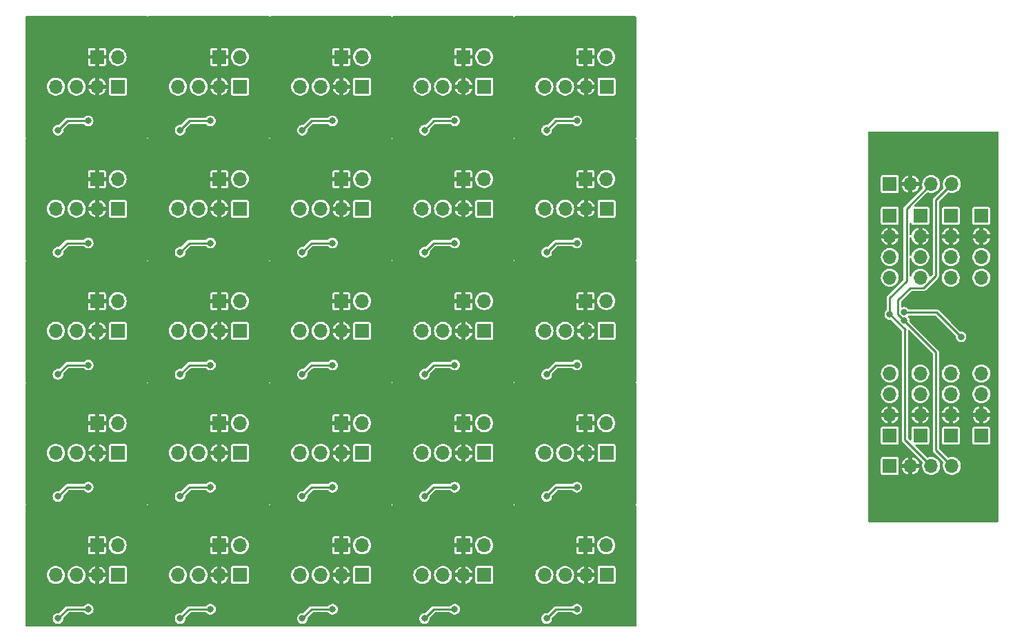
<source format=gbr>
%TF.GenerationSoftware,KiCad,Pcbnew,7.0.1*%
%TF.CreationDate,2025-01-23T23:42:59-05:00*%
%TF.ProjectId,Combined_Stencil2,436f6d62-696e-4656-945f-5374656e6369,rev?*%
%TF.SameCoordinates,Original*%
%TF.FileFunction,Copper,L2,Bot*%
%TF.FilePolarity,Positive*%
%FSLAX46Y46*%
G04 Gerber Fmt 4.6, Leading zero omitted, Abs format (unit mm)*
G04 Created by KiCad (PCBNEW 7.0.1) date 2025-01-23 23:42:59*
%MOMM*%
%LPD*%
G01*
G04 APERTURE LIST*
%TA.AperFunction,ComponentPad*%
%ADD10R,1.700000X1.700000*%
%TD*%
%TA.AperFunction,ComponentPad*%
%ADD11O,1.700000X1.700000*%
%TD*%
%TA.AperFunction,ViaPad*%
%ADD12C,0.800000*%
%TD*%
%TA.AperFunction,Conductor*%
%ADD13C,0.250000*%
%TD*%
G04 APERTURE END LIST*
D10*
%TO.P,J4,1,Pin_1*%
%TO.N,N/C*%
X141880000Y-81750000D03*
D11*
%TO.P,J4,2,Pin_2*%
X141880000Y-79210000D03*
%TO.P,J4,3,Pin_3*%
X141880000Y-76670000D03*
%TO.P,J4,4,Pin_4*%
X141880000Y-74130000D03*
%TD*%
D10*
%TO.P,J10,1,Pin_1*%
%TO.N,N/C*%
X134380000Y-50875000D03*
D11*
%TO.P,J10,2,Pin_2*%
X136920000Y-50875000D03*
%TO.P,J10,3,Pin_3*%
X139460000Y-50875000D03*
%TO.P,J10,4,Pin_4*%
X142000000Y-50875000D03*
%TD*%
D10*
%TO.P,J6,1,Pin_1*%
%TO.N,N/C*%
X145630000Y-54750000D03*
D11*
%TO.P,J6,2,Pin_2*%
X145630000Y-57290000D03*
%TO.P,J6,3,Pin_3*%
X145630000Y-59830000D03*
%TO.P,J6,4,Pin_4*%
X145630000Y-62370000D03*
%TD*%
D10*
%TO.P,J9,1,Pin_1*%
%TO.N,N/C*%
X134380000Y-54750000D03*
D11*
%TO.P,J9,2,Pin_2*%
X134380000Y-57290000D03*
%TO.P,J9,3,Pin_3*%
X134380000Y-59830000D03*
%TO.P,J9,4,Pin_4*%
X134380000Y-62370000D03*
%TD*%
D10*
%TO.P,J1,1,Pin_1*%
%TO.N,N/C*%
X134380000Y-85500000D03*
D11*
%TO.P,J1,2,Pin_2*%
X136920000Y-85500000D03*
%TO.P,J1,3,Pin_3*%
X139460000Y-85500000D03*
%TO.P,J1,4,Pin_4*%
X142000000Y-85500000D03*
%TD*%
D10*
%TO.P,J3,1,Pin_1*%
%TO.N,N/C*%
X138130000Y-81750000D03*
D11*
%TO.P,J3,2,Pin_2*%
X138130000Y-79210000D03*
%TO.P,J3,3,Pin_3*%
X138130000Y-76670000D03*
%TO.P,J3,4,Pin_4*%
X138130000Y-74130000D03*
%TD*%
D10*
%TO.P,J2,1,Pin_1*%
%TO.N,N/C*%
X134380000Y-81750000D03*
D11*
%TO.P,J2,2,Pin_2*%
X134380000Y-79210000D03*
%TO.P,J2,3,Pin_3*%
X134380000Y-76670000D03*
%TO.P,J2,4,Pin_4*%
X134380000Y-74130000D03*
%TD*%
D10*
%TO.P,J7,1,Pin_1*%
%TO.N,N/C*%
X141880000Y-54750000D03*
D11*
%TO.P,J7,2,Pin_2*%
X141880000Y-57290000D03*
%TO.P,J7,3,Pin_3*%
X141880000Y-59830000D03*
%TO.P,J7,4,Pin_4*%
X141880000Y-62370000D03*
%TD*%
D10*
%TO.P,J5,1,Pin_1*%
%TO.N,N/C*%
X145630000Y-81750000D03*
D11*
%TO.P,J5,2,Pin_2*%
X145630000Y-79210000D03*
%TO.P,J5,3,Pin_3*%
X145630000Y-76670000D03*
%TO.P,J5,4,Pin_4*%
X145630000Y-74130000D03*
%TD*%
D10*
%TO.P,J8,1,Pin_1*%
%TO.N,N/C*%
X138130000Y-54750000D03*
D11*
%TO.P,J8,2,Pin_2*%
X138130000Y-57290000D03*
%TO.P,J8,3,Pin_3*%
X138130000Y-59830000D03*
%TO.P,J8,4,Pin_4*%
X138130000Y-62370000D03*
%TD*%
D10*
%TO.P,J1,1,Pin_1*%
%TO.N,N/C*%
X54600000Y-53900000D03*
D11*
%TO.P,J1,2,Pin_2*%
X52060000Y-53900000D03*
%TO.P,J1,3,Pin_3*%
X49520000Y-53900000D03*
%TO.P,J1,4,Pin_4*%
X46980000Y-53900000D03*
%TD*%
D10*
%TO.P,J1,1,Pin_1*%
%TO.N,N/C*%
X69600000Y-98900000D03*
D11*
%TO.P,J1,2,Pin_2*%
X67060000Y-98900000D03*
%TO.P,J1,3,Pin_3*%
X64520000Y-98900000D03*
%TO.P,J1,4,Pin_4*%
X61980000Y-98900000D03*
%TD*%
D10*
%TO.P,J1,1,Pin_1*%
%TO.N,N/C*%
X99600000Y-53900000D03*
D11*
%TO.P,J1,2,Pin_2*%
X97060000Y-53900000D03*
%TO.P,J1,3,Pin_3*%
X94520000Y-53900000D03*
%TO.P,J1,4,Pin_4*%
X91980000Y-53900000D03*
%TD*%
D10*
%TO.P,J1,1,Pin_1*%
%TO.N,N/C*%
X39600000Y-53900000D03*
D11*
%TO.P,J1,2,Pin_2*%
X37060000Y-53900000D03*
%TO.P,J1,3,Pin_3*%
X34520000Y-53900000D03*
%TO.P,J1,4,Pin_4*%
X31980000Y-53900000D03*
%TD*%
D10*
%TO.P,J1,1,Pin_1*%
%TO.N,N/C*%
X69600000Y-83900000D03*
D11*
%TO.P,J1,2,Pin_2*%
X67060000Y-83900000D03*
%TO.P,J1,3,Pin_3*%
X64520000Y-83900000D03*
%TO.P,J1,4,Pin_4*%
X61980000Y-83900000D03*
%TD*%
D10*
%TO.P,J1,1,Pin_1*%
%TO.N,N/C*%
X39600000Y-83900000D03*
D11*
%TO.P,J1,2,Pin_2*%
X37060000Y-83900000D03*
%TO.P,J1,3,Pin_3*%
X34520000Y-83900000D03*
%TO.P,J1,4,Pin_4*%
X31980000Y-83900000D03*
%TD*%
D10*
%TO.P,J2,1,Pin_1*%
%TO.N,N/C*%
X37040000Y-35250000D03*
D11*
%TO.P,J2,2,Pin_2*%
X39580000Y-35250000D03*
%TD*%
D10*
%TO.P,J2,1,Pin_1*%
%TO.N,N/C*%
X97040000Y-35250000D03*
D11*
%TO.P,J2,2,Pin_2*%
X99580000Y-35250000D03*
%TD*%
D10*
%TO.P,J2,1,Pin_1*%
%TO.N,N/C*%
X67040000Y-80250000D03*
D11*
%TO.P,J2,2,Pin_2*%
X69580000Y-80250000D03*
%TD*%
D10*
%TO.P,J2,1,Pin_1*%
%TO.N,N/C*%
X82040000Y-95250000D03*
D11*
%TO.P,J2,2,Pin_2*%
X84580000Y-95250000D03*
%TD*%
D10*
%TO.P,J2,1,Pin_1*%
%TO.N,N/C*%
X37040000Y-80250000D03*
D11*
%TO.P,J2,2,Pin_2*%
X39580000Y-80250000D03*
%TD*%
D10*
%TO.P,J2,1,Pin_1*%
%TO.N,N/C*%
X67040000Y-50250000D03*
D11*
%TO.P,J2,2,Pin_2*%
X69580000Y-50250000D03*
%TD*%
D10*
%TO.P,J1,1,Pin_1*%
%TO.N,N/C*%
X54600000Y-38900000D03*
D11*
%TO.P,J1,2,Pin_2*%
X52060000Y-38900000D03*
%TO.P,J1,3,Pin_3*%
X49520000Y-38900000D03*
%TO.P,J1,4,Pin_4*%
X46980000Y-38900000D03*
%TD*%
D10*
%TO.P,J1,1,Pin_1*%
%TO.N,N/C*%
X99600000Y-98900000D03*
D11*
%TO.P,J1,2,Pin_2*%
X97060000Y-98900000D03*
%TO.P,J1,3,Pin_3*%
X94520000Y-98900000D03*
%TO.P,J1,4,Pin_4*%
X91980000Y-98900000D03*
%TD*%
D10*
%TO.P,J1,1,Pin_1*%
%TO.N,N/C*%
X84600000Y-83900000D03*
D11*
%TO.P,J1,2,Pin_2*%
X82060000Y-83900000D03*
%TO.P,J1,3,Pin_3*%
X79520000Y-83900000D03*
%TO.P,J1,4,Pin_4*%
X76980000Y-83900000D03*
%TD*%
D10*
%TO.P,J1,1,Pin_1*%
%TO.N,N/C*%
X84600000Y-38900000D03*
D11*
%TO.P,J1,2,Pin_2*%
X82060000Y-38900000D03*
%TO.P,J1,3,Pin_3*%
X79520000Y-38900000D03*
%TO.P,J1,4,Pin_4*%
X76980000Y-38900000D03*
%TD*%
D10*
%TO.P,J1,1,Pin_1*%
%TO.N,N/C*%
X54600000Y-68900000D03*
D11*
%TO.P,J1,2,Pin_2*%
X52060000Y-68900000D03*
%TO.P,J1,3,Pin_3*%
X49520000Y-68900000D03*
%TO.P,J1,4,Pin_4*%
X46980000Y-68900000D03*
%TD*%
D10*
%TO.P,J1,1,Pin_1*%
%TO.N,N/C*%
X54600000Y-83900000D03*
D11*
%TO.P,J1,2,Pin_2*%
X52060000Y-83900000D03*
%TO.P,J1,3,Pin_3*%
X49520000Y-83900000D03*
%TO.P,J1,4,Pin_4*%
X46980000Y-83900000D03*
%TD*%
D10*
%TO.P,J1,1,Pin_1*%
%TO.N,N/C*%
X84600000Y-98900000D03*
D11*
%TO.P,J1,2,Pin_2*%
X82060000Y-98900000D03*
%TO.P,J1,3,Pin_3*%
X79520000Y-98900000D03*
%TO.P,J1,4,Pin_4*%
X76980000Y-98900000D03*
%TD*%
D10*
%TO.P,J1,1,Pin_1*%
%TO.N,N/C*%
X39600000Y-68900000D03*
D11*
%TO.P,J1,2,Pin_2*%
X37060000Y-68900000D03*
%TO.P,J1,3,Pin_3*%
X34520000Y-68900000D03*
%TO.P,J1,4,Pin_4*%
X31980000Y-68900000D03*
%TD*%
D10*
%TO.P,J1,1,Pin_1*%
%TO.N,N/C*%
X54600000Y-98900000D03*
D11*
%TO.P,J1,2,Pin_2*%
X52060000Y-98900000D03*
%TO.P,J1,3,Pin_3*%
X49520000Y-98900000D03*
%TO.P,J1,4,Pin_4*%
X46980000Y-98900000D03*
%TD*%
D10*
%TO.P,J1,1,Pin_1*%
%TO.N,N/C*%
X69600000Y-53900000D03*
D11*
%TO.P,J1,2,Pin_2*%
X67060000Y-53900000D03*
%TO.P,J1,3,Pin_3*%
X64520000Y-53900000D03*
%TO.P,J1,4,Pin_4*%
X61980000Y-53900000D03*
%TD*%
D10*
%TO.P,J1,1,Pin_1*%
%TO.N,N/C*%
X99600000Y-68900000D03*
D11*
%TO.P,J1,2,Pin_2*%
X97060000Y-68900000D03*
%TO.P,J1,3,Pin_3*%
X94520000Y-68900000D03*
%TO.P,J1,4,Pin_4*%
X91980000Y-68900000D03*
%TD*%
D10*
%TO.P,J1,1,Pin_1*%
%TO.N,N/C*%
X39600000Y-38900000D03*
D11*
%TO.P,J1,2,Pin_2*%
X37060000Y-38900000D03*
%TO.P,J1,3,Pin_3*%
X34520000Y-38900000D03*
%TO.P,J1,4,Pin_4*%
X31980000Y-38900000D03*
%TD*%
D10*
%TO.P,J1,1,Pin_1*%
%TO.N,N/C*%
X69600000Y-68900000D03*
D11*
%TO.P,J1,2,Pin_2*%
X67060000Y-68900000D03*
%TO.P,J1,3,Pin_3*%
X64520000Y-68900000D03*
%TO.P,J1,4,Pin_4*%
X61980000Y-68900000D03*
%TD*%
D10*
%TO.P,J1,1,Pin_1*%
%TO.N,N/C*%
X84600000Y-53900000D03*
D11*
%TO.P,J1,2,Pin_2*%
X82060000Y-53900000D03*
%TO.P,J1,3,Pin_3*%
X79520000Y-53900000D03*
%TO.P,J1,4,Pin_4*%
X76980000Y-53900000D03*
%TD*%
D10*
%TO.P,J1,1,Pin_1*%
%TO.N,N/C*%
X99600000Y-83900000D03*
D11*
%TO.P,J1,2,Pin_2*%
X97060000Y-83900000D03*
%TO.P,J1,3,Pin_3*%
X94520000Y-83900000D03*
%TO.P,J1,4,Pin_4*%
X91980000Y-83900000D03*
%TD*%
D10*
%TO.P,J1,1,Pin_1*%
%TO.N,N/C*%
X84600000Y-68900000D03*
D11*
%TO.P,J1,2,Pin_2*%
X82060000Y-68900000D03*
%TO.P,J1,3,Pin_3*%
X79520000Y-68900000D03*
%TO.P,J1,4,Pin_4*%
X76980000Y-68900000D03*
%TD*%
D10*
%TO.P,J1,1,Pin_1*%
%TO.N,N/C*%
X99600000Y-38900000D03*
D11*
%TO.P,J1,2,Pin_2*%
X97060000Y-38900000D03*
%TO.P,J1,3,Pin_3*%
X94520000Y-38900000D03*
%TO.P,J1,4,Pin_4*%
X91980000Y-38900000D03*
%TD*%
D10*
%TO.P,J1,1,Pin_1*%
%TO.N,N/C*%
X39600000Y-98900000D03*
D11*
%TO.P,J1,2,Pin_2*%
X37060000Y-98900000D03*
%TO.P,J1,3,Pin_3*%
X34520000Y-98900000D03*
%TO.P,J1,4,Pin_4*%
X31980000Y-98900000D03*
%TD*%
D10*
%TO.P,J1,1,Pin_1*%
%TO.N,N/C*%
X69600000Y-38900000D03*
D11*
%TO.P,J1,2,Pin_2*%
X67060000Y-38900000D03*
%TO.P,J1,3,Pin_3*%
X64520000Y-38900000D03*
%TO.P,J1,4,Pin_4*%
X61980000Y-38900000D03*
%TD*%
D10*
%TO.P,J2,1,Pin_1*%
%TO.N,N/C*%
X52040000Y-35250000D03*
D11*
%TO.P,J2,2,Pin_2*%
X54580000Y-35250000D03*
%TD*%
D10*
%TO.P,J2,1,Pin_1*%
%TO.N,N/C*%
X97040000Y-50250000D03*
D11*
%TO.P,J2,2,Pin_2*%
X99580000Y-50250000D03*
%TD*%
D10*
%TO.P,J2,1,Pin_1*%
%TO.N,N/C*%
X52040000Y-80250000D03*
D11*
%TO.P,J2,2,Pin_2*%
X54580000Y-80250000D03*
%TD*%
D10*
%TO.P,J2,1,Pin_1*%
%TO.N,N/C*%
X82040000Y-35250000D03*
D11*
%TO.P,J2,2,Pin_2*%
X84580000Y-35250000D03*
%TD*%
D10*
%TO.P,J2,1,Pin_1*%
%TO.N,N/C*%
X52040000Y-50250000D03*
D11*
%TO.P,J2,2,Pin_2*%
X54580000Y-50250000D03*
%TD*%
D10*
%TO.P,J2,1,Pin_1*%
%TO.N,N/C*%
X97040000Y-95250000D03*
D11*
%TO.P,J2,2,Pin_2*%
X99580000Y-95250000D03*
%TD*%
D10*
%TO.P,J2,1,Pin_1*%
%TO.N,N/C*%
X67040000Y-35250000D03*
D11*
%TO.P,J2,2,Pin_2*%
X69580000Y-35250000D03*
%TD*%
D10*
%TO.P,J2,1,Pin_1*%
%TO.N,N/C*%
X67040000Y-95250000D03*
D11*
%TO.P,J2,2,Pin_2*%
X69580000Y-95250000D03*
%TD*%
D10*
%TO.P,J2,1,Pin_1*%
%TO.N,N/C*%
X37040000Y-65250000D03*
D11*
%TO.P,J2,2,Pin_2*%
X39580000Y-65250000D03*
%TD*%
D10*
%TO.P,J2,1,Pin_1*%
%TO.N,N/C*%
X52040000Y-95250000D03*
D11*
%TO.P,J2,2,Pin_2*%
X54580000Y-95250000D03*
%TD*%
D10*
%TO.P,J2,1,Pin_1*%
%TO.N,N/C*%
X37040000Y-95250000D03*
D11*
%TO.P,J2,2,Pin_2*%
X39580000Y-95250000D03*
%TD*%
D10*
%TO.P,J2,1,Pin_1*%
%TO.N,N/C*%
X82040000Y-80250000D03*
D11*
%TO.P,J2,2,Pin_2*%
X84580000Y-80250000D03*
%TD*%
D10*
%TO.P,J2,1,Pin_1*%
%TO.N,N/C*%
X67040000Y-65250000D03*
D11*
%TO.P,J2,2,Pin_2*%
X69580000Y-65250000D03*
%TD*%
D10*
%TO.P,J2,1,Pin_1*%
%TO.N,N/C*%
X37040000Y-50250000D03*
D11*
%TO.P,J2,2,Pin_2*%
X39580000Y-50250000D03*
%TD*%
D10*
%TO.P,J2,1,Pin_1*%
%TO.N,N/C*%
X97040000Y-65250000D03*
D11*
%TO.P,J2,2,Pin_2*%
X99580000Y-65250000D03*
%TD*%
D10*
%TO.P,J2,1,Pin_1*%
%TO.N,N/C*%
X97040000Y-80250000D03*
D11*
%TO.P,J2,2,Pin_2*%
X99580000Y-80250000D03*
%TD*%
D10*
%TO.P,J2,1,Pin_1*%
%TO.N,N/C*%
X82040000Y-65250000D03*
D11*
%TO.P,J2,2,Pin_2*%
X84580000Y-65250000D03*
%TD*%
D10*
%TO.P,J2,1,Pin_1*%
%TO.N,N/C*%
X52040000Y-65250000D03*
D11*
%TO.P,J2,2,Pin_2*%
X54580000Y-65250000D03*
%TD*%
D10*
%TO.P,J2,1,Pin_1*%
%TO.N,N/C*%
X82040000Y-50250000D03*
D11*
%TO.P,J2,2,Pin_2*%
X84580000Y-50250000D03*
%TD*%
D12*
%TO.N,*%
X134380000Y-66880000D03*
X136153815Y-67629217D03*
X136130000Y-66630000D03*
X143137299Y-69637299D03*
X142831788Y-71450500D03*
X141245497Y-69874500D03*
X146730000Y-86900000D03*
X146730000Y-91400000D03*
X142852299Y-67422299D03*
X132980000Y-64650000D03*
X145330000Y-45150000D03*
X141427700Y-66797700D03*
X80737182Y-87051780D03*
X80960500Y-88109098D03*
X55500000Y-104425000D03*
X85500000Y-89425000D03*
X53155523Y-103190121D03*
X77250000Y-89250000D03*
X50727701Y-104247299D03*
X86050000Y-86250000D03*
X56050000Y-101250000D03*
X50737182Y-102051780D03*
X98155523Y-88190121D03*
X50960500Y-103109098D03*
X38155523Y-103190121D03*
X35727701Y-104247299D03*
X41050000Y-101250000D03*
X35960500Y-103109098D03*
X32250000Y-104250000D03*
X101050000Y-86250000D03*
X70500000Y-89425000D03*
X95737182Y-87051780D03*
X96750000Y-77650000D03*
X95960500Y-88109098D03*
X83155523Y-88190121D03*
X100500000Y-89425000D03*
X81750000Y-77650000D03*
X65727701Y-89247299D03*
X66750000Y-77650000D03*
X36750000Y-92650000D03*
X95727701Y-89247299D03*
X80727701Y-89247299D03*
X92250000Y-89250000D03*
X40500000Y-104425000D03*
X47250000Y-104250000D03*
X35737182Y-102051780D03*
X65737182Y-87051780D03*
X68155523Y-88190121D03*
X71050000Y-86250000D03*
X65960500Y-88109098D03*
X62250000Y-89250000D03*
X51750000Y-77650000D03*
X50727701Y-89247299D03*
X55500000Y-89425000D03*
X56050000Y-86250000D03*
X53155523Y-88190121D03*
X47250000Y-89250000D03*
X38155523Y-88190121D03*
X35737182Y-87051780D03*
X40500000Y-89425000D03*
X100500000Y-74425000D03*
X41050000Y-86250000D03*
X98155523Y-73190121D03*
X80727701Y-74247299D03*
X83155523Y-73190121D03*
X65727701Y-74247299D03*
X35737182Y-72051780D03*
X35727701Y-74247299D03*
X53155523Y-73190121D03*
X47250000Y-74250000D03*
X100500000Y-59425000D03*
X36750000Y-62650000D03*
X65737182Y-72051780D03*
X101050000Y-56250000D03*
X40500000Y-74425000D03*
X50737182Y-72051780D03*
X35727701Y-89247299D03*
X41050000Y-71250000D03*
X35960500Y-73109098D03*
X36750000Y-77650000D03*
X35960500Y-88109098D03*
X95737182Y-72051780D03*
X71050000Y-71250000D03*
X92250000Y-74250000D03*
X80960500Y-73109098D03*
X56050000Y-71250000D03*
X51750000Y-62650000D03*
X66750000Y-62650000D03*
X50960500Y-73109098D03*
X32250000Y-89250000D03*
X50727701Y-74247299D03*
X101050000Y-71250000D03*
X86050000Y-71250000D03*
X95727701Y-74247299D03*
X70500000Y-74425000D03*
X77250000Y-74250000D03*
X32250000Y-74250000D03*
X50737182Y-87051780D03*
X65960500Y-73109098D03*
X62250000Y-74250000D03*
X38155523Y-73190121D03*
X68155523Y-73190121D03*
X50960500Y-88109098D03*
X95960500Y-73109098D03*
X81750000Y-62650000D03*
X85500000Y-74425000D03*
X96750000Y-47650000D03*
X98155523Y-58190121D03*
X96750000Y-62650000D03*
X55500000Y-74425000D03*
X80737182Y-72051780D03*
X95737182Y-57051780D03*
X95727701Y-59247299D03*
X95960500Y-58109098D03*
X92250000Y-59250000D03*
X86050000Y-56250000D03*
X83155523Y-58190121D03*
X85500000Y-59425000D03*
X80727701Y-59247299D03*
X81750000Y-47650000D03*
X80960500Y-58109098D03*
X77250000Y-59250000D03*
X66750000Y-47650000D03*
X71050000Y-56250000D03*
X65737182Y-57051780D03*
X68155523Y-58190121D03*
X65727701Y-59247299D03*
X70500000Y-59425000D03*
X50727701Y-59247299D03*
X101050000Y-41250000D03*
X51750000Y-47650000D03*
X56050000Y-56250000D03*
X32250000Y-59250000D03*
X50960500Y-58109098D03*
X80960500Y-43109098D03*
X95960500Y-43109098D03*
X65960500Y-43109098D03*
X50727701Y-44247299D03*
X83155523Y-43190121D03*
X55500000Y-59425000D03*
X95727701Y-44247299D03*
X36750000Y-47650000D03*
X96750000Y-32650000D03*
X98155523Y-43190121D03*
X41050000Y-56250000D03*
X38155523Y-58190121D03*
X62250000Y-44250000D03*
X53155523Y-43190121D03*
X95737182Y-42051780D03*
X85500000Y-44425000D03*
X53155523Y-58190121D03*
X86050000Y-41250000D03*
X81750000Y-32650000D03*
X47250000Y-59250000D03*
X40500000Y-59425000D03*
X62250000Y-59250000D03*
X100500000Y-44425000D03*
X77250000Y-44250000D03*
X65737182Y-42051780D03*
X65727701Y-44247299D03*
X70500000Y-44425000D03*
X80737182Y-57051780D03*
X92250000Y-44250000D03*
X71050000Y-41250000D03*
X80727701Y-44247299D03*
X66750000Y-32650000D03*
X50737182Y-42051780D03*
X35737182Y-57051780D03*
X35960500Y-58109098D03*
X68155523Y-43190121D03*
X51750000Y-32650000D03*
X80737182Y-42051780D03*
X35727701Y-59247299D03*
X65960500Y-58109098D03*
X50737182Y-57051780D03*
X95727701Y-104247299D03*
X92250000Y-104250000D03*
X81750000Y-92650000D03*
X62250000Y-104250000D03*
X98155523Y-103190121D03*
X80960500Y-103109098D03*
X80737182Y-102051780D03*
X77250000Y-104250000D03*
X71050000Y-101250000D03*
X65727701Y-104247299D03*
X65960500Y-103109098D03*
X51750000Y-92650000D03*
X66750000Y-92650000D03*
X95737182Y-102051780D03*
X100500000Y-104425000D03*
X68155523Y-103190121D03*
X86050000Y-101250000D03*
X101050000Y-101250000D03*
X70500000Y-104425000D03*
X96750000Y-92650000D03*
X80727701Y-104247299D03*
X65737182Y-102051780D03*
X83155523Y-103190121D03*
X95960500Y-103109098D03*
X85500000Y-104425000D03*
X38155523Y-43190121D03*
X56050000Y-41250000D03*
X55500000Y-44425000D03*
X35737182Y-42051780D03*
X47250000Y-44250000D03*
X50960500Y-43109098D03*
X40500000Y-44425000D03*
X36750000Y-32650000D03*
X41050000Y-41250000D03*
X35727701Y-44247299D03*
X35960500Y-43109098D03*
X32250000Y-44250000D03*
%TD*%
D13*
%TO.N,*%
X140030000Y-71505402D02*
X136153815Y-67629217D01*
X140030000Y-62131701D02*
X140030000Y-52845000D01*
X136880000Y-63630000D02*
X138531701Y-63630000D01*
X134380000Y-64850000D02*
X136430000Y-62800000D01*
X135380000Y-65130000D02*
X136880000Y-63630000D01*
X140030000Y-83530000D02*
X140030000Y-71505402D01*
X142000000Y-85500000D02*
X140030000Y-83530000D01*
X134380000Y-66880000D02*
X136265000Y-68765000D01*
X136430000Y-62800000D02*
X136430000Y-53905000D01*
X136230000Y-82270000D02*
X139460000Y-85500000D01*
X136430000Y-53905000D02*
X139460000Y-50875000D01*
X140030000Y-52845000D02*
X142000000Y-50875000D01*
X136230000Y-68800000D02*
X136230000Y-82270000D01*
X138531701Y-63630000D02*
X140030000Y-62131701D01*
X134380000Y-66880000D02*
X134380000Y-64850000D01*
X136265000Y-68765000D02*
X136230000Y-68800000D01*
X135380000Y-66905305D02*
X135380000Y-65130000D01*
X136153815Y-67629217D02*
X136103912Y-67629217D01*
X136103912Y-67629217D02*
X135380000Y-66905305D01*
X140130000Y-66630000D02*
X136130000Y-66630000D01*
X143137299Y-69637299D02*
X140130000Y-66630000D01*
X78390902Y-88109098D02*
X80960500Y-88109098D01*
X77250000Y-89250000D02*
X78390902Y-88109098D01*
X62250000Y-89250000D02*
X63390902Y-88109098D01*
X63390902Y-88109098D02*
X65960500Y-88109098D01*
X47250000Y-89250000D02*
X48390902Y-88109098D01*
X48390902Y-88109098D02*
X50960500Y-88109098D01*
X33390902Y-88109098D02*
X35960500Y-88109098D01*
X32250000Y-89250000D02*
X33390902Y-88109098D01*
X92250000Y-74250000D02*
X93390902Y-73109098D01*
X93390902Y-73109098D02*
X95960500Y-73109098D01*
X77250000Y-74250000D02*
X78390902Y-73109098D01*
X78390902Y-73109098D02*
X80960500Y-73109098D01*
X63390902Y-73109098D02*
X65960500Y-73109098D01*
X62250000Y-74250000D02*
X63390902Y-73109098D01*
X48390902Y-73109098D02*
X50960500Y-73109098D01*
X47250000Y-74250000D02*
X48390902Y-73109098D01*
X33390902Y-73109098D02*
X35960500Y-73109098D01*
X32250000Y-74250000D02*
X33390902Y-73109098D01*
X33390902Y-103109098D02*
X35960500Y-103109098D01*
X32250000Y-104250000D02*
X33390902Y-103109098D01*
X92250000Y-89250000D02*
X93390902Y-88109098D01*
X93390902Y-88109098D02*
X95960500Y-88109098D01*
X93390902Y-103109098D02*
X95960500Y-103109098D01*
X92250000Y-104250000D02*
X93390902Y-103109098D01*
X77250000Y-104250000D02*
X78390902Y-103109098D01*
X78390902Y-103109098D02*
X80960500Y-103109098D01*
X63390902Y-103109098D02*
X65960500Y-103109098D01*
X62250000Y-104250000D02*
X63390902Y-103109098D01*
X93390902Y-58109098D02*
X95960500Y-58109098D01*
X47250000Y-104250000D02*
X48390902Y-103109098D01*
X48390902Y-103109098D02*
X50960500Y-103109098D01*
X92250000Y-59250000D02*
X93390902Y-58109098D01*
X78390902Y-58109098D02*
X80960500Y-58109098D01*
X77250000Y-59250000D02*
X78390902Y-58109098D01*
X62250000Y-59250000D02*
X63390902Y-58109098D01*
X63390902Y-58109098D02*
X65960500Y-58109098D01*
X48390902Y-58109098D02*
X50960500Y-58109098D01*
X47250000Y-59250000D02*
X48390902Y-58109098D01*
X33390902Y-58109098D02*
X35960500Y-58109098D01*
X32250000Y-59250000D02*
X33390902Y-58109098D01*
X93390902Y-43109098D02*
X95960500Y-43109098D01*
X92250000Y-44250000D02*
X93390902Y-43109098D01*
X77250000Y-44250000D02*
X78390902Y-43109098D01*
X78390902Y-43109098D02*
X80960500Y-43109098D01*
X63390902Y-43109098D02*
X65960500Y-43109098D01*
X62250000Y-44250000D02*
X63390902Y-43109098D01*
X48390902Y-43109098D02*
X50960500Y-43109098D01*
X47250000Y-44250000D02*
X48390902Y-43109098D01*
X33390902Y-43109098D02*
X35960500Y-43109098D01*
X32250000Y-44250000D02*
X33390902Y-43109098D01*
%TD*%
%TA.AperFunction,NonConductor*%
G36*
X103187500Y-60267113D02*
G01*
X103232887Y-60312500D01*
X103249500Y-60374500D01*
X103249500Y-75125500D01*
X103232887Y-75187500D01*
X103187500Y-75232887D01*
X103125500Y-75249500D01*
X88374500Y-75249500D01*
X88312500Y-75232887D01*
X88267113Y-75187500D01*
X88250500Y-75125500D01*
X88250500Y-74250000D01*
X91594721Y-74250000D01*
X91613763Y-74406818D01*
X91669780Y-74554523D01*
X91759515Y-74684528D01*
X91759516Y-74684529D01*
X91759517Y-74684530D01*
X91877760Y-74789283D01*
X92017635Y-74862696D01*
X92171015Y-74900500D01*
X92328985Y-74900500D01*
X92482365Y-74862696D01*
X92622240Y-74789283D01*
X92740483Y-74684530D01*
X92830220Y-74554523D01*
X92886237Y-74406818D01*
X92905278Y-74250000D01*
X92899102Y-74199143D01*
X92904980Y-74143751D01*
X92934515Y-74096520D01*
X93510119Y-73520917D01*
X93550348Y-73494037D01*
X93597801Y-73484598D01*
X95364192Y-73484598D01*
X95421819Y-73498802D01*
X95466243Y-73538160D01*
X95470015Y-73543626D01*
X95470016Y-73543627D01*
X95470017Y-73543628D01*
X95588260Y-73648381D01*
X95728135Y-73721794D01*
X95881515Y-73759598D01*
X96039485Y-73759598D01*
X96192865Y-73721794D01*
X96332740Y-73648381D01*
X96450983Y-73543628D01*
X96540720Y-73413621D01*
X96596737Y-73265916D01*
X96615778Y-73109098D01*
X96596737Y-72952280D01*
X96540720Y-72804575D01*
X96481924Y-72719394D01*
X96450984Y-72674569D01*
X96450983Y-72674568D01*
X96332740Y-72569815D01*
X96319494Y-72562862D01*
X96192864Y-72496401D01*
X96039485Y-72458598D01*
X95881515Y-72458598D01*
X95728135Y-72496401D01*
X95588261Y-72569814D01*
X95470015Y-72674569D01*
X95466243Y-72680036D01*
X95421819Y-72719394D01*
X95364192Y-72733598D01*
X93442707Y-72733598D01*
X93417261Y-72730959D01*
X93406635Y-72728731D01*
X93406634Y-72728731D01*
X93388760Y-72730959D01*
X93375225Y-72732646D01*
X93359888Y-72733598D01*
X93359786Y-72733598D01*
X93339301Y-72737016D01*
X93334234Y-72737755D01*
X93274469Y-72745205D01*
X93274214Y-72745287D01*
X93221272Y-72773936D01*
X93216722Y-72776278D01*
X93162617Y-72802730D01*
X93162407Y-72802886D01*
X93121621Y-72847191D01*
X93118074Y-72850887D01*
X92405780Y-73563181D01*
X92365552Y-73590061D01*
X92318099Y-73599500D01*
X92171015Y-73599500D01*
X92017635Y-73637303D01*
X91877761Y-73710716D01*
X91759515Y-73815471D01*
X91669780Y-73945476D01*
X91613763Y-74093181D01*
X91594721Y-74250000D01*
X88250500Y-74250000D01*
X88250500Y-68900000D01*
X90874785Y-68900000D01*
X90893602Y-69103083D01*
X90949418Y-69299251D01*
X91040324Y-69481818D01*
X91163236Y-69644580D01*
X91313958Y-69781981D01*
X91487361Y-69889347D01*
X91487363Y-69889348D01*
X91677544Y-69963024D01*
X91878024Y-70000500D01*
X92081974Y-70000500D01*
X92081976Y-70000500D01*
X92282456Y-69963024D01*
X92472637Y-69889348D01*
X92646041Y-69781981D01*
X92796764Y-69644579D01*
X92919673Y-69481821D01*
X92919673Y-69481819D01*
X92919675Y-69481818D01*
X92965313Y-69390161D01*
X93010582Y-69299250D01*
X93066397Y-69103083D01*
X93085215Y-68900000D01*
X93414785Y-68900000D01*
X93433602Y-69103083D01*
X93489418Y-69299251D01*
X93580324Y-69481818D01*
X93703236Y-69644580D01*
X93853958Y-69781981D01*
X94027361Y-69889347D01*
X94027363Y-69889348D01*
X94217544Y-69963024D01*
X94418024Y-70000500D01*
X94621974Y-70000500D01*
X94621976Y-70000500D01*
X94822456Y-69963024D01*
X95012637Y-69889348D01*
X95186041Y-69781981D01*
X95336764Y-69644579D01*
X95459673Y-69481821D01*
X95459673Y-69481819D01*
X95459675Y-69481818D01*
X95505313Y-69390161D01*
X95550582Y-69299250D01*
X95593048Y-69150000D01*
X95987472Y-69150000D01*
X96029886Y-69299069D01*
X96120751Y-69481553D01*
X96243607Y-69644241D01*
X96394259Y-69781578D01*
X96567588Y-69888899D01*
X96757679Y-69962539D01*
X96810000Y-69972320D01*
X96810000Y-69150000D01*
X97310000Y-69150000D01*
X97310000Y-69972320D01*
X97362320Y-69962539D01*
X97552411Y-69888899D01*
X97725740Y-69781578D01*
X97733312Y-69774675D01*
X98499500Y-69774675D01*
X98514033Y-69847738D01*
X98514033Y-69847739D01*
X98514034Y-69847740D01*
X98569399Y-69930601D01*
X98652260Y-69985966D01*
X98688793Y-69993233D01*
X98725325Y-70000500D01*
X98725326Y-70000500D01*
X100474674Y-70000500D01*
X100474675Y-70000500D01*
X100499029Y-69995655D01*
X100547740Y-69985966D01*
X100630601Y-69930601D01*
X100685966Y-69847740D01*
X100700500Y-69774674D01*
X100700500Y-68025326D01*
X100699126Y-68018421D01*
X100685966Y-67952261D01*
X100685966Y-67952260D01*
X100630601Y-67869399D01*
X100547740Y-67814034D01*
X100547739Y-67814033D01*
X100547738Y-67814033D01*
X100474675Y-67799500D01*
X100474674Y-67799500D01*
X98725326Y-67799500D01*
X98725325Y-67799500D01*
X98652261Y-67814033D01*
X98569399Y-67869399D01*
X98514033Y-67952261D01*
X98499500Y-68025325D01*
X98499500Y-69774675D01*
X97733312Y-69774675D01*
X97876392Y-69644241D01*
X97999248Y-69481553D01*
X98090113Y-69299069D01*
X98132528Y-69150000D01*
X97310000Y-69150000D01*
X96810000Y-69150000D01*
X95987472Y-69150000D01*
X95593048Y-69150000D01*
X95606397Y-69103083D01*
X95625215Y-68900000D01*
X95606397Y-68696917D01*
X95593048Y-68649999D01*
X95987471Y-68649999D01*
X95987472Y-68650000D01*
X96810000Y-68650000D01*
X96810000Y-67827680D01*
X97310000Y-67827680D01*
X97310000Y-68650000D01*
X98132528Y-68650000D01*
X98132528Y-68649999D01*
X98090113Y-68500930D01*
X97999248Y-68318446D01*
X97876392Y-68155758D01*
X97725740Y-68018421D01*
X97552411Y-67911100D01*
X97362320Y-67837460D01*
X97310000Y-67827680D01*
X96810000Y-67827680D01*
X96757679Y-67837460D01*
X96567588Y-67911100D01*
X96394259Y-68018421D01*
X96243607Y-68155758D01*
X96120751Y-68318446D01*
X96029886Y-68500930D01*
X95987471Y-68649999D01*
X95593048Y-68649999D01*
X95550582Y-68500750D01*
X95550209Y-68500001D01*
X95459675Y-68318181D01*
X95336763Y-68155419D01*
X95186041Y-68018018D01*
X95012638Y-67910652D01*
X94822457Y-67836976D01*
X94699726Y-67814034D01*
X94621976Y-67799500D01*
X94418024Y-67799500D01*
X94340279Y-67814033D01*
X94217542Y-67836976D01*
X94027361Y-67910652D01*
X93853958Y-68018018D01*
X93703236Y-68155419D01*
X93580324Y-68318181D01*
X93489418Y-68500748D01*
X93433602Y-68696916D01*
X93414785Y-68900000D01*
X93085215Y-68900000D01*
X93066397Y-68696917D01*
X93010582Y-68500750D01*
X93010209Y-68500001D01*
X92919675Y-68318181D01*
X92796763Y-68155419D01*
X92646041Y-68018018D01*
X92472638Y-67910652D01*
X92282457Y-67836976D01*
X92159726Y-67814034D01*
X92081976Y-67799500D01*
X91878024Y-67799500D01*
X91800279Y-67814033D01*
X91677542Y-67836976D01*
X91487361Y-67910652D01*
X91313958Y-68018018D01*
X91163236Y-68155419D01*
X91040324Y-68318181D01*
X90949418Y-68500748D01*
X90893602Y-68696916D01*
X90874785Y-68900000D01*
X88250500Y-68900000D01*
X88250500Y-65500000D01*
X95940000Y-65500000D01*
X95940000Y-66124625D01*
X95954504Y-66197543D01*
X96009760Y-66280239D01*
X96092456Y-66335495D01*
X96165375Y-66350000D01*
X96790000Y-66350000D01*
X96790000Y-65500000D01*
X97290000Y-65500000D01*
X97290000Y-66350000D01*
X97914625Y-66350000D01*
X97987543Y-66335495D01*
X98070239Y-66280239D01*
X98125495Y-66197543D01*
X98140000Y-66124625D01*
X98140000Y-65500000D01*
X97290000Y-65500000D01*
X96790000Y-65500000D01*
X95940000Y-65500000D01*
X88250500Y-65500000D01*
X88250500Y-65249999D01*
X98474785Y-65249999D01*
X98493602Y-65453083D01*
X98549418Y-65649251D01*
X98640324Y-65831818D01*
X98763236Y-65994580D01*
X98913958Y-66131981D01*
X99019845Y-66197543D01*
X99087363Y-66239348D01*
X99277544Y-66313024D01*
X99478024Y-66350500D01*
X99681974Y-66350500D01*
X99681976Y-66350500D01*
X99882456Y-66313024D01*
X100072637Y-66239348D01*
X100246041Y-66131981D01*
X100396764Y-65994579D01*
X100519673Y-65831821D01*
X100519673Y-65831819D01*
X100519675Y-65831818D01*
X100565313Y-65740161D01*
X100610582Y-65649250D01*
X100666397Y-65453083D01*
X100685215Y-65250000D01*
X100666397Y-65046917D01*
X100610582Y-64850750D01*
X100610209Y-64850001D01*
X100519675Y-64668181D01*
X100396763Y-64505419D01*
X100246041Y-64368018D01*
X100072638Y-64260652D01*
X99882457Y-64186976D01*
X99815629Y-64174484D01*
X99681976Y-64149500D01*
X99478024Y-64149500D01*
X99377784Y-64168237D01*
X99277542Y-64186976D01*
X99087361Y-64260652D01*
X98913958Y-64368018D01*
X98763236Y-64505419D01*
X98640324Y-64668181D01*
X98549418Y-64850748D01*
X98493602Y-65046916D01*
X98474785Y-65249999D01*
X88250500Y-65249999D01*
X88250500Y-65000000D01*
X95940000Y-65000000D01*
X96790000Y-65000000D01*
X96790000Y-64150000D01*
X97290000Y-64150000D01*
X97290000Y-65000000D01*
X98140000Y-65000000D01*
X98140000Y-64375375D01*
X98125495Y-64302456D01*
X98070239Y-64219760D01*
X97987543Y-64164504D01*
X97914625Y-64150000D01*
X97290000Y-64150000D01*
X96790000Y-64150000D01*
X96165375Y-64150000D01*
X96092456Y-64164504D01*
X96009760Y-64219760D01*
X95954504Y-64302456D01*
X95940000Y-64375375D01*
X95940000Y-65000000D01*
X88250500Y-65000000D01*
X88250500Y-60374500D01*
X88267113Y-60312500D01*
X88312500Y-60267113D01*
X88374500Y-60250500D01*
X103125500Y-60250500D01*
X103187500Y-60267113D01*
G37*
%TD.AperFunction*%
%TA.AperFunction,NonConductor*%
G36*
X103187500Y-90267113D02*
G01*
X103232887Y-90312500D01*
X103249500Y-90374500D01*
X103249500Y-105125500D01*
X103232887Y-105187500D01*
X103187500Y-105232887D01*
X103125500Y-105249500D01*
X88374500Y-105249500D01*
X88312500Y-105232887D01*
X88267113Y-105187500D01*
X88250500Y-105125500D01*
X88250500Y-104250000D01*
X91594721Y-104250000D01*
X91613763Y-104406818D01*
X91669780Y-104554523D01*
X91759515Y-104684528D01*
X91759516Y-104684529D01*
X91759517Y-104684530D01*
X91877760Y-104789283D01*
X92017635Y-104862696D01*
X92171015Y-104900500D01*
X92328985Y-104900500D01*
X92482365Y-104862696D01*
X92622240Y-104789283D01*
X92740483Y-104684530D01*
X92830220Y-104554523D01*
X92886237Y-104406818D01*
X92905278Y-104250000D01*
X92899102Y-104199143D01*
X92904980Y-104143751D01*
X92934515Y-104096520D01*
X93510119Y-103520917D01*
X93550348Y-103494037D01*
X93597801Y-103484598D01*
X95364192Y-103484598D01*
X95421819Y-103498802D01*
X95466243Y-103538160D01*
X95470015Y-103543626D01*
X95470016Y-103543627D01*
X95470017Y-103543628D01*
X95588260Y-103648381D01*
X95728135Y-103721794D01*
X95881515Y-103759598D01*
X96039485Y-103759598D01*
X96192865Y-103721794D01*
X96332740Y-103648381D01*
X96450983Y-103543628D01*
X96540720Y-103413621D01*
X96596737Y-103265916D01*
X96615778Y-103109098D01*
X96596737Y-102952280D01*
X96540720Y-102804575D01*
X96481924Y-102719394D01*
X96450984Y-102674569D01*
X96450983Y-102674568D01*
X96332740Y-102569815D01*
X96319494Y-102562862D01*
X96192864Y-102496401D01*
X96039485Y-102458598D01*
X95881515Y-102458598D01*
X95728135Y-102496401D01*
X95588261Y-102569814D01*
X95470015Y-102674569D01*
X95466243Y-102680036D01*
X95421819Y-102719394D01*
X95364192Y-102733598D01*
X93442707Y-102733598D01*
X93417261Y-102730959D01*
X93406635Y-102728731D01*
X93406634Y-102728731D01*
X93388760Y-102730959D01*
X93375225Y-102732646D01*
X93359888Y-102733598D01*
X93359786Y-102733598D01*
X93339301Y-102737016D01*
X93334234Y-102737755D01*
X93274469Y-102745205D01*
X93274214Y-102745287D01*
X93221272Y-102773936D01*
X93216722Y-102776278D01*
X93162617Y-102802730D01*
X93162407Y-102802886D01*
X93121621Y-102847191D01*
X93118074Y-102850887D01*
X92405780Y-103563181D01*
X92365552Y-103590061D01*
X92318099Y-103599500D01*
X92171015Y-103599500D01*
X92017635Y-103637303D01*
X91877761Y-103710716D01*
X91759515Y-103815471D01*
X91669780Y-103945476D01*
X91613763Y-104093181D01*
X91594721Y-104250000D01*
X88250500Y-104250000D01*
X88250500Y-98900000D01*
X90874785Y-98900000D01*
X90893602Y-99103083D01*
X90949418Y-99299251D01*
X91040324Y-99481818D01*
X91163236Y-99644580D01*
X91313958Y-99781981D01*
X91487361Y-99889347D01*
X91487363Y-99889348D01*
X91677544Y-99963024D01*
X91878024Y-100000500D01*
X92081974Y-100000500D01*
X92081976Y-100000500D01*
X92282456Y-99963024D01*
X92472637Y-99889348D01*
X92646041Y-99781981D01*
X92796764Y-99644579D01*
X92919673Y-99481821D01*
X92919673Y-99481819D01*
X92919675Y-99481818D01*
X92965313Y-99390161D01*
X93010582Y-99299250D01*
X93066397Y-99103083D01*
X93085215Y-98900000D01*
X93414785Y-98900000D01*
X93433602Y-99103083D01*
X93489418Y-99299251D01*
X93580324Y-99481818D01*
X93703236Y-99644580D01*
X93853958Y-99781981D01*
X94027361Y-99889347D01*
X94027363Y-99889348D01*
X94217544Y-99963024D01*
X94418024Y-100000500D01*
X94621974Y-100000500D01*
X94621976Y-100000500D01*
X94822456Y-99963024D01*
X95012637Y-99889348D01*
X95186041Y-99781981D01*
X95336764Y-99644579D01*
X95459673Y-99481821D01*
X95459673Y-99481819D01*
X95459675Y-99481818D01*
X95505313Y-99390161D01*
X95550582Y-99299250D01*
X95593048Y-99150000D01*
X95987472Y-99150000D01*
X96029886Y-99299069D01*
X96120751Y-99481553D01*
X96243607Y-99644241D01*
X96394259Y-99781578D01*
X96567588Y-99888899D01*
X96757679Y-99962539D01*
X96810000Y-99972320D01*
X96810000Y-99150000D01*
X97310000Y-99150000D01*
X97310000Y-99972320D01*
X97362320Y-99962539D01*
X97552411Y-99888899D01*
X97725740Y-99781578D01*
X97733312Y-99774675D01*
X98499500Y-99774675D01*
X98514033Y-99847738D01*
X98514033Y-99847739D01*
X98514034Y-99847740D01*
X98569399Y-99930601D01*
X98652260Y-99985966D01*
X98688793Y-99993233D01*
X98725325Y-100000500D01*
X98725326Y-100000500D01*
X100474674Y-100000500D01*
X100474675Y-100000500D01*
X100499029Y-99995655D01*
X100547740Y-99985966D01*
X100630601Y-99930601D01*
X100685966Y-99847740D01*
X100700500Y-99774674D01*
X100700500Y-98025326D01*
X100699126Y-98018421D01*
X100685966Y-97952261D01*
X100685966Y-97952260D01*
X100630601Y-97869399D01*
X100547740Y-97814034D01*
X100547739Y-97814033D01*
X100547738Y-97814033D01*
X100474675Y-97799500D01*
X100474674Y-97799500D01*
X98725326Y-97799500D01*
X98725325Y-97799500D01*
X98652261Y-97814033D01*
X98569399Y-97869399D01*
X98514033Y-97952261D01*
X98499500Y-98025325D01*
X98499500Y-99774675D01*
X97733312Y-99774675D01*
X97876392Y-99644241D01*
X97999248Y-99481553D01*
X98090113Y-99299069D01*
X98132528Y-99150000D01*
X97310000Y-99150000D01*
X96810000Y-99150000D01*
X95987472Y-99150000D01*
X95593048Y-99150000D01*
X95606397Y-99103083D01*
X95625215Y-98900000D01*
X95606397Y-98696917D01*
X95593048Y-98649999D01*
X95987471Y-98649999D01*
X95987472Y-98650000D01*
X96810000Y-98650000D01*
X96810000Y-97827680D01*
X97310000Y-97827680D01*
X97310000Y-98650000D01*
X98132528Y-98650000D01*
X98132528Y-98649999D01*
X98090113Y-98500930D01*
X97999248Y-98318446D01*
X97876392Y-98155758D01*
X97725740Y-98018421D01*
X97552411Y-97911100D01*
X97362320Y-97837460D01*
X97310000Y-97827680D01*
X96810000Y-97827680D01*
X96757679Y-97837460D01*
X96567588Y-97911100D01*
X96394259Y-98018421D01*
X96243607Y-98155758D01*
X96120751Y-98318446D01*
X96029886Y-98500930D01*
X95987471Y-98649999D01*
X95593048Y-98649999D01*
X95550582Y-98500750D01*
X95550209Y-98500001D01*
X95459675Y-98318181D01*
X95336763Y-98155419D01*
X95186041Y-98018018D01*
X95012638Y-97910652D01*
X94822457Y-97836976D01*
X94699726Y-97814034D01*
X94621976Y-97799500D01*
X94418024Y-97799500D01*
X94340279Y-97814033D01*
X94217542Y-97836976D01*
X94027361Y-97910652D01*
X93853958Y-98018018D01*
X93703236Y-98155419D01*
X93580324Y-98318181D01*
X93489418Y-98500748D01*
X93433602Y-98696916D01*
X93414785Y-98900000D01*
X93085215Y-98900000D01*
X93066397Y-98696917D01*
X93010582Y-98500750D01*
X93010209Y-98500001D01*
X92919675Y-98318181D01*
X92796763Y-98155419D01*
X92646041Y-98018018D01*
X92472638Y-97910652D01*
X92282457Y-97836976D01*
X92159726Y-97814034D01*
X92081976Y-97799500D01*
X91878024Y-97799500D01*
X91800279Y-97814033D01*
X91677542Y-97836976D01*
X91487361Y-97910652D01*
X91313958Y-98018018D01*
X91163236Y-98155419D01*
X91040324Y-98318181D01*
X90949418Y-98500748D01*
X90893602Y-98696916D01*
X90874785Y-98900000D01*
X88250500Y-98900000D01*
X88250500Y-95500000D01*
X95940000Y-95500000D01*
X95940000Y-96124625D01*
X95954504Y-96197543D01*
X96009760Y-96280239D01*
X96092456Y-96335495D01*
X96165375Y-96350000D01*
X96790000Y-96350000D01*
X96790000Y-95500000D01*
X97290000Y-95500000D01*
X97290000Y-96350000D01*
X97914625Y-96350000D01*
X97987543Y-96335495D01*
X98070239Y-96280239D01*
X98125495Y-96197543D01*
X98140000Y-96124625D01*
X98140000Y-95500000D01*
X97290000Y-95500000D01*
X96790000Y-95500000D01*
X95940000Y-95500000D01*
X88250500Y-95500000D01*
X88250500Y-95249999D01*
X98474785Y-95249999D01*
X98493602Y-95453083D01*
X98549418Y-95649251D01*
X98640324Y-95831818D01*
X98763236Y-95994580D01*
X98913958Y-96131981D01*
X99019845Y-96197543D01*
X99087363Y-96239348D01*
X99277544Y-96313024D01*
X99478024Y-96350500D01*
X99681974Y-96350500D01*
X99681976Y-96350500D01*
X99882456Y-96313024D01*
X100072637Y-96239348D01*
X100246041Y-96131981D01*
X100396764Y-95994579D01*
X100519673Y-95831821D01*
X100519673Y-95831819D01*
X100519675Y-95831818D01*
X100565313Y-95740161D01*
X100610582Y-95649250D01*
X100666397Y-95453083D01*
X100685215Y-95250000D01*
X100666397Y-95046917D01*
X100610582Y-94850750D01*
X100610209Y-94850001D01*
X100519675Y-94668181D01*
X100396763Y-94505419D01*
X100246041Y-94368018D01*
X100072638Y-94260652D01*
X99882457Y-94186976D01*
X99815629Y-94174484D01*
X99681976Y-94149500D01*
X99478024Y-94149500D01*
X99377784Y-94168237D01*
X99277542Y-94186976D01*
X99087361Y-94260652D01*
X98913958Y-94368018D01*
X98763236Y-94505419D01*
X98640324Y-94668181D01*
X98549418Y-94850748D01*
X98493602Y-95046916D01*
X98474785Y-95249999D01*
X88250500Y-95249999D01*
X88250500Y-95000000D01*
X95940000Y-95000000D01*
X96790000Y-95000000D01*
X96790000Y-94150000D01*
X97290000Y-94150000D01*
X97290000Y-95000000D01*
X98140000Y-95000000D01*
X98140000Y-94375375D01*
X98125495Y-94302456D01*
X98070239Y-94219760D01*
X97987543Y-94164504D01*
X97914625Y-94150000D01*
X97290000Y-94150000D01*
X96790000Y-94150000D01*
X96165375Y-94150000D01*
X96092456Y-94164504D01*
X96009760Y-94219760D01*
X95954504Y-94302456D01*
X95940000Y-94375375D01*
X95940000Y-95000000D01*
X88250500Y-95000000D01*
X88250500Y-90374500D01*
X88267113Y-90312500D01*
X88312500Y-90267113D01*
X88374500Y-90250500D01*
X103125500Y-90250500D01*
X103187500Y-90267113D01*
G37*
%TD.AperFunction*%
%TA.AperFunction,NonConductor*%
G36*
X58187500Y-60267113D02*
G01*
X58232887Y-60312500D01*
X58249500Y-60374500D01*
X58249500Y-75125500D01*
X58232887Y-75187500D01*
X58187500Y-75232887D01*
X58125500Y-75249500D01*
X43374500Y-75249500D01*
X43312500Y-75232887D01*
X43267113Y-75187500D01*
X43250500Y-75125500D01*
X43250500Y-74250000D01*
X46594721Y-74250000D01*
X46613763Y-74406818D01*
X46669780Y-74554523D01*
X46759515Y-74684528D01*
X46759516Y-74684529D01*
X46759517Y-74684530D01*
X46877760Y-74789283D01*
X47017635Y-74862696D01*
X47171015Y-74900500D01*
X47328985Y-74900500D01*
X47482365Y-74862696D01*
X47622240Y-74789283D01*
X47740483Y-74684530D01*
X47830220Y-74554523D01*
X47886237Y-74406818D01*
X47905278Y-74250000D01*
X47899102Y-74199143D01*
X47904980Y-74143751D01*
X47934515Y-74096520D01*
X48510119Y-73520917D01*
X48550348Y-73494037D01*
X48597801Y-73484598D01*
X50364192Y-73484598D01*
X50421819Y-73498802D01*
X50466243Y-73538160D01*
X50470015Y-73543626D01*
X50470016Y-73543627D01*
X50470017Y-73543628D01*
X50588260Y-73648381D01*
X50728135Y-73721794D01*
X50881515Y-73759598D01*
X51039485Y-73759598D01*
X51192865Y-73721794D01*
X51332740Y-73648381D01*
X51450983Y-73543628D01*
X51540720Y-73413621D01*
X51596737Y-73265916D01*
X51615778Y-73109098D01*
X51596737Y-72952280D01*
X51540720Y-72804575D01*
X51481924Y-72719394D01*
X51450984Y-72674569D01*
X51450983Y-72674568D01*
X51332740Y-72569815D01*
X51319494Y-72562862D01*
X51192864Y-72496401D01*
X51039485Y-72458598D01*
X50881515Y-72458598D01*
X50728135Y-72496401D01*
X50588261Y-72569814D01*
X50470015Y-72674569D01*
X50466243Y-72680036D01*
X50421819Y-72719394D01*
X50364192Y-72733598D01*
X48442707Y-72733598D01*
X48417261Y-72730959D01*
X48406635Y-72728731D01*
X48406634Y-72728731D01*
X48388760Y-72730959D01*
X48375225Y-72732646D01*
X48359888Y-72733598D01*
X48359786Y-72733598D01*
X48339301Y-72737016D01*
X48334234Y-72737755D01*
X48274469Y-72745205D01*
X48274214Y-72745287D01*
X48221272Y-72773936D01*
X48216722Y-72776278D01*
X48162617Y-72802730D01*
X48162407Y-72802886D01*
X48121621Y-72847191D01*
X48118074Y-72850887D01*
X47405780Y-73563181D01*
X47365552Y-73590061D01*
X47318099Y-73599500D01*
X47171015Y-73599500D01*
X47017635Y-73637303D01*
X46877761Y-73710716D01*
X46759515Y-73815471D01*
X46669780Y-73945476D01*
X46613763Y-74093181D01*
X46594721Y-74250000D01*
X43250500Y-74250000D01*
X43250500Y-68900000D01*
X45874785Y-68900000D01*
X45893602Y-69103083D01*
X45949418Y-69299251D01*
X46040324Y-69481818D01*
X46163236Y-69644580D01*
X46313958Y-69781981D01*
X46487361Y-69889347D01*
X46487363Y-69889348D01*
X46677544Y-69963024D01*
X46878024Y-70000500D01*
X47081974Y-70000500D01*
X47081976Y-70000500D01*
X47282456Y-69963024D01*
X47472637Y-69889348D01*
X47646041Y-69781981D01*
X47796764Y-69644579D01*
X47919673Y-69481821D01*
X47919673Y-69481819D01*
X47919675Y-69481818D01*
X47965313Y-69390161D01*
X48010582Y-69299250D01*
X48066397Y-69103083D01*
X48085215Y-68900000D01*
X48414785Y-68900000D01*
X48433602Y-69103083D01*
X48489418Y-69299251D01*
X48580324Y-69481818D01*
X48703236Y-69644580D01*
X48853958Y-69781981D01*
X49027361Y-69889347D01*
X49027363Y-69889348D01*
X49217544Y-69963024D01*
X49418024Y-70000500D01*
X49621974Y-70000500D01*
X49621976Y-70000500D01*
X49822456Y-69963024D01*
X50012637Y-69889348D01*
X50186041Y-69781981D01*
X50336764Y-69644579D01*
X50459673Y-69481821D01*
X50459673Y-69481819D01*
X50459675Y-69481818D01*
X50505313Y-69390161D01*
X50550582Y-69299250D01*
X50593048Y-69150000D01*
X50987472Y-69150000D01*
X51029886Y-69299069D01*
X51120751Y-69481553D01*
X51243607Y-69644241D01*
X51394259Y-69781578D01*
X51567588Y-69888899D01*
X51757679Y-69962539D01*
X51810000Y-69972320D01*
X51810000Y-69150000D01*
X52310000Y-69150000D01*
X52310000Y-69972320D01*
X52362320Y-69962539D01*
X52552411Y-69888899D01*
X52725740Y-69781578D01*
X52733312Y-69774675D01*
X53499500Y-69774675D01*
X53514033Y-69847738D01*
X53514033Y-69847739D01*
X53514034Y-69847740D01*
X53569399Y-69930601D01*
X53652260Y-69985966D01*
X53688793Y-69993233D01*
X53725325Y-70000500D01*
X53725326Y-70000500D01*
X55474674Y-70000500D01*
X55474675Y-70000500D01*
X55499029Y-69995655D01*
X55547740Y-69985966D01*
X55630601Y-69930601D01*
X55685966Y-69847740D01*
X55700500Y-69774674D01*
X55700500Y-68025326D01*
X55699126Y-68018421D01*
X55685966Y-67952261D01*
X55685966Y-67952260D01*
X55630601Y-67869399D01*
X55547740Y-67814034D01*
X55547739Y-67814033D01*
X55547738Y-67814033D01*
X55474675Y-67799500D01*
X55474674Y-67799500D01*
X53725326Y-67799500D01*
X53725325Y-67799500D01*
X53652261Y-67814033D01*
X53569399Y-67869399D01*
X53514033Y-67952261D01*
X53499500Y-68025325D01*
X53499500Y-69774675D01*
X52733312Y-69774675D01*
X52876392Y-69644241D01*
X52999248Y-69481553D01*
X53090113Y-69299069D01*
X53132528Y-69150000D01*
X52310000Y-69150000D01*
X51810000Y-69150000D01*
X50987472Y-69150000D01*
X50593048Y-69150000D01*
X50606397Y-69103083D01*
X50625215Y-68900000D01*
X50606397Y-68696917D01*
X50593048Y-68649999D01*
X50987471Y-68649999D01*
X50987472Y-68650000D01*
X51810000Y-68650000D01*
X51810000Y-67827680D01*
X52310000Y-67827680D01*
X52310000Y-68650000D01*
X53132528Y-68650000D01*
X53132528Y-68649999D01*
X53090113Y-68500930D01*
X52999248Y-68318446D01*
X52876392Y-68155758D01*
X52725740Y-68018421D01*
X52552411Y-67911100D01*
X52362320Y-67837460D01*
X52310000Y-67827680D01*
X51810000Y-67827680D01*
X51757679Y-67837460D01*
X51567588Y-67911100D01*
X51394259Y-68018421D01*
X51243607Y-68155758D01*
X51120751Y-68318446D01*
X51029886Y-68500930D01*
X50987471Y-68649999D01*
X50593048Y-68649999D01*
X50550582Y-68500750D01*
X50550209Y-68500001D01*
X50459675Y-68318181D01*
X50336763Y-68155419D01*
X50186041Y-68018018D01*
X50012638Y-67910652D01*
X49822457Y-67836976D01*
X49699726Y-67814034D01*
X49621976Y-67799500D01*
X49418024Y-67799500D01*
X49340279Y-67814033D01*
X49217542Y-67836976D01*
X49027361Y-67910652D01*
X48853958Y-68018018D01*
X48703236Y-68155419D01*
X48580324Y-68318181D01*
X48489418Y-68500748D01*
X48433602Y-68696916D01*
X48414785Y-68900000D01*
X48085215Y-68900000D01*
X48066397Y-68696917D01*
X48010582Y-68500750D01*
X48010209Y-68500001D01*
X47919675Y-68318181D01*
X47796763Y-68155419D01*
X47646041Y-68018018D01*
X47472638Y-67910652D01*
X47282457Y-67836976D01*
X47159726Y-67814034D01*
X47081976Y-67799500D01*
X46878024Y-67799500D01*
X46800279Y-67814033D01*
X46677542Y-67836976D01*
X46487361Y-67910652D01*
X46313958Y-68018018D01*
X46163236Y-68155419D01*
X46040324Y-68318181D01*
X45949418Y-68500748D01*
X45893602Y-68696916D01*
X45874785Y-68900000D01*
X43250500Y-68900000D01*
X43250500Y-65500000D01*
X50940000Y-65500000D01*
X50940000Y-66124625D01*
X50954504Y-66197543D01*
X51009760Y-66280239D01*
X51092456Y-66335495D01*
X51165375Y-66350000D01*
X51790000Y-66350000D01*
X51790000Y-65500000D01*
X52290000Y-65500000D01*
X52290000Y-66350000D01*
X52914625Y-66350000D01*
X52987543Y-66335495D01*
X53070239Y-66280239D01*
X53125495Y-66197543D01*
X53140000Y-66124625D01*
X53140000Y-65500000D01*
X52290000Y-65500000D01*
X51790000Y-65500000D01*
X50940000Y-65500000D01*
X43250500Y-65500000D01*
X43250500Y-65249999D01*
X53474785Y-65249999D01*
X53493602Y-65453083D01*
X53549418Y-65649251D01*
X53640324Y-65831818D01*
X53763236Y-65994580D01*
X53913958Y-66131981D01*
X54019845Y-66197543D01*
X54087363Y-66239348D01*
X54277544Y-66313024D01*
X54478024Y-66350500D01*
X54681974Y-66350500D01*
X54681976Y-66350500D01*
X54882456Y-66313024D01*
X55072637Y-66239348D01*
X55246041Y-66131981D01*
X55396764Y-65994579D01*
X55519673Y-65831821D01*
X55519673Y-65831819D01*
X55519675Y-65831818D01*
X55565313Y-65740161D01*
X55610582Y-65649250D01*
X55666397Y-65453083D01*
X55685215Y-65250000D01*
X55666397Y-65046917D01*
X55610582Y-64850750D01*
X55610209Y-64850001D01*
X55519675Y-64668181D01*
X55396763Y-64505419D01*
X55246041Y-64368018D01*
X55072638Y-64260652D01*
X54882457Y-64186976D01*
X54815629Y-64174484D01*
X54681976Y-64149500D01*
X54478024Y-64149500D01*
X54377784Y-64168237D01*
X54277542Y-64186976D01*
X54087361Y-64260652D01*
X53913958Y-64368018D01*
X53763236Y-64505419D01*
X53640324Y-64668181D01*
X53549418Y-64850748D01*
X53493602Y-65046916D01*
X53474785Y-65249999D01*
X43250500Y-65249999D01*
X43250500Y-65000000D01*
X50940000Y-65000000D01*
X51790000Y-65000000D01*
X51790000Y-64150000D01*
X52290000Y-64150000D01*
X52290000Y-65000000D01*
X53140000Y-65000000D01*
X53140000Y-64375375D01*
X53125495Y-64302456D01*
X53070239Y-64219760D01*
X52987543Y-64164504D01*
X52914625Y-64150000D01*
X52290000Y-64150000D01*
X51790000Y-64150000D01*
X51165375Y-64150000D01*
X51092456Y-64164504D01*
X51009760Y-64219760D01*
X50954504Y-64302456D01*
X50940000Y-64375375D01*
X50940000Y-65000000D01*
X43250500Y-65000000D01*
X43250500Y-60374500D01*
X43267113Y-60312500D01*
X43312500Y-60267113D01*
X43374500Y-60250500D01*
X58125500Y-60250500D01*
X58187500Y-60267113D01*
G37*
%TD.AperFunction*%
%TA.AperFunction,NonConductor*%
G36*
X73187500Y-45267113D02*
G01*
X73232887Y-45312500D01*
X73249500Y-45374500D01*
X73249500Y-60125500D01*
X73232887Y-60187500D01*
X73187500Y-60232887D01*
X73125500Y-60249500D01*
X58374500Y-60249500D01*
X58312500Y-60232887D01*
X58267113Y-60187500D01*
X58250500Y-60125500D01*
X58250500Y-59250000D01*
X61594721Y-59250000D01*
X61613763Y-59406818D01*
X61669780Y-59554523D01*
X61759515Y-59684528D01*
X61759516Y-59684529D01*
X61759517Y-59684530D01*
X61877760Y-59789283D01*
X62017635Y-59862696D01*
X62171015Y-59900500D01*
X62328985Y-59900500D01*
X62482365Y-59862696D01*
X62622240Y-59789283D01*
X62740483Y-59684530D01*
X62830220Y-59554523D01*
X62886237Y-59406818D01*
X62905278Y-59250000D01*
X62899102Y-59199143D01*
X62904980Y-59143751D01*
X62934515Y-59096520D01*
X63510119Y-58520917D01*
X63550348Y-58494037D01*
X63597801Y-58484598D01*
X65364192Y-58484598D01*
X65421819Y-58498802D01*
X65466243Y-58538160D01*
X65470015Y-58543626D01*
X65470016Y-58543627D01*
X65470017Y-58543628D01*
X65588260Y-58648381D01*
X65728135Y-58721794D01*
X65881515Y-58759598D01*
X66039485Y-58759598D01*
X66192865Y-58721794D01*
X66332740Y-58648381D01*
X66450983Y-58543628D01*
X66540720Y-58413621D01*
X66596737Y-58265916D01*
X66615778Y-58109098D01*
X66596737Y-57952280D01*
X66540720Y-57804575D01*
X66481924Y-57719394D01*
X66450984Y-57674569D01*
X66450983Y-57674568D01*
X66332740Y-57569815D01*
X66319494Y-57562862D01*
X66192864Y-57496401D01*
X66039485Y-57458598D01*
X65881515Y-57458598D01*
X65728135Y-57496401D01*
X65588261Y-57569814D01*
X65470015Y-57674569D01*
X65466243Y-57680036D01*
X65421819Y-57719394D01*
X65364192Y-57733598D01*
X63442707Y-57733598D01*
X63417261Y-57730959D01*
X63406635Y-57728731D01*
X63406634Y-57728731D01*
X63388760Y-57730959D01*
X63375225Y-57732646D01*
X63359888Y-57733598D01*
X63359786Y-57733598D01*
X63339301Y-57737016D01*
X63334234Y-57737755D01*
X63274469Y-57745205D01*
X63274214Y-57745287D01*
X63221272Y-57773936D01*
X63216722Y-57776278D01*
X63162617Y-57802730D01*
X63162407Y-57802886D01*
X63121621Y-57847191D01*
X63118074Y-57850887D01*
X62405780Y-58563181D01*
X62365552Y-58590061D01*
X62318099Y-58599500D01*
X62171015Y-58599500D01*
X62017635Y-58637303D01*
X61877761Y-58710716D01*
X61759515Y-58815471D01*
X61669780Y-58945476D01*
X61613763Y-59093181D01*
X61594721Y-59250000D01*
X58250500Y-59250000D01*
X58250500Y-53900000D01*
X60874785Y-53900000D01*
X60893602Y-54103083D01*
X60949418Y-54299251D01*
X61040324Y-54481818D01*
X61163236Y-54644580D01*
X61313958Y-54781981D01*
X61487361Y-54889347D01*
X61487363Y-54889348D01*
X61677544Y-54963024D01*
X61878024Y-55000500D01*
X62081974Y-55000500D01*
X62081976Y-55000500D01*
X62282456Y-54963024D01*
X62472637Y-54889348D01*
X62646041Y-54781981D01*
X62796764Y-54644579D01*
X62919673Y-54481821D01*
X62919673Y-54481819D01*
X62919675Y-54481818D01*
X62965313Y-54390161D01*
X63010582Y-54299250D01*
X63066397Y-54103083D01*
X63085215Y-53900000D01*
X63414785Y-53900000D01*
X63433602Y-54103083D01*
X63489418Y-54299251D01*
X63580324Y-54481818D01*
X63703236Y-54644580D01*
X63853958Y-54781981D01*
X64027361Y-54889347D01*
X64027363Y-54889348D01*
X64217544Y-54963024D01*
X64418024Y-55000500D01*
X64621974Y-55000500D01*
X64621976Y-55000500D01*
X64822456Y-54963024D01*
X65012637Y-54889348D01*
X65186041Y-54781981D01*
X65336764Y-54644579D01*
X65459673Y-54481821D01*
X65459673Y-54481819D01*
X65459675Y-54481818D01*
X65505313Y-54390161D01*
X65550582Y-54299250D01*
X65593048Y-54150000D01*
X65987472Y-54150000D01*
X66029886Y-54299069D01*
X66120751Y-54481553D01*
X66243607Y-54644241D01*
X66394259Y-54781578D01*
X66567588Y-54888899D01*
X66757679Y-54962539D01*
X66810000Y-54972320D01*
X66810000Y-54150000D01*
X67310000Y-54150000D01*
X67310000Y-54972320D01*
X67362320Y-54962539D01*
X67552411Y-54888899D01*
X67725740Y-54781578D01*
X67733312Y-54774675D01*
X68499500Y-54774675D01*
X68514033Y-54847738D01*
X68514033Y-54847739D01*
X68514034Y-54847740D01*
X68569399Y-54930601D01*
X68652260Y-54985966D01*
X68688793Y-54993233D01*
X68725325Y-55000500D01*
X68725326Y-55000500D01*
X70474674Y-55000500D01*
X70474675Y-55000500D01*
X70499029Y-54995655D01*
X70547740Y-54985966D01*
X70630601Y-54930601D01*
X70685966Y-54847740D01*
X70700500Y-54774674D01*
X70700500Y-53025326D01*
X70699126Y-53018421D01*
X70685966Y-52952261D01*
X70685966Y-52952260D01*
X70630601Y-52869399D01*
X70547740Y-52814034D01*
X70547739Y-52814033D01*
X70547738Y-52814033D01*
X70474675Y-52799500D01*
X70474674Y-52799500D01*
X68725326Y-52799500D01*
X68725325Y-52799500D01*
X68652261Y-52814033D01*
X68569399Y-52869399D01*
X68514033Y-52952261D01*
X68499500Y-53025325D01*
X68499500Y-54774675D01*
X67733312Y-54774675D01*
X67876392Y-54644241D01*
X67999248Y-54481553D01*
X68090113Y-54299069D01*
X68132528Y-54150000D01*
X67310000Y-54150000D01*
X66810000Y-54150000D01*
X65987472Y-54150000D01*
X65593048Y-54150000D01*
X65606397Y-54103083D01*
X65625215Y-53900000D01*
X65606397Y-53696917D01*
X65593048Y-53649999D01*
X65987471Y-53649999D01*
X65987472Y-53650000D01*
X66810000Y-53650000D01*
X66810000Y-52827680D01*
X67310000Y-52827680D01*
X67310000Y-53650000D01*
X68132528Y-53650000D01*
X68132528Y-53649999D01*
X68090113Y-53500930D01*
X67999248Y-53318446D01*
X67876392Y-53155758D01*
X67725740Y-53018421D01*
X67552411Y-52911100D01*
X67362320Y-52837460D01*
X67310000Y-52827680D01*
X66810000Y-52827680D01*
X66757679Y-52837460D01*
X66567588Y-52911100D01*
X66394259Y-53018421D01*
X66243607Y-53155758D01*
X66120751Y-53318446D01*
X66029886Y-53500930D01*
X65987471Y-53649999D01*
X65593048Y-53649999D01*
X65550582Y-53500750D01*
X65550209Y-53500001D01*
X65459675Y-53318181D01*
X65336763Y-53155419D01*
X65186041Y-53018018D01*
X65012638Y-52910652D01*
X64822457Y-52836976D01*
X64699726Y-52814034D01*
X64621976Y-52799500D01*
X64418024Y-52799500D01*
X64340279Y-52814033D01*
X64217542Y-52836976D01*
X64027361Y-52910652D01*
X63853958Y-53018018D01*
X63703236Y-53155419D01*
X63580324Y-53318181D01*
X63489418Y-53500748D01*
X63433602Y-53696916D01*
X63414785Y-53900000D01*
X63085215Y-53900000D01*
X63066397Y-53696917D01*
X63010582Y-53500750D01*
X63010209Y-53500001D01*
X62919675Y-53318181D01*
X62796763Y-53155419D01*
X62646041Y-53018018D01*
X62472638Y-52910652D01*
X62282457Y-52836976D01*
X62159726Y-52814034D01*
X62081976Y-52799500D01*
X61878024Y-52799500D01*
X61800279Y-52814033D01*
X61677542Y-52836976D01*
X61487361Y-52910652D01*
X61313958Y-53018018D01*
X61163236Y-53155419D01*
X61040324Y-53318181D01*
X60949418Y-53500748D01*
X60893602Y-53696916D01*
X60874785Y-53900000D01*
X58250500Y-53900000D01*
X58250500Y-50500000D01*
X65940000Y-50500000D01*
X65940000Y-51124625D01*
X65954504Y-51197543D01*
X66009760Y-51280239D01*
X66092456Y-51335495D01*
X66165375Y-51350000D01*
X66790000Y-51350000D01*
X66790000Y-50500000D01*
X67290000Y-50500000D01*
X67290000Y-51350000D01*
X67914625Y-51350000D01*
X67987543Y-51335495D01*
X68070239Y-51280239D01*
X68125495Y-51197543D01*
X68140000Y-51124625D01*
X68140000Y-50500000D01*
X67290000Y-50500000D01*
X66790000Y-50500000D01*
X65940000Y-50500000D01*
X58250500Y-50500000D01*
X58250500Y-50249999D01*
X68474785Y-50249999D01*
X68493602Y-50453083D01*
X68549418Y-50649251D01*
X68640324Y-50831818D01*
X68763236Y-50994580D01*
X68913958Y-51131981D01*
X69019845Y-51197543D01*
X69087363Y-51239348D01*
X69277544Y-51313024D01*
X69478024Y-51350500D01*
X69681974Y-51350500D01*
X69681976Y-51350500D01*
X69882456Y-51313024D01*
X70072637Y-51239348D01*
X70246041Y-51131981D01*
X70396764Y-50994579D01*
X70519673Y-50831821D01*
X70519673Y-50831819D01*
X70519675Y-50831818D01*
X70565313Y-50740161D01*
X70610582Y-50649250D01*
X70666397Y-50453083D01*
X70685215Y-50250000D01*
X70666397Y-50046917D01*
X70610582Y-49850750D01*
X70610209Y-49850001D01*
X70519675Y-49668181D01*
X70396763Y-49505419D01*
X70246041Y-49368018D01*
X70072638Y-49260652D01*
X69882457Y-49186976D01*
X69815629Y-49174484D01*
X69681976Y-49149500D01*
X69478024Y-49149500D01*
X69377784Y-49168237D01*
X69277542Y-49186976D01*
X69087361Y-49260652D01*
X68913958Y-49368018D01*
X68763236Y-49505419D01*
X68640324Y-49668181D01*
X68549418Y-49850748D01*
X68493602Y-50046916D01*
X68474785Y-50249999D01*
X58250500Y-50249999D01*
X58250500Y-50000000D01*
X65940000Y-50000000D01*
X66790000Y-50000000D01*
X66790000Y-49150000D01*
X67290000Y-49150000D01*
X67290000Y-50000000D01*
X68140000Y-50000000D01*
X68140000Y-49375375D01*
X68125495Y-49302456D01*
X68070239Y-49219760D01*
X67987543Y-49164504D01*
X67914625Y-49150000D01*
X67290000Y-49150000D01*
X66790000Y-49150000D01*
X66165375Y-49150000D01*
X66092456Y-49164504D01*
X66009760Y-49219760D01*
X65954504Y-49302456D01*
X65940000Y-49375375D01*
X65940000Y-50000000D01*
X58250500Y-50000000D01*
X58250500Y-45374500D01*
X58267113Y-45312500D01*
X58312500Y-45267113D01*
X58374500Y-45250500D01*
X73125500Y-45250500D01*
X73187500Y-45267113D01*
G37*
%TD.AperFunction*%
%TA.AperFunction,NonConductor*%
G36*
X43187500Y-75267113D02*
G01*
X43232887Y-75312500D01*
X43249500Y-75374500D01*
X43249500Y-90125500D01*
X43232887Y-90187500D01*
X43187500Y-90232887D01*
X43125500Y-90249500D01*
X28374500Y-90249500D01*
X28312500Y-90232887D01*
X28267113Y-90187500D01*
X28250500Y-90125500D01*
X28250500Y-89250000D01*
X31594721Y-89250000D01*
X31613763Y-89406818D01*
X31669780Y-89554523D01*
X31759515Y-89684528D01*
X31759516Y-89684529D01*
X31759517Y-89684530D01*
X31877760Y-89789283D01*
X32017635Y-89862696D01*
X32171015Y-89900500D01*
X32328985Y-89900500D01*
X32482365Y-89862696D01*
X32622240Y-89789283D01*
X32740483Y-89684530D01*
X32830220Y-89554523D01*
X32886237Y-89406818D01*
X32905278Y-89250000D01*
X32899102Y-89199143D01*
X32904980Y-89143751D01*
X32934515Y-89096520D01*
X33510119Y-88520917D01*
X33550348Y-88494037D01*
X33597801Y-88484598D01*
X35364192Y-88484598D01*
X35421819Y-88498802D01*
X35466243Y-88538160D01*
X35470015Y-88543626D01*
X35470016Y-88543627D01*
X35470017Y-88543628D01*
X35588260Y-88648381D01*
X35728135Y-88721794D01*
X35881515Y-88759598D01*
X36039485Y-88759598D01*
X36192865Y-88721794D01*
X36332740Y-88648381D01*
X36450983Y-88543628D01*
X36540720Y-88413621D01*
X36596737Y-88265916D01*
X36615778Y-88109098D01*
X36596737Y-87952280D01*
X36540720Y-87804575D01*
X36481924Y-87719394D01*
X36450984Y-87674569D01*
X36450983Y-87674568D01*
X36332740Y-87569815D01*
X36319494Y-87562862D01*
X36192864Y-87496401D01*
X36039485Y-87458598D01*
X35881515Y-87458598D01*
X35728135Y-87496401D01*
X35588261Y-87569814D01*
X35470015Y-87674569D01*
X35466243Y-87680036D01*
X35421819Y-87719394D01*
X35364192Y-87733598D01*
X33442707Y-87733598D01*
X33417261Y-87730959D01*
X33406635Y-87728731D01*
X33406634Y-87728731D01*
X33388760Y-87730959D01*
X33375225Y-87732646D01*
X33359888Y-87733598D01*
X33359786Y-87733598D01*
X33339301Y-87737016D01*
X33334234Y-87737755D01*
X33274469Y-87745205D01*
X33274214Y-87745287D01*
X33221272Y-87773936D01*
X33216722Y-87776278D01*
X33162617Y-87802730D01*
X33162407Y-87802886D01*
X33121621Y-87847191D01*
X33118074Y-87850887D01*
X32405780Y-88563181D01*
X32365552Y-88590061D01*
X32318099Y-88599500D01*
X32171015Y-88599500D01*
X32017635Y-88637303D01*
X31877761Y-88710716D01*
X31759515Y-88815471D01*
X31669780Y-88945476D01*
X31613763Y-89093181D01*
X31594721Y-89250000D01*
X28250500Y-89250000D01*
X28250500Y-83900000D01*
X30874785Y-83900000D01*
X30893602Y-84103083D01*
X30949418Y-84299251D01*
X31040324Y-84481818D01*
X31163236Y-84644580D01*
X31313958Y-84781981D01*
X31487361Y-84889347D01*
X31487363Y-84889348D01*
X31677544Y-84963024D01*
X31878024Y-85000500D01*
X32081974Y-85000500D01*
X32081976Y-85000500D01*
X32282456Y-84963024D01*
X32472637Y-84889348D01*
X32646041Y-84781981D01*
X32796764Y-84644579D01*
X32919673Y-84481821D01*
X32919673Y-84481819D01*
X32919675Y-84481818D01*
X32965313Y-84390161D01*
X33010582Y-84299250D01*
X33066397Y-84103083D01*
X33085215Y-83900000D01*
X33414785Y-83900000D01*
X33433602Y-84103083D01*
X33489418Y-84299251D01*
X33580324Y-84481818D01*
X33703236Y-84644580D01*
X33853958Y-84781981D01*
X34027361Y-84889347D01*
X34027363Y-84889348D01*
X34217544Y-84963024D01*
X34418024Y-85000500D01*
X34621974Y-85000500D01*
X34621976Y-85000500D01*
X34822456Y-84963024D01*
X35012637Y-84889348D01*
X35186041Y-84781981D01*
X35336764Y-84644579D01*
X35459673Y-84481821D01*
X35459673Y-84481819D01*
X35459675Y-84481818D01*
X35505313Y-84390161D01*
X35550582Y-84299250D01*
X35593048Y-84150000D01*
X35987472Y-84150000D01*
X36029886Y-84299069D01*
X36120751Y-84481553D01*
X36243607Y-84644241D01*
X36394259Y-84781578D01*
X36567588Y-84888899D01*
X36757679Y-84962539D01*
X36810000Y-84972320D01*
X36810000Y-84150000D01*
X37310000Y-84150000D01*
X37310000Y-84972320D01*
X37362320Y-84962539D01*
X37552411Y-84888899D01*
X37725740Y-84781578D01*
X37733312Y-84774675D01*
X38499500Y-84774675D01*
X38514033Y-84847738D01*
X38514033Y-84847739D01*
X38514034Y-84847740D01*
X38569399Y-84930601D01*
X38652260Y-84985966D01*
X38688793Y-84993233D01*
X38725325Y-85000500D01*
X38725326Y-85000500D01*
X40474674Y-85000500D01*
X40474675Y-85000500D01*
X40499029Y-84995655D01*
X40547740Y-84985966D01*
X40630601Y-84930601D01*
X40685966Y-84847740D01*
X40700500Y-84774674D01*
X40700500Y-83025326D01*
X40699126Y-83018421D01*
X40685966Y-82952261D01*
X40685966Y-82952260D01*
X40630601Y-82869399D01*
X40547740Y-82814034D01*
X40547739Y-82814033D01*
X40547738Y-82814033D01*
X40474675Y-82799500D01*
X40474674Y-82799500D01*
X38725326Y-82799500D01*
X38725325Y-82799500D01*
X38652261Y-82814033D01*
X38569399Y-82869399D01*
X38514033Y-82952261D01*
X38499500Y-83025325D01*
X38499500Y-84774675D01*
X37733312Y-84774675D01*
X37876392Y-84644241D01*
X37999248Y-84481553D01*
X38090113Y-84299069D01*
X38132528Y-84150000D01*
X37310000Y-84150000D01*
X36810000Y-84150000D01*
X35987472Y-84150000D01*
X35593048Y-84150000D01*
X35606397Y-84103083D01*
X35625215Y-83900000D01*
X35606397Y-83696917D01*
X35593048Y-83649999D01*
X35987471Y-83649999D01*
X35987472Y-83650000D01*
X36810000Y-83650000D01*
X36810000Y-82827680D01*
X37310000Y-82827680D01*
X37310000Y-83650000D01*
X38132528Y-83650000D01*
X38132528Y-83649999D01*
X38090113Y-83500930D01*
X37999248Y-83318446D01*
X37876392Y-83155758D01*
X37725740Y-83018421D01*
X37552411Y-82911100D01*
X37362320Y-82837460D01*
X37310000Y-82827680D01*
X36810000Y-82827680D01*
X36757679Y-82837460D01*
X36567588Y-82911100D01*
X36394259Y-83018421D01*
X36243607Y-83155758D01*
X36120751Y-83318446D01*
X36029886Y-83500930D01*
X35987471Y-83649999D01*
X35593048Y-83649999D01*
X35550582Y-83500750D01*
X35550209Y-83500001D01*
X35459675Y-83318181D01*
X35336763Y-83155419D01*
X35186041Y-83018018D01*
X35012638Y-82910652D01*
X34822457Y-82836976D01*
X34699726Y-82814034D01*
X34621976Y-82799500D01*
X34418024Y-82799500D01*
X34340279Y-82814033D01*
X34217542Y-82836976D01*
X34027361Y-82910652D01*
X33853958Y-83018018D01*
X33703236Y-83155419D01*
X33580324Y-83318181D01*
X33489418Y-83500748D01*
X33433602Y-83696916D01*
X33414785Y-83900000D01*
X33085215Y-83900000D01*
X33066397Y-83696917D01*
X33010582Y-83500750D01*
X33010209Y-83500001D01*
X32919675Y-83318181D01*
X32796763Y-83155419D01*
X32646041Y-83018018D01*
X32472638Y-82910652D01*
X32282457Y-82836976D01*
X32159726Y-82814034D01*
X32081976Y-82799500D01*
X31878024Y-82799500D01*
X31800279Y-82814033D01*
X31677542Y-82836976D01*
X31487361Y-82910652D01*
X31313958Y-83018018D01*
X31163236Y-83155419D01*
X31040324Y-83318181D01*
X30949418Y-83500748D01*
X30893602Y-83696916D01*
X30874785Y-83900000D01*
X28250500Y-83900000D01*
X28250500Y-80500000D01*
X35940000Y-80500000D01*
X35940000Y-81124625D01*
X35954504Y-81197543D01*
X36009760Y-81280239D01*
X36092456Y-81335495D01*
X36165375Y-81350000D01*
X36790000Y-81350000D01*
X36790000Y-80500000D01*
X37290000Y-80500000D01*
X37290000Y-81350000D01*
X37914625Y-81350000D01*
X37987543Y-81335495D01*
X38070239Y-81280239D01*
X38125495Y-81197543D01*
X38140000Y-81124625D01*
X38140000Y-80500000D01*
X37290000Y-80500000D01*
X36790000Y-80500000D01*
X35940000Y-80500000D01*
X28250500Y-80500000D01*
X28250500Y-80249999D01*
X38474785Y-80249999D01*
X38493602Y-80453083D01*
X38549418Y-80649251D01*
X38640324Y-80831818D01*
X38763236Y-80994580D01*
X38913958Y-81131981D01*
X39019845Y-81197543D01*
X39087363Y-81239348D01*
X39277544Y-81313024D01*
X39478024Y-81350500D01*
X39681974Y-81350500D01*
X39681976Y-81350500D01*
X39882456Y-81313024D01*
X40072637Y-81239348D01*
X40246041Y-81131981D01*
X40396764Y-80994579D01*
X40519673Y-80831821D01*
X40519673Y-80831819D01*
X40519675Y-80831818D01*
X40565313Y-80740161D01*
X40610582Y-80649250D01*
X40666397Y-80453083D01*
X40685215Y-80250000D01*
X40666397Y-80046917D01*
X40610582Y-79850750D01*
X40610209Y-79850001D01*
X40519675Y-79668181D01*
X40396763Y-79505419D01*
X40246041Y-79368018D01*
X40072638Y-79260652D01*
X39882457Y-79186976D01*
X39815629Y-79174484D01*
X39681976Y-79149500D01*
X39478024Y-79149500D01*
X39377784Y-79168237D01*
X39277542Y-79186976D01*
X39087361Y-79260652D01*
X38913958Y-79368018D01*
X38763236Y-79505419D01*
X38640324Y-79668181D01*
X38549418Y-79850748D01*
X38493602Y-80046916D01*
X38474785Y-80249999D01*
X28250500Y-80249999D01*
X28250500Y-80000000D01*
X35940000Y-80000000D01*
X36790000Y-80000000D01*
X36790000Y-79150000D01*
X37290000Y-79150000D01*
X37290000Y-80000000D01*
X38140000Y-80000000D01*
X38140000Y-79375375D01*
X38125495Y-79302456D01*
X38070239Y-79219760D01*
X37987543Y-79164504D01*
X37914625Y-79150000D01*
X37290000Y-79150000D01*
X36790000Y-79150000D01*
X36165375Y-79150000D01*
X36092456Y-79164504D01*
X36009760Y-79219760D01*
X35954504Y-79302456D01*
X35940000Y-79375375D01*
X35940000Y-80000000D01*
X28250500Y-80000000D01*
X28250500Y-75374500D01*
X28267113Y-75312500D01*
X28312500Y-75267113D01*
X28374500Y-75250500D01*
X43125500Y-75250500D01*
X43187500Y-75267113D01*
G37*
%TD.AperFunction*%
%TA.AperFunction,NonConductor*%
G36*
X88187500Y-75267113D02*
G01*
X88232887Y-75312500D01*
X88249500Y-75374500D01*
X88249500Y-90125500D01*
X88232887Y-90187500D01*
X88187500Y-90232887D01*
X88125500Y-90249500D01*
X73374500Y-90249500D01*
X73312500Y-90232887D01*
X73267113Y-90187500D01*
X73250500Y-90125500D01*
X73250500Y-89250000D01*
X76594721Y-89250000D01*
X76613763Y-89406818D01*
X76669780Y-89554523D01*
X76759515Y-89684528D01*
X76759516Y-89684529D01*
X76759517Y-89684530D01*
X76877760Y-89789283D01*
X77017635Y-89862696D01*
X77171015Y-89900500D01*
X77328985Y-89900500D01*
X77482365Y-89862696D01*
X77622240Y-89789283D01*
X77740483Y-89684530D01*
X77830220Y-89554523D01*
X77886237Y-89406818D01*
X77905278Y-89250000D01*
X77899102Y-89199143D01*
X77904980Y-89143751D01*
X77934515Y-89096520D01*
X78510119Y-88520917D01*
X78550348Y-88494037D01*
X78597801Y-88484598D01*
X80364192Y-88484598D01*
X80421819Y-88498802D01*
X80466243Y-88538160D01*
X80470015Y-88543626D01*
X80470016Y-88543627D01*
X80470017Y-88543628D01*
X80588260Y-88648381D01*
X80728135Y-88721794D01*
X80881515Y-88759598D01*
X81039485Y-88759598D01*
X81192865Y-88721794D01*
X81332740Y-88648381D01*
X81450983Y-88543628D01*
X81540720Y-88413621D01*
X81596737Y-88265916D01*
X81615778Y-88109098D01*
X81596737Y-87952280D01*
X81540720Y-87804575D01*
X81481924Y-87719394D01*
X81450984Y-87674569D01*
X81450983Y-87674568D01*
X81332740Y-87569815D01*
X81319494Y-87562862D01*
X81192864Y-87496401D01*
X81039485Y-87458598D01*
X80881515Y-87458598D01*
X80728135Y-87496401D01*
X80588261Y-87569814D01*
X80470015Y-87674569D01*
X80466243Y-87680036D01*
X80421819Y-87719394D01*
X80364192Y-87733598D01*
X78442707Y-87733598D01*
X78417261Y-87730959D01*
X78406635Y-87728731D01*
X78406634Y-87728731D01*
X78388760Y-87730959D01*
X78375225Y-87732646D01*
X78359888Y-87733598D01*
X78359786Y-87733598D01*
X78339301Y-87737016D01*
X78334234Y-87737755D01*
X78274469Y-87745205D01*
X78274214Y-87745287D01*
X78221272Y-87773936D01*
X78216722Y-87776278D01*
X78162617Y-87802730D01*
X78162407Y-87802886D01*
X78121621Y-87847191D01*
X78118074Y-87850887D01*
X77405780Y-88563181D01*
X77365552Y-88590061D01*
X77318099Y-88599500D01*
X77171015Y-88599500D01*
X77017635Y-88637303D01*
X76877761Y-88710716D01*
X76759515Y-88815471D01*
X76669780Y-88945476D01*
X76613763Y-89093181D01*
X76594721Y-89250000D01*
X73250500Y-89250000D01*
X73250500Y-83900000D01*
X75874785Y-83900000D01*
X75893602Y-84103083D01*
X75949418Y-84299251D01*
X76040324Y-84481818D01*
X76163236Y-84644580D01*
X76313958Y-84781981D01*
X76487361Y-84889347D01*
X76487363Y-84889348D01*
X76677544Y-84963024D01*
X76878024Y-85000500D01*
X77081974Y-85000500D01*
X77081976Y-85000500D01*
X77282456Y-84963024D01*
X77472637Y-84889348D01*
X77646041Y-84781981D01*
X77796764Y-84644579D01*
X77919673Y-84481821D01*
X77919673Y-84481819D01*
X77919675Y-84481818D01*
X77965313Y-84390161D01*
X78010582Y-84299250D01*
X78066397Y-84103083D01*
X78085215Y-83900000D01*
X78414785Y-83900000D01*
X78433602Y-84103083D01*
X78489418Y-84299251D01*
X78580324Y-84481818D01*
X78703236Y-84644580D01*
X78853958Y-84781981D01*
X79027361Y-84889347D01*
X79027363Y-84889348D01*
X79217544Y-84963024D01*
X79418024Y-85000500D01*
X79621974Y-85000500D01*
X79621976Y-85000500D01*
X79822456Y-84963024D01*
X80012637Y-84889348D01*
X80186041Y-84781981D01*
X80336764Y-84644579D01*
X80459673Y-84481821D01*
X80459673Y-84481819D01*
X80459675Y-84481818D01*
X80505313Y-84390161D01*
X80550582Y-84299250D01*
X80593048Y-84150000D01*
X80987472Y-84150000D01*
X81029886Y-84299069D01*
X81120751Y-84481553D01*
X81243607Y-84644241D01*
X81394259Y-84781578D01*
X81567588Y-84888899D01*
X81757679Y-84962539D01*
X81810000Y-84972320D01*
X81810000Y-84150000D01*
X82310000Y-84150000D01*
X82310000Y-84972320D01*
X82362320Y-84962539D01*
X82552411Y-84888899D01*
X82725740Y-84781578D01*
X82733312Y-84774675D01*
X83499500Y-84774675D01*
X83514033Y-84847738D01*
X83514033Y-84847739D01*
X83514034Y-84847740D01*
X83569399Y-84930601D01*
X83652260Y-84985966D01*
X83688793Y-84993233D01*
X83725325Y-85000500D01*
X83725326Y-85000500D01*
X85474674Y-85000500D01*
X85474675Y-85000500D01*
X85499029Y-84995655D01*
X85547740Y-84985966D01*
X85630601Y-84930601D01*
X85685966Y-84847740D01*
X85700500Y-84774674D01*
X85700500Y-83025326D01*
X85699126Y-83018421D01*
X85685966Y-82952261D01*
X85685966Y-82952260D01*
X85630601Y-82869399D01*
X85547740Y-82814034D01*
X85547739Y-82814033D01*
X85547738Y-82814033D01*
X85474675Y-82799500D01*
X85474674Y-82799500D01*
X83725326Y-82799500D01*
X83725325Y-82799500D01*
X83652261Y-82814033D01*
X83569399Y-82869399D01*
X83514033Y-82952261D01*
X83499500Y-83025325D01*
X83499500Y-84774675D01*
X82733312Y-84774675D01*
X82876392Y-84644241D01*
X82999248Y-84481553D01*
X83090113Y-84299069D01*
X83132528Y-84150000D01*
X82310000Y-84150000D01*
X81810000Y-84150000D01*
X80987472Y-84150000D01*
X80593048Y-84150000D01*
X80606397Y-84103083D01*
X80625215Y-83900000D01*
X80606397Y-83696917D01*
X80593048Y-83649999D01*
X80987471Y-83649999D01*
X80987472Y-83650000D01*
X81810000Y-83650000D01*
X81810000Y-82827680D01*
X82310000Y-82827680D01*
X82310000Y-83650000D01*
X83132528Y-83650000D01*
X83132528Y-83649999D01*
X83090113Y-83500930D01*
X82999248Y-83318446D01*
X82876392Y-83155758D01*
X82725740Y-83018421D01*
X82552411Y-82911100D01*
X82362320Y-82837460D01*
X82310000Y-82827680D01*
X81810000Y-82827680D01*
X81757679Y-82837460D01*
X81567588Y-82911100D01*
X81394259Y-83018421D01*
X81243607Y-83155758D01*
X81120751Y-83318446D01*
X81029886Y-83500930D01*
X80987471Y-83649999D01*
X80593048Y-83649999D01*
X80550582Y-83500750D01*
X80550209Y-83500001D01*
X80459675Y-83318181D01*
X80336763Y-83155419D01*
X80186041Y-83018018D01*
X80012638Y-82910652D01*
X79822457Y-82836976D01*
X79699726Y-82814034D01*
X79621976Y-82799500D01*
X79418024Y-82799500D01*
X79340279Y-82814033D01*
X79217542Y-82836976D01*
X79027361Y-82910652D01*
X78853958Y-83018018D01*
X78703236Y-83155419D01*
X78580324Y-83318181D01*
X78489418Y-83500748D01*
X78433602Y-83696916D01*
X78414785Y-83900000D01*
X78085215Y-83900000D01*
X78066397Y-83696917D01*
X78010582Y-83500750D01*
X78010209Y-83500001D01*
X77919675Y-83318181D01*
X77796763Y-83155419D01*
X77646041Y-83018018D01*
X77472638Y-82910652D01*
X77282457Y-82836976D01*
X77159726Y-82814034D01*
X77081976Y-82799500D01*
X76878024Y-82799500D01*
X76800279Y-82814033D01*
X76677542Y-82836976D01*
X76487361Y-82910652D01*
X76313958Y-83018018D01*
X76163236Y-83155419D01*
X76040324Y-83318181D01*
X75949418Y-83500748D01*
X75893602Y-83696916D01*
X75874785Y-83900000D01*
X73250500Y-83900000D01*
X73250500Y-80500000D01*
X80940000Y-80500000D01*
X80940000Y-81124625D01*
X80954504Y-81197543D01*
X81009760Y-81280239D01*
X81092456Y-81335495D01*
X81165375Y-81350000D01*
X81790000Y-81350000D01*
X81790000Y-80500000D01*
X82290000Y-80500000D01*
X82290000Y-81350000D01*
X82914625Y-81350000D01*
X82987543Y-81335495D01*
X83070239Y-81280239D01*
X83125495Y-81197543D01*
X83140000Y-81124625D01*
X83140000Y-80500000D01*
X82290000Y-80500000D01*
X81790000Y-80500000D01*
X80940000Y-80500000D01*
X73250500Y-80500000D01*
X73250500Y-80249999D01*
X83474785Y-80249999D01*
X83493602Y-80453083D01*
X83549418Y-80649251D01*
X83640324Y-80831818D01*
X83763236Y-80994580D01*
X83913958Y-81131981D01*
X84019845Y-81197543D01*
X84087363Y-81239348D01*
X84277544Y-81313024D01*
X84478024Y-81350500D01*
X84681974Y-81350500D01*
X84681976Y-81350500D01*
X84882456Y-81313024D01*
X85072637Y-81239348D01*
X85246041Y-81131981D01*
X85396764Y-80994579D01*
X85519673Y-80831821D01*
X85519673Y-80831819D01*
X85519675Y-80831818D01*
X85565313Y-80740161D01*
X85610582Y-80649250D01*
X85666397Y-80453083D01*
X85685215Y-80250000D01*
X85666397Y-80046917D01*
X85610582Y-79850750D01*
X85610209Y-79850001D01*
X85519675Y-79668181D01*
X85396763Y-79505419D01*
X85246041Y-79368018D01*
X85072638Y-79260652D01*
X84882457Y-79186976D01*
X84815629Y-79174484D01*
X84681976Y-79149500D01*
X84478024Y-79149500D01*
X84377784Y-79168237D01*
X84277542Y-79186976D01*
X84087361Y-79260652D01*
X83913958Y-79368018D01*
X83763236Y-79505419D01*
X83640324Y-79668181D01*
X83549418Y-79850748D01*
X83493602Y-80046916D01*
X83474785Y-80249999D01*
X73250500Y-80249999D01*
X73250500Y-80000000D01*
X80940000Y-80000000D01*
X81790000Y-80000000D01*
X81790000Y-79150000D01*
X82290000Y-79150000D01*
X82290000Y-80000000D01*
X83140000Y-80000000D01*
X83140000Y-79375375D01*
X83125495Y-79302456D01*
X83070239Y-79219760D01*
X82987543Y-79164504D01*
X82914625Y-79150000D01*
X82290000Y-79150000D01*
X81790000Y-79150000D01*
X81165375Y-79150000D01*
X81092456Y-79164504D01*
X81009760Y-79219760D01*
X80954504Y-79302456D01*
X80940000Y-79375375D01*
X80940000Y-80000000D01*
X73250500Y-80000000D01*
X73250500Y-75374500D01*
X73267113Y-75312500D01*
X73312500Y-75267113D01*
X73374500Y-75250500D01*
X88125500Y-75250500D01*
X88187500Y-75267113D01*
G37*
%TD.AperFunction*%
%TA.AperFunction,NonConductor*%
G36*
X43187500Y-60267113D02*
G01*
X43232887Y-60312500D01*
X43249500Y-60374500D01*
X43249500Y-75125500D01*
X43232887Y-75187500D01*
X43187500Y-75232887D01*
X43125500Y-75249500D01*
X28374500Y-75249500D01*
X28312500Y-75232887D01*
X28267113Y-75187500D01*
X28250500Y-75125500D01*
X28250500Y-74250000D01*
X31594721Y-74250000D01*
X31613763Y-74406818D01*
X31669780Y-74554523D01*
X31759515Y-74684528D01*
X31759516Y-74684529D01*
X31759517Y-74684530D01*
X31877760Y-74789283D01*
X32017635Y-74862696D01*
X32171015Y-74900500D01*
X32328985Y-74900500D01*
X32482365Y-74862696D01*
X32622240Y-74789283D01*
X32740483Y-74684530D01*
X32830220Y-74554523D01*
X32886237Y-74406818D01*
X32905278Y-74250000D01*
X32899102Y-74199143D01*
X32904980Y-74143751D01*
X32934515Y-74096520D01*
X33510119Y-73520917D01*
X33550348Y-73494037D01*
X33597801Y-73484598D01*
X35364192Y-73484598D01*
X35421819Y-73498802D01*
X35466243Y-73538160D01*
X35470015Y-73543626D01*
X35470016Y-73543627D01*
X35470017Y-73543628D01*
X35588260Y-73648381D01*
X35728135Y-73721794D01*
X35881515Y-73759598D01*
X36039485Y-73759598D01*
X36192865Y-73721794D01*
X36332740Y-73648381D01*
X36450983Y-73543628D01*
X36540720Y-73413621D01*
X36596737Y-73265916D01*
X36615778Y-73109098D01*
X36596737Y-72952280D01*
X36540720Y-72804575D01*
X36481924Y-72719394D01*
X36450984Y-72674569D01*
X36450983Y-72674568D01*
X36332740Y-72569815D01*
X36319494Y-72562862D01*
X36192864Y-72496401D01*
X36039485Y-72458598D01*
X35881515Y-72458598D01*
X35728135Y-72496401D01*
X35588261Y-72569814D01*
X35470015Y-72674569D01*
X35466243Y-72680036D01*
X35421819Y-72719394D01*
X35364192Y-72733598D01*
X33442707Y-72733598D01*
X33417261Y-72730959D01*
X33406635Y-72728731D01*
X33406634Y-72728731D01*
X33388760Y-72730959D01*
X33375225Y-72732646D01*
X33359888Y-72733598D01*
X33359786Y-72733598D01*
X33339301Y-72737016D01*
X33334234Y-72737755D01*
X33274469Y-72745205D01*
X33274214Y-72745287D01*
X33221272Y-72773936D01*
X33216722Y-72776278D01*
X33162617Y-72802730D01*
X33162407Y-72802886D01*
X33121621Y-72847191D01*
X33118074Y-72850887D01*
X32405780Y-73563181D01*
X32365552Y-73590061D01*
X32318099Y-73599500D01*
X32171015Y-73599500D01*
X32017635Y-73637303D01*
X31877761Y-73710716D01*
X31759515Y-73815471D01*
X31669780Y-73945476D01*
X31613763Y-74093181D01*
X31594721Y-74250000D01*
X28250500Y-74250000D01*
X28250500Y-68900000D01*
X30874785Y-68900000D01*
X30893602Y-69103083D01*
X30949418Y-69299251D01*
X31040324Y-69481818D01*
X31163236Y-69644580D01*
X31313958Y-69781981D01*
X31487361Y-69889347D01*
X31487363Y-69889348D01*
X31677544Y-69963024D01*
X31878024Y-70000500D01*
X32081974Y-70000500D01*
X32081976Y-70000500D01*
X32282456Y-69963024D01*
X32472637Y-69889348D01*
X32646041Y-69781981D01*
X32796764Y-69644579D01*
X32919673Y-69481821D01*
X32919673Y-69481819D01*
X32919675Y-69481818D01*
X32965313Y-69390161D01*
X33010582Y-69299250D01*
X33066397Y-69103083D01*
X33085215Y-68900000D01*
X33414785Y-68900000D01*
X33433602Y-69103083D01*
X33489418Y-69299251D01*
X33580324Y-69481818D01*
X33703236Y-69644580D01*
X33853958Y-69781981D01*
X34027361Y-69889347D01*
X34027363Y-69889348D01*
X34217544Y-69963024D01*
X34418024Y-70000500D01*
X34621974Y-70000500D01*
X34621976Y-70000500D01*
X34822456Y-69963024D01*
X35012637Y-69889348D01*
X35186041Y-69781981D01*
X35336764Y-69644579D01*
X35459673Y-69481821D01*
X35459673Y-69481819D01*
X35459675Y-69481818D01*
X35505313Y-69390161D01*
X35550582Y-69299250D01*
X35593048Y-69150000D01*
X35987472Y-69150000D01*
X36029886Y-69299069D01*
X36120751Y-69481553D01*
X36243607Y-69644241D01*
X36394259Y-69781578D01*
X36567588Y-69888899D01*
X36757679Y-69962539D01*
X36810000Y-69972320D01*
X36810000Y-69150000D01*
X37310000Y-69150000D01*
X37310000Y-69972320D01*
X37362320Y-69962539D01*
X37552411Y-69888899D01*
X37725740Y-69781578D01*
X37733312Y-69774675D01*
X38499500Y-69774675D01*
X38514033Y-69847738D01*
X38514033Y-69847739D01*
X38514034Y-69847740D01*
X38569399Y-69930601D01*
X38652260Y-69985966D01*
X38688793Y-69993233D01*
X38725325Y-70000500D01*
X38725326Y-70000500D01*
X40474674Y-70000500D01*
X40474675Y-70000500D01*
X40499029Y-69995655D01*
X40547740Y-69985966D01*
X40630601Y-69930601D01*
X40685966Y-69847740D01*
X40700500Y-69774674D01*
X40700500Y-68025326D01*
X40699126Y-68018421D01*
X40685966Y-67952261D01*
X40685966Y-67952260D01*
X40630601Y-67869399D01*
X40547740Y-67814034D01*
X40547739Y-67814033D01*
X40547738Y-67814033D01*
X40474675Y-67799500D01*
X40474674Y-67799500D01*
X38725326Y-67799500D01*
X38725325Y-67799500D01*
X38652261Y-67814033D01*
X38569399Y-67869399D01*
X38514033Y-67952261D01*
X38499500Y-68025325D01*
X38499500Y-69774675D01*
X37733312Y-69774675D01*
X37876392Y-69644241D01*
X37999248Y-69481553D01*
X38090113Y-69299069D01*
X38132528Y-69150000D01*
X37310000Y-69150000D01*
X36810000Y-69150000D01*
X35987472Y-69150000D01*
X35593048Y-69150000D01*
X35606397Y-69103083D01*
X35625215Y-68900000D01*
X35606397Y-68696917D01*
X35593048Y-68649999D01*
X35987471Y-68649999D01*
X35987472Y-68650000D01*
X36810000Y-68650000D01*
X36810000Y-67827680D01*
X37310000Y-67827680D01*
X37310000Y-68650000D01*
X38132528Y-68650000D01*
X38132528Y-68649999D01*
X38090113Y-68500930D01*
X37999248Y-68318446D01*
X37876392Y-68155758D01*
X37725740Y-68018421D01*
X37552411Y-67911100D01*
X37362320Y-67837460D01*
X37310000Y-67827680D01*
X36810000Y-67827680D01*
X36757679Y-67837460D01*
X36567588Y-67911100D01*
X36394259Y-68018421D01*
X36243607Y-68155758D01*
X36120751Y-68318446D01*
X36029886Y-68500930D01*
X35987471Y-68649999D01*
X35593048Y-68649999D01*
X35550582Y-68500750D01*
X35550209Y-68500001D01*
X35459675Y-68318181D01*
X35336763Y-68155419D01*
X35186041Y-68018018D01*
X35012638Y-67910652D01*
X34822457Y-67836976D01*
X34699726Y-67814034D01*
X34621976Y-67799500D01*
X34418024Y-67799500D01*
X34340279Y-67814033D01*
X34217542Y-67836976D01*
X34027361Y-67910652D01*
X33853958Y-68018018D01*
X33703236Y-68155419D01*
X33580324Y-68318181D01*
X33489418Y-68500748D01*
X33433602Y-68696916D01*
X33414785Y-68900000D01*
X33085215Y-68900000D01*
X33066397Y-68696917D01*
X33010582Y-68500750D01*
X33010209Y-68500001D01*
X32919675Y-68318181D01*
X32796763Y-68155419D01*
X32646041Y-68018018D01*
X32472638Y-67910652D01*
X32282457Y-67836976D01*
X32159726Y-67814034D01*
X32081976Y-67799500D01*
X31878024Y-67799500D01*
X31800279Y-67814033D01*
X31677542Y-67836976D01*
X31487361Y-67910652D01*
X31313958Y-68018018D01*
X31163236Y-68155419D01*
X31040324Y-68318181D01*
X30949418Y-68500748D01*
X30893602Y-68696916D01*
X30874785Y-68900000D01*
X28250500Y-68900000D01*
X28250500Y-65500000D01*
X35940000Y-65500000D01*
X35940000Y-66124625D01*
X35954504Y-66197543D01*
X36009760Y-66280239D01*
X36092456Y-66335495D01*
X36165375Y-66350000D01*
X36790000Y-66350000D01*
X36790000Y-65500000D01*
X37290000Y-65500000D01*
X37290000Y-66350000D01*
X37914625Y-66350000D01*
X37987543Y-66335495D01*
X38070239Y-66280239D01*
X38125495Y-66197543D01*
X38140000Y-66124625D01*
X38140000Y-65500000D01*
X37290000Y-65500000D01*
X36790000Y-65500000D01*
X35940000Y-65500000D01*
X28250500Y-65500000D01*
X28250500Y-65249999D01*
X38474785Y-65249999D01*
X38493602Y-65453083D01*
X38549418Y-65649251D01*
X38640324Y-65831818D01*
X38763236Y-65994580D01*
X38913958Y-66131981D01*
X39019845Y-66197543D01*
X39087363Y-66239348D01*
X39277544Y-66313024D01*
X39478024Y-66350500D01*
X39681974Y-66350500D01*
X39681976Y-66350500D01*
X39882456Y-66313024D01*
X40072637Y-66239348D01*
X40246041Y-66131981D01*
X40396764Y-65994579D01*
X40519673Y-65831821D01*
X40519673Y-65831819D01*
X40519675Y-65831818D01*
X40565313Y-65740161D01*
X40610582Y-65649250D01*
X40666397Y-65453083D01*
X40685215Y-65250000D01*
X40666397Y-65046917D01*
X40610582Y-64850750D01*
X40610209Y-64850001D01*
X40519675Y-64668181D01*
X40396763Y-64505419D01*
X40246041Y-64368018D01*
X40072638Y-64260652D01*
X39882457Y-64186976D01*
X39815629Y-64174484D01*
X39681976Y-64149500D01*
X39478024Y-64149500D01*
X39377784Y-64168237D01*
X39277542Y-64186976D01*
X39087361Y-64260652D01*
X38913958Y-64368018D01*
X38763236Y-64505419D01*
X38640324Y-64668181D01*
X38549418Y-64850748D01*
X38493602Y-65046916D01*
X38474785Y-65249999D01*
X28250500Y-65249999D01*
X28250500Y-65000000D01*
X35940000Y-65000000D01*
X36790000Y-65000000D01*
X36790000Y-64150000D01*
X37290000Y-64150000D01*
X37290000Y-65000000D01*
X38140000Y-65000000D01*
X38140000Y-64375375D01*
X38125495Y-64302456D01*
X38070239Y-64219760D01*
X37987543Y-64164504D01*
X37914625Y-64150000D01*
X37290000Y-64150000D01*
X36790000Y-64150000D01*
X36165375Y-64150000D01*
X36092456Y-64164504D01*
X36009760Y-64219760D01*
X35954504Y-64302456D01*
X35940000Y-64375375D01*
X35940000Y-65000000D01*
X28250500Y-65000000D01*
X28250500Y-60374500D01*
X28267113Y-60312500D01*
X28312500Y-60267113D01*
X28374500Y-60250500D01*
X43125500Y-60250500D01*
X43187500Y-60267113D01*
G37*
%TD.AperFunction*%
%TA.AperFunction,NonConductor*%
G36*
X88187500Y-60267113D02*
G01*
X88232887Y-60312500D01*
X88249500Y-60374500D01*
X88249500Y-75125500D01*
X88232887Y-75187500D01*
X88187500Y-75232887D01*
X88125500Y-75249500D01*
X73374500Y-75249500D01*
X73312500Y-75232887D01*
X73267113Y-75187500D01*
X73250500Y-75125500D01*
X73250500Y-74250000D01*
X76594721Y-74250000D01*
X76613763Y-74406818D01*
X76669780Y-74554523D01*
X76759515Y-74684528D01*
X76759516Y-74684529D01*
X76759517Y-74684530D01*
X76877760Y-74789283D01*
X77017635Y-74862696D01*
X77171015Y-74900500D01*
X77328985Y-74900500D01*
X77482365Y-74862696D01*
X77622240Y-74789283D01*
X77740483Y-74684530D01*
X77830220Y-74554523D01*
X77886237Y-74406818D01*
X77905278Y-74250000D01*
X77899102Y-74199143D01*
X77904980Y-74143751D01*
X77934515Y-74096520D01*
X78510119Y-73520917D01*
X78550348Y-73494037D01*
X78597801Y-73484598D01*
X80364192Y-73484598D01*
X80421819Y-73498802D01*
X80466243Y-73538160D01*
X80470015Y-73543626D01*
X80470016Y-73543627D01*
X80470017Y-73543628D01*
X80588260Y-73648381D01*
X80728135Y-73721794D01*
X80881515Y-73759598D01*
X81039485Y-73759598D01*
X81192865Y-73721794D01*
X81332740Y-73648381D01*
X81450983Y-73543628D01*
X81540720Y-73413621D01*
X81596737Y-73265916D01*
X81615778Y-73109098D01*
X81596737Y-72952280D01*
X81540720Y-72804575D01*
X81481924Y-72719394D01*
X81450984Y-72674569D01*
X81450983Y-72674568D01*
X81332740Y-72569815D01*
X81319494Y-72562862D01*
X81192864Y-72496401D01*
X81039485Y-72458598D01*
X80881515Y-72458598D01*
X80728135Y-72496401D01*
X80588261Y-72569814D01*
X80470015Y-72674569D01*
X80466243Y-72680036D01*
X80421819Y-72719394D01*
X80364192Y-72733598D01*
X78442707Y-72733598D01*
X78417261Y-72730959D01*
X78406635Y-72728731D01*
X78406634Y-72728731D01*
X78388760Y-72730959D01*
X78375225Y-72732646D01*
X78359888Y-72733598D01*
X78359786Y-72733598D01*
X78339301Y-72737016D01*
X78334234Y-72737755D01*
X78274469Y-72745205D01*
X78274214Y-72745287D01*
X78221272Y-72773936D01*
X78216722Y-72776278D01*
X78162617Y-72802730D01*
X78162407Y-72802886D01*
X78121621Y-72847191D01*
X78118074Y-72850887D01*
X77405780Y-73563181D01*
X77365552Y-73590061D01*
X77318099Y-73599500D01*
X77171015Y-73599500D01*
X77017635Y-73637303D01*
X76877761Y-73710716D01*
X76759515Y-73815471D01*
X76669780Y-73945476D01*
X76613763Y-74093181D01*
X76594721Y-74250000D01*
X73250500Y-74250000D01*
X73250500Y-68900000D01*
X75874785Y-68900000D01*
X75893602Y-69103083D01*
X75949418Y-69299251D01*
X76040324Y-69481818D01*
X76163236Y-69644580D01*
X76313958Y-69781981D01*
X76487361Y-69889347D01*
X76487363Y-69889348D01*
X76677544Y-69963024D01*
X76878024Y-70000500D01*
X77081974Y-70000500D01*
X77081976Y-70000500D01*
X77282456Y-69963024D01*
X77472637Y-69889348D01*
X77646041Y-69781981D01*
X77796764Y-69644579D01*
X77919673Y-69481821D01*
X77919673Y-69481819D01*
X77919675Y-69481818D01*
X77965313Y-69390161D01*
X78010582Y-69299250D01*
X78066397Y-69103083D01*
X78085215Y-68900000D01*
X78414785Y-68900000D01*
X78433602Y-69103083D01*
X78489418Y-69299251D01*
X78580324Y-69481818D01*
X78703236Y-69644580D01*
X78853958Y-69781981D01*
X79027361Y-69889347D01*
X79027363Y-69889348D01*
X79217544Y-69963024D01*
X79418024Y-70000500D01*
X79621974Y-70000500D01*
X79621976Y-70000500D01*
X79822456Y-69963024D01*
X80012637Y-69889348D01*
X80186041Y-69781981D01*
X80336764Y-69644579D01*
X80459673Y-69481821D01*
X80459673Y-69481819D01*
X80459675Y-69481818D01*
X80505313Y-69390161D01*
X80550582Y-69299250D01*
X80593048Y-69150000D01*
X80987472Y-69150000D01*
X81029886Y-69299069D01*
X81120751Y-69481553D01*
X81243607Y-69644241D01*
X81394259Y-69781578D01*
X81567588Y-69888899D01*
X81757679Y-69962539D01*
X81810000Y-69972320D01*
X81810000Y-69150000D01*
X82310000Y-69150000D01*
X82310000Y-69972320D01*
X82362320Y-69962539D01*
X82552411Y-69888899D01*
X82725740Y-69781578D01*
X82733312Y-69774675D01*
X83499500Y-69774675D01*
X83514033Y-69847738D01*
X83514033Y-69847739D01*
X83514034Y-69847740D01*
X83569399Y-69930601D01*
X83652260Y-69985966D01*
X83688793Y-69993233D01*
X83725325Y-70000500D01*
X83725326Y-70000500D01*
X85474674Y-70000500D01*
X85474675Y-70000500D01*
X85499029Y-69995655D01*
X85547740Y-69985966D01*
X85630601Y-69930601D01*
X85685966Y-69847740D01*
X85700500Y-69774674D01*
X85700500Y-68025326D01*
X85699126Y-68018421D01*
X85685966Y-67952261D01*
X85685966Y-67952260D01*
X85630601Y-67869399D01*
X85547740Y-67814034D01*
X85547739Y-67814033D01*
X85547738Y-67814033D01*
X85474675Y-67799500D01*
X85474674Y-67799500D01*
X83725326Y-67799500D01*
X83725325Y-67799500D01*
X83652261Y-67814033D01*
X83569399Y-67869399D01*
X83514033Y-67952261D01*
X83499500Y-68025325D01*
X83499500Y-69774675D01*
X82733312Y-69774675D01*
X82876392Y-69644241D01*
X82999248Y-69481553D01*
X83090113Y-69299069D01*
X83132528Y-69150000D01*
X82310000Y-69150000D01*
X81810000Y-69150000D01*
X80987472Y-69150000D01*
X80593048Y-69150000D01*
X80606397Y-69103083D01*
X80625215Y-68900000D01*
X80606397Y-68696917D01*
X80593048Y-68649999D01*
X80987471Y-68649999D01*
X80987472Y-68650000D01*
X81810000Y-68650000D01*
X81810000Y-67827680D01*
X82310000Y-67827680D01*
X82310000Y-68650000D01*
X83132528Y-68650000D01*
X83132528Y-68649999D01*
X83090113Y-68500930D01*
X82999248Y-68318446D01*
X82876392Y-68155758D01*
X82725740Y-68018421D01*
X82552411Y-67911100D01*
X82362320Y-67837460D01*
X82310000Y-67827680D01*
X81810000Y-67827680D01*
X81757679Y-67837460D01*
X81567588Y-67911100D01*
X81394259Y-68018421D01*
X81243607Y-68155758D01*
X81120751Y-68318446D01*
X81029886Y-68500930D01*
X80987471Y-68649999D01*
X80593048Y-68649999D01*
X80550582Y-68500750D01*
X80550209Y-68500001D01*
X80459675Y-68318181D01*
X80336763Y-68155419D01*
X80186041Y-68018018D01*
X80012638Y-67910652D01*
X79822457Y-67836976D01*
X79699726Y-67814034D01*
X79621976Y-67799500D01*
X79418024Y-67799500D01*
X79340279Y-67814033D01*
X79217542Y-67836976D01*
X79027361Y-67910652D01*
X78853958Y-68018018D01*
X78703236Y-68155419D01*
X78580324Y-68318181D01*
X78489418Y-68500748D01*
X78433602Y-68696916D01*
X78414785Y-68900000D01*
X78085215Y-68900000D01*
X78066397Y-68696917D01*
X78010582Y-68500750D01*
X78010209Y-68500001D01*
X77919675Y-68318181D01*
X77796763Y-68155419D01*
X77646041Y-68018018D01*
X77472638Y-67910652D01*
X77282457Y-67836976D01*
X77159726Y-67814034D01*
X77081976Y-67799500D01*
X76878024Y-67799500D01*
X76800279Y-67814033D01*
X76677542Y-67836976D01*
X76487361Y-67910652D01*
X76313958Y-68018018D01*
X76163236Y-68155419D01*
X76040324Y-68318181D01*
X75949418Y-68500748D01*
X75893602Y-68696916D01*
X75874785Y-68900000D01*
X73250500Y-68900000D01*
X73250500Y-65500000D01*
X80940000Y-65500000D01*
X80940000Y-66124625D01*
X80954504Y-66197543D01*
X81009760Y-66280239D01*
X81092456Y-66335495D01*
X81165375Y-66350000D01*
X81790000Y-66350000D01*
X81790000Y-65500000D01*
X82290000Y-65500000D01*
X82290000Y-66350000D01*
X82914625Y-66350000D01*
X82987543Y-66335495D01*
X83070239Y-66280239D01*
X83125495Y-66197543D01*
X83140000Y-66124625D01*
X83140000Y-65500000D01*
X82290000Y-65500000D01*
X81790000Y-65500000D01*
X80940000Y-65500000D01*
X73250500Y-65500000D01*
X73250500Y-65249999D01*
X83474785Y-65249999D01*
X83493602Y-65453083D01*
X83549418Y-65649251D01*
X83640324Y-65831818D01*
X83763236Y-65994580D01*
X83913958Y-66131981D01*
X84019845Y-66197543D01*
X84087363Y-66239348D01*
X84277544Y-66313024D01*
X84478024Y-66350500D01*
X84681974Y-66350500D01*
X84681976Y-66350500D01*
X84882456Y-66313024D01*
X85072637Y-66239348D01*
X85246041Y-66131981D01*
X85396764Y-65994579D01*
X85519673Y-65831821D01*
X85519673Y-65831819D01*
X85519675Y-65831818D01*
X85565313Y-65740161D01*
X85610582Y-65649250D01*
X85666397Y-65453083D01*
X85685215Y-65250000D01*
X85666397Y-65046917D01*
X85610582Y-64850750D01*
X85610209Y-64850001D01*
X85519675Y-64668181D01*
X85396763Y-64505419D01*
X85246041Y-64368018D01*
X85072638Y-64260652D01*
X84882457Y-64186976D01*
X84815629Y-64174484D01*
X84681976Y-64149500D01*
X84478024Y-64149500D01*
X84377784Y-64168237D01*
X84277542Y-64186976D01*
X84087361Y-64260652D01*
X83913958Y-64368018D01*
X83763236Y-64505419D01*
X83640324Y-64668181D01*
X83549418Y-64850748D01*
X83493602Y-65046916D01*
X83474785Y-65249999D01*
X73250500Y-65249999D01*
X73250500Y-65000000D01*
X80940000Y-65000000D01*
X81790000Y-65000000D01*
X81790000Y-64150000D01*
X82290000Y-64150000D01*
X82290000Y-65000000D01*
X83140000Y-65000000D01*
X83140000Y-64375375D01*
X83125495Y-64302456D01*
X83070239Y-64219760D01*
X82987543Y-64164504D01*
X82914625Y-64150000D01*
X82290000Y-64150000D01*
X81790000Y-64150000D01*
X81165375Y-64150000D01*
X81092456Y-64164504D01*
X81009760Y-64219760D01*
X80954504Y-64302456D01*
X80940000Y-64375375D01*
X80940000Y-65000000D01*
X73250500Y-65000000D01*
X73250500Y-60374500D01*
X73267113Y-60312500D01*
X73312500Y-60267113D01*
X73374500Y-60250500D01*
X88125500Y-60250500D01*
X88187500Y-60267113D01*
G37*
%TD.AperFunction*%
%TA.AperFunction,NonConductor*%
G36*
X103187500Y-75267113D02*
G01*
X103232887Y-75312500D01*
X103249500Y-75374500D01*
X103249500Y-90125500D01*
X103232887Y-90187500D01*
X103187500Y-90232887D01*
X103125500Y-90249500D01*
X88374500Y-90249500D01*
X88312500Y-90232887D01*
X88267113Y-90187500D01*
X88250500Y-90125500D01*
X88250500Y-89250000D01*
X91594721Y-89250000D01*
X91613763Y-89406818D01*
X91669780Y-89554523D01*
X91759515Y-89684528D01*
X91759516Y-89684529D01*
X91759517Y-89684530D01*
X91877760Y-89789283D01*
X92017635Y-89862696D01*
X92171015Y-89900500D01*
X92328985Y-89900500D01*
X92482365Y-89862696D01*
X92622240Y-89789283D01*
X92740483Y-89684530D01*
X92830220Y-89554523D01*
X92886237Y-89406818D01*
X92905278Y-89250000D01*
X92899102Y-89199143D01*
X92904980Y-89143751D01*
X92934515Y-89096520D01*
X93510119Y-88520917D01*
X93550348Y-88494037D01*
X93597801Y-88484598D01*
X95364192Y-88484598D01*
X95421819Y-88498802D01*
X95466243Y-88538160D01*
X95470015Y-88543626D01*
X95470016Y-88543627D01*
X95470017Y-88543628D01*
X95588260Y-88648381D01*
X95728135Y-88721794D01*
X95881515Y-88759598D01*
X96039485Y-88759598D01*
X96192865Y-88721794D01*
X96332740Y-88648381D01*
X96450983Y-88543628D01*
X96540720Y-88413621D01*
X96596737Y-88265916D01*
X96615778Y-88109098D01*
X96596737Y-87952280D01*
X96540720Y-87804575D01*
X96481924Y-87719394D01*
X96450984Y-87674569D01*
X96450983Y-87674568D01*
X96332740Y-87569815D01*
X96319494Y-87562862D01*
X96192864Y-87496401D01*
X96039485Y-87458598D01*
X95881515Y-87458598D01*
X95728135Y-87496401D01*
X95588261Y-87569814D01*
X95470015Y-87674569D01*
X95466243Y-87680036D01*
X95421819Y-87719394D01*
X95364192Y-87733598D01*
X93442707Y-87733598D01*
X93417261Y-87730959D01*
X93406635Y-87728731D01*
X93406634Y-87728731D01*
X93388760Y-87730959D01*
X93375225Y-87732646D01*
X93359888Y-87733598D01*
X93359786Y-87733598D01*
X93339301Y-87737016D01*
X93334234Y-87737755D01*
X93274469Y-87745205D01*
X93274214Y-87745287D01*
X93221272Y-87773936D01*
X93216722Y-87776278D01*
X93162617Y-87802730D01*
X93162407Y-87802886D01*
X93121621Y-87847191D01*
X93118074Y-87850887D01*
X92405780Y-88563181D01*
X92365552Y-88590061D01*
X92318099Y-88599500D01*
X92171015Y-88599500D01*
X92017635Y-88637303D01*
X91877761Y-88710716D01*
X91759515Y-88815471D01*
X91669780Y-88945476D01*
X91613763Y-89093181D01*
X91594721Y-89250000D01*
X88250500Y-89250000D01*
X88250500Y-83900000D01*
X90874785Y-83900000D01*
X90893602Y-84103083D01*
X90949418Y-84299251D01*
X91040324Y-84481818D01*
X91163236Y-84644580D01*
X91313958Y-84781981D01*
X91487361Y-84889347D01*
X91487363Y-84889348D01*
X91677544Y-84963024D01*
X91878024Y-85000500D01*
X92081974Y-85000500D01*
X92081976Y-85000500D01*
X92282456Y-84963024D01*
X92472637Y-84889348D01*
X92646041Y-84781981D01*
X92796764Y-84644579D01*
X92919673Y-84481821D01*
X92919673Y-84481819D01*
X92919675Y-84481818D01*
X92965313Y-84390161D01*
X93010582Y-84299250D01*
X93066397Y-84103083D01*
X93085215Y-83900000D01*
X93414785Y-83900000D01*
X93433602Y-84103083D01*
X93489418Y-84299251D01*
X93580324Y-84481818D01*
X93703236Y-84644580D01*
X93853958Y-84781981D01*
X94027361Y-84889347D01*
X94027363Y-84889348D01*
X94217544Y-84963024D01*
X94418024Y-85000500D01*
X94621974Y-85000500D01*
X94621976Y-85000500D01*
X94822456Y-84963024D01*
X95012637Y-84889348D01*
X95186041Y-84781981D01*
X95336764Y-84644579D01*
X95459673Y-84481821D01*
X95459673Y-84481819D01*
X95459675Y-84481818D01*
X95505313Y-84390161D01*
X95550582Y-84299250D01*
X95593048Y-84150000D01*
X95987472Y-84150000D01*
X96029886Y-84299069D01*
X96120751Y-84481553D01*
X96243607Y-84644241D01*
X96394259Y-84781578D01*
X96567588Y-84888899D01*
X96757679Y-84962539D01*
X96810000Y-84972320D01*
X96810000Y-84150000D01*
X97310000Y-84150000D01*
X97310000Y-84972320D01*
X97362320Y-84962539D01*
X97552411Y-84888899D01*
X97725740Y-84781578D01*
X97733312Y-84774675D01*
X98499500Y-84774675D01*
X98514033Y-84847738D01*
X98514033Y-84847739D01*
X98514034Y-84847740D01*
X98569399Y-84930601D01*
X98652260Y-84985966D01*
X98688793Y-84993233D01*
X98725325Y-85000500D01*
X98725326Y-85000500D01*
X100474674Y-85000500D01*
X100474675Y-85000500D01*
X100499029Y-84995655D01*
X100547740Y-84985966D01*
X100630601Y-84930601D01*
X100685966Y-84847740D01*
X100700500Y-84774674D01*
X100700500Y-83025326D01*
X100699126Y-83018421D01*
X100685966Y-82952261D01*
X100685966Y-82952260D01*
X100630601Y-82869399D01*
X100547740Y-82814034D01*
X100547739Y-82814033D01*
X100547738Y-82814033D01*
X100474675Y-82799500D01*
X100474674Y-82799500D01*
X98725326Y-82799500D01*
X98725325Y-82799500D01*
X98652261Y-82814033D01*
X98569399Y-82869399D01*
X98514033Y-82952261D01*
X98499500Y-83025325D01*
X98499500Y-84774675D01*
X97733312Y-84774675D01*
X97876392Y-84644241D01*
X97999248Y-84481553D01*
X98090113Y-84299069D01*
X98132528Y-84150000D01*
X97310000Y-84150000D01*
X96810000Y-84150000D01*
X95987472Y-84150000D01*
X95593048Y-84150000D01*
X95606397Y-84103083D01*
X95625215Y-83900000D01*
X95606397Y-83696917D01*
X95593048Y-83649999D01*
X95987471Y-83649999D01*
X95987472Y-83650000D01*
X96810000Y-83650000D01*
X96810000Y-82827680D01*
X97310000Y-82827680D01*
X97310000Y-83650000D01*
X98132528Y-83650000D01*
X98132528Y-83649999D01*
X98090113Y-83500930D01*
X97999248Y-83318446D01*
X97876392Y-83155758D01*
X97725740Y-83018421D01*
X97552411Y-82911100D01*
X97362320Y-82837460D01*
X97310000Y-82827680D01*
X96810000Y-82827680D01*
X96757679Y-82837460D01*
X96567588Y-82911100D01*
X96394259Y-83018421D01*
X96243607Y-83155758D01*
X96120751Y-83318446D01*
X96029886Y-83500930D01*
X95987471Y-83649999D01*
X95593048Y-83649999D01*
X95550582Y-83500750D01*
X95550209Y-83500001D01*
X95459675Y-83318181D01*
X95336763Y-83155419D01*
X95186041Y-83018018D01*
X95012638Y-82910652D01*
X94822457Y-82836976D01*
X94699726Y-82814034D01*
X94621976Y-82799500D01*
X94418024Y-82799500D01*
X94340279Y-82814033D01*
X94217542Y-82836976D01*
X94027361Y-82910652D01*
X93853958Y-83018018D01*
X93703236Y-83155419D01*
X93580324Y-83318181D01*
X93489418Y-83500748D01*
X93433602Y-83696916D01*
X93414785Y-83900000D01*
X93085215Y-83900000D01*
X93066397Y-83696917D01*
X93010582Y-83500750D01*
X93010209Y-83500001D01*
X92919675Y-83318181D01*
X92796763Y-83155419D01*
X92646041Y-83018018D01*
X92472638Y-82910652D01*
X92282457Y-82836976D01*
X92159726Y-82814034D01*
X92081976Y-82799500D01*
X91878024Y-82799500D01*
X91800279Y-82814033D01*
X91677542Y-82836976D01*
X91487361Y-82910652D01*
X91313958Y-83018018D01*
X91163236Y-83155419D01*
X91040324Y-83318181D01*
X90949418Y-83500748D01*
X90893602Y-83696916D01*
X90874785Y-83900000D01*
X88250500Y-83900000D01*
X88250500Y-80500000D01*
X95940000Y-80500000D01*
X95940000Y-81124625D01*
X95954504Y-81197543D01*
X96009760Y-81280239D01*
X96092456Y-81335495D01*
X96165375Y-81350000D01*
X96790000Y-81350000D01*
X96790000Y-80500000D01*
X97290000Y-80500000D01*
X97290000Y-81350000D01*
X97914625Y-81350000D01*
X97987543Y-81335495D01*
X98070239Y-81280239D01*
X98125495Y-81197543D01*
X98140000Y-81124625D01*
X98140000Y-80500000D01*
X97290000Y-80500000D01*
X96790000Y-80500000D01*
X95940000Y-80500000D01*
X88250500Y-80500000D01*
X88250500Y-80249999D01*
X98474785Y-80249999D01*
X98493602Y-80453083D01*
X98549418Y-80649251D01*
X98640324Y-80831818D01*
X98763236Y-80994580D01*
X98913958Y-81131981D01*
X99019845Y-81197543D01*
X99087363Y-81239348D01*
X99277544Y-81313024D01*
X99478024Y-81350500D01*
X99681974Y-81350500D01*
X99681976Y-81350500D01*
X99882456Y-81313024D01*
X100072637Y-81239348D01*
X100246041Y-81131981D01*
X100396764Y-80994579D01*
X100519673Y-80831821D01*
X100519673Y-80831819D01*
X100519675Y-80831818D01*
X100565313Y-80740161D01*
X100610582Y-80649250D01*
X100666397Y-80453083D01*
X100685215Y-80250000D01*
X100666397Y-80046917D01*
X100610582Y-79850750D01*
X100610209Y-79850001D01*
X100519675Y-79668181D01*
X100396763Y-79505419D01*
X100246041Y-79368018D01*
X100072638Y-79260652D01*
X99882457Y-79186976D01*
X99815629Y-79174484D01*
X99681976Y-79149500D01*
X99478024Y-79149500D01*
X99377784Y-79168237D01*
X99277542Y-79186976D01*
X99087361Y-79260652D01*
X98913958Y-79368018D01*
X98763236Y-79505419D01*
X98640324Y-79668181D01*
X98549418Y-79850748D01*
X98493602Y-80046916D01*
X98474785Y-80249999D01*
X88250500Y-80249999D01*
X88250500Y-80000000D01*
X95940000Y-80000000D01*
X96790000Y-80000000D01*
X96790000Y-79150000D01*
X97290000Y-79150000D01*
X97290000Y-80000000D01*
X98140000Y-80000000D01*
X98140000Y-79375375D01*
X98125495Y-79302456D01*
X98070239Y-79219760D01*
X97987543Y-79164504D01*
X97914625Y-79150000D01*
X97290000Y-79150000D01*
X96790000Y-79150000D01*
X96165375Y-79150000D01*
X96092456Y-79164504D01*
X96009760Y-79219760D01*
X95954504Y-79302456D01*
X95940000Y-79375375D01*
X95940000Y-80000000D01*
X88250500Y-80000000D01*
X88250500Y-75374500D01*
X88267113Y-75312500D01*
X88312500Y-75267113D01*
X88374500Y-75250500D01*
X103125500Y-75250500D01*
X103187500Y-75267113D01*
G37*
%TD.AperFunction*%
%TA.AperFunction,NonConductor*%
G36*
X73187500Y-90267113D02*
G01*
X73232887Y-90312500D01*
X73249500Y-90374500D01*
X73249500Y-105125500D01*
X73232887Y-105187500D01*
X73187500Y-105232887D01*
X73125500Y-105249500D01*
X58374500Y-105249500D01*
X58312500Y-105232887D01*
X58267113Y-105187500D01*
X58250500Y-105125500D01*
X58250500Y-104250000D01*
X61594721Y-104250000D01*
X61613763Y-104406818D01*
X61669780Y-104554523D01*
X61759515Y-104684528D01*
X61759516Y-104684529D01*
X61759517Y-104684530D01*
X61877760Y-104789283D01*
X62017635Y-104862696D01*
X62171015Y-104900500D01*
X62328985Y-104900500D01*
X62482365Y-104862696D01*
X62622240Y-104789283D01*
X62740483Y-104684530D01*
X62830220Y-104554523D01*
X62886237Y-104406818D01*
X62905278Y-104250000D01*
X62899102Y-104199143D01*
X62904980Y-104143751D01*
X62934515Y-104096520D01*
X63510119Y-103520917D01*
X63550348Y-103494037D01*
X63597801Y-103484598D01*
X65364192Y-103484598D01*
X65421819Y-103498802D01*
X65466243Y-103538160D01*
X65470015Y-103543626D01*
X65470016Y-103543627D01*
X65470017Y-103543628D01*
X65588260Y-103648381D01*
X65728135Y-103721794D01*
X65881515Y-103759598D01*
X66039485Y-103759598D01*
X66192865Y-103721794D01*
X66332740Y-103648381D01*
X66450983Y-103543628D01*
X66540720Y-103413621D01*
X66596737Y-103265916D01*
X66615778Y-103109098D01*
X66596737Y-102952280D01*
X66540720Y-102804575D01*
X66481924Y-102719394D01*
X66450984Y-102674569D01*
X66450983Y-102674568D01*
X66332740Y-102569815D01*
X66319494Y-102562862D01*
X66192864Y-102496401D01*
X66039485Y-102458598D01*
X65881515Y-102458598D01*
X65728135Y-102496401D01*
X65588261Y-102569814D01*
X65470015Y-102674569D01*
X65466243Y-102680036D01*
X65421819Y-102719394D01*
X65364192Y-102733598D01*
X63442707Y-102733598D01*
X63417261Y-102730959D01*
X63406635Y-102728731D01*
X63406634Y-102728731D01*
X63388760Y-102730959D01*
X63375225Y-102732646D01*
X63359888Y-102733598D01*
X63359786Y-102733598D01*
X63339301Y-102737016D01*
X63334234Y-102737755D01*
X63274469Y-102745205D01*
X63274214Y-102745287D01*
X63221272Y-102773936D01*
X63216722Y-102776278D01*
X63162617Y-102802730D01*
X63162407Y-102802886D01*
X63121621Y-102847191D01*
X63118074Y-102850887D01*
X62405780Y-103563181D01*
X62365552Y-103590061D01*
X62318099Y-103599500D01*
X62171015Y-103599500D01*
X62017635Y-103637303D01*
X61877761Y-103710716D01*
X61759515Y-103815471D01*
X61669780Y-103945476D01*
X61613763Y-104093181D01*
X61594721Y-104250000D01*
X58250500Y-104250000D01*
X58250500Y-98900000D01*
X60874785Y-98900000D01*
X60893602Y-99103083D01*
X60949418Y-99299251D01*
X61040324Y-99481818D01*
X61163236Y-99644580D01*
X61313958Y-99781981D01*
X61487361Y-99889347D01*
X61487363Y-99889348D01*
X61677544Y-99963024D01*
X61878024Y-100000500D01*
X62081974Y-100000500D01*
X62081976Y-100000500D01*
X62282456Y-99963024D01*
X62472637Y-99889348D01*
X62646041Y-99781981D01*
X62796764Y-99644579D01*
X62919673Y-99481821D01*
X62919673Y-99481819D01*
X62919675Y-99481818D01*
X62965313Y-99390161D01*
X63010582Y-99299250D01*
X63066397Y-99103083D01*
X63085215Y-98900000D01*
X63414785Y-98900000D01*
X63433602Y-99103083D01*
X63489418Y-99299251D01*
X63580324Y-99481818D01*
X63703236Y-99644580D01*
X63853958Y-99781981D01*
X64027361Y-99889347D01*
X64027363Y-99889348D01*
X64217544Y-99963024D01*
X64418024Y-100000500D01*
X64621974Y-100000500D01*
X64621976Y-100000500D01*
X64822456Y-99963024D01*
X65012637Y-99889348D01*
X65186041Y-99781981D01*
X65336764Y-99644579D01*
X65459673Y-99481821D01*
X65459673Y-99481819D01*
X65459675Y-99481818D01*
X65505313Y-99390161D01*
X65550582Y-99299250D01*
X65593048Y-99150000D01*
X65987472Y-99150000D01*
X66029886Y-99299069D01*
X66120751Y-99481553D01*
X66243607Y-99644241D01*
X66394259Y-99781578D01*
X66567588Y-99888899D01*
X66757679Y-99962539D01*
X66810000Y-99972320D01*
X66810000Y-99150000D01*
X67310000Y-99150000D01*
X67310000Y-99972320D01*
X67362320Y-99962539D01*
X67552411Y-99888899D01*
X67725740Y-99781578D01*
X67733312Y-99774675D01*
X68499500Y-99774675D01*
X68514033Y-99847738D01*
X68514033Y-99847739D01*
X68514034Y-99847740D01*
X68569399Y-99930601D01*
X68652260Y-99985966D01*
X68688793Y-99993233D01*
X68725325Y-100000500D01*
X68725326Y-100000500D01*
X70474674Y-100000500D01*
X70474675Y-100000500D01*
X70499029Y-99995655D01*
X70547740Y-99985966D01*
X70630601Y-99930601D01*
X70685966Y-99847740D01*
X70700500Y-99774674D01*
X70700500Y-98025326D01*
X70699126Y-98018421D01*
X70685966Y-97952261D01*
X70685966Y-97952260D01*
X70630601Y-97869399D01*
X70547740Y-97814034D01*
X70547739Y-97814033D01*
X70547738Y-97814033D01*
X70474675Y-97799500D01*
X70474674Y-97799500D01*
X68725326Y-97799500D01*
X68725325Y-97799500D01*
X68652261Y-97814033D01*
X68569399Y-97869399D01*
X68514033Y-97952261D01*
X68499500Y-98025325D01*
X68499500Y-99774675D01*
X67733312Y-99774675D01*
X67876392Y-99644241D01*
X67999248Y-99481553D01*
X68090113Y-99299069D01*
X68132528Y-99150000D01*
X67310000Y-99150000D01*
X66810000Y-99150000D01*
X65987472Y-99150000D01*
X65593048Y-99150000D01*
X65606397Y-99103083D01*
X65625215Y-98900000D01*
X65606397Y-98696917D01*
X65593048Y-98649999D01*
X65987471Y-98649999D01*
X65987472Y-98650000D01*
X66810000Y-98650000D01*
X66810000Y-97827680D01*
X67310000Y-97827680D01*
X67310000Y-98650000D01*
X68132528Y-98650000D01*
X68132528Y-98649999D01*
X68090113Y-98500930D01*
X67999248Y-98318446D01*
X67876392Y-98155758D01*
X67725740Y-98018421D01*
X67552411Y-97911100D01*
X67362320Y-97837460D01*
X67310000Y-97827680D01*
X66810000Y-97827680D01*
X66757679Y-97837460D01*
X66567588Y-97911100D01*
X66394259Y-98018421D01*
X66243607Y-98155758D01*
X66120751Y-98318446D01*
X66029886Y-98500930D01*
X65987471Y-98649999D01*
X65593048Y-98649999D01*
X65550582Y-98500750D01*
X65550209Y-98500001D01*
X65459675Y-98318181D01*
X65336763Y-98155419D01*
X65186041Y-98018018D01*
X65012638Y-97910652D01*
X64822457Y-97836976D01*
X64699726Y-97814034D01*
X64621976Y-97799500D01*
X64418024Y-97799500D01*
X64340279Y-97814033D01*
X64217542Y-97836976D01*
X64027361Y-97910652D01*
X63853958Y-98018018D01*
X63703236Y-98155419D01*
X63580324Y-98318181D01*
X63489418Y-98500748D01*
X63433602Y-98696916D01*
X63414785Y-98900000D01*
X63085215Y-98900000D01*
X63066397Y-98696917D01*
X63010582Y-98500750D01*
X63010209Y-98500001D01*
X62919675Y-98318181D01*
X62796763Y-98155419D01*
X62646041Y-98018018D01*
X62472638Y-97910652D01*
X62282457Y-97836976D01*
X62159726Y-97814034D01*
X62081976Y-97799500D01*
X61878024Y-97799500D01*
X61800279Y-97814033D01*
X61677542Y-97836976D01*
X61487361Y-97910652D01*
X61313958Y-98018018D01*
X61163236Y-98155419D01*
X61040324Y-98318181D01*
X60949418Y-98500748D01*
X60893602Y-98696916D01*
X60874785Y-98900000D01*
X58250500Y-98900000D01*
X58250500Y-95500000D01*
X65940000Y-95500000D01*
X65940000Y-96124625D01*
X65954504Y-96197543D01*
X66009760Y-96280239D01*
X66092456Y-96335495D01*
X66165375Y-96350000D01*
X66790000Y-96350000D01*
X66790000Y-95500000D01*
X67290000Y-95500000D01*
X67290000Y-96350000D01*
X67914625Y-96350000D01*
X67987543Y-96335495D01*
X68070239Y-96280239D01*
X68125495Y-96197543D01*
X68140000Y-96124625D01*
X68140000Y-95500000D01*
X67290000Y-95500000D01*
X66790000Y-95500000D01*
X65940000Y-95500000D01*
X58250500Y-95500000D01*
X58250500Y-95249999D01*
X68474785Y-95249999D01*
X68493602Y-95453083D01*
X68549418Y-95649251D01*
X68640324Y-95831818D01*
X68763236Y-95994580D01*
X68913958Y-96131981D01*
X69019845Y-96197543D01*
X69087363Y-96239348D01*
X69277544Y-96313024D01*
X69478024Y-96350500D01*
X69681974Y-96350500D01*
X69681976Y-96350500D01*
X69882456Y-96313024D01*
X70072637Y-96239348D01*
X70246041Y-96131981D01*
X70396764Y-95994579D01*
X70519673Y-95831821D01*
X70519673Y-95831819D01*
X70519675Y-95831818D01*
X70565313Y-95740161D01*
X70610582Y-95649250D01*
X70666397Y-95453083D01*
X70685215Y-95250000D01*
X70666397Y-95046917D01*
X70610582Y-94850750D01*
X70610209Y-94850001D01*
X70519675Y-94668181D01*
X70396763Y-94505419D01*
X70246041Y-94368018D01*
X70072638Y-94260652D01*
X69882457Y-94186976D01*
X69815629Y-94174484D01*
X69681976Y-94149500D01*
X69478024Y-94149500D01*
X69377784Y-94168237D01*
X69277542Y-94186976D01*
X69087361Y-94260652D01*
X68913958Y-94368018D01*
X68763236Y-94505419D01*
X68640324Y-94668181D01*
X68549418Y-94850748D01*
X68493602Y-95046916D01*
X68474785Y-95249999D01*
X58250500Y-95249999D01*
X58250500Y-95000000D01*
X65940000Y-95000000D01*
X66790000Y-95000000D01*
X66790000Y-94150000D01*
X67290000Y-94150000D01*
X67290000Y-95000000D01*
X68140000Y-95000000D01*
X68140000Y-94375375D01*
X68125495Y-94302456D01*
X68070239Y-94219760D01*
X67987543Y-94164504D01*
X67914625Y-94150000D01*
X67290000Y-94150000D01*
X66790000Y-94150000D01*
X66165375Y-94150000D01*
X66092456Y-94164504D01*
X66009760Y-94219760D01*
X65954504Y-94302456D01*
X65940000Y-94375375D01*
X65940000Y-95000000D01*
X58250500Y-95000000D01*
X58250500Y-90374500D01*
X58267113Y-90312500D01*
X58312500Y-90267113D01*
X58374500Y-90250500D01*
X73125500Y-90250500D01*
X73187500Y-90267113D01*
G37*
%TD.AperFunction*%
%TA.AperFunction,NonConductor*%
G36*
X58187500Y-30267113D02*
G01*
X58232887Y-30312500D01*
X58249500Y-30374500D01*
X58249500Y-45125500D01*
X58232887Y-45187500D01*
X58187500Y-45232887D01*
X58125500Y-45249500D01*
X43374500Y-45249500D01*
X43312500Y-45232887D01*
X43267113Y-45187500D01*
X43250500Y-45125500D01*
X43250500Y-44250000D01*
X46594721Y-44250000D01*
X46613763Y-44406818D01*
X46669780Y-44554523D01*
X46759515Y-44684528D01*
X46759516Y-44684529D01*
X46759517Y-44684530D01*
X46877760Y-44789283D01*
X47017635Y-44862696D01*
X47171015Y-44900500D01*
X47328985Y-44900500D01*
X47482365Y-44862696D01*
X47622240Y-44789283D01*
X47740483Y-44684530D01*
X47830220Y-44554523D01*
X47886237Y-44406818D01*
X47905278Y-44250000D01*
X47899102Y-44199143D01*
X47904980Y-44143751D01*
X47934515Y-44096520D01*
X48510119Y-43520917D01*
X48550348Y-43494037D01*
X48597801Y-43484598D01*
X50364192Y-43484598D01*
X50421819Y-43498802D01*
X50466243Y-43538160D01*
X50470015Y-43543626D01*
X50470016Y-43543627D01*
X50470017Y-43543628D01*
X50588260Y-43648381D01*
X50728135Y-43721794D01*
X50881515Y-43759598D01*
X51039485Y-43759598D01*
X51192865Y-43721794D01*
X51332740Y-43648381D01*
X51450983Y-43543628D01*
X51540720Y-43413621D01*
X51596737Y-43265916D01*
X51615778Y-43109098D01*
X51596737Y-42952280D01*
X51540720Y-42804575D01*
X51481924Y-42719394D01*
X51450984Y-42674569D01*
X51450983Y-42674568D01*
X51332740Y-42569815D01*
X51319494Y-42562862D01*
X51192864Y-42496401D01*
X51039485Y-42458598D01*
X50881515Y-42458598D01*
X50728135Y-42496401D01*
X50588261Y-42569814D01*
X50470015Y-42674569D01*
X50466243Y-42680036D01*
X50421819Y-42719394D01*
X50364192Y-42733598D01*
X48442707Y-42733598D01*
X48417261Y-42730959D01*
X48406635Y-42728731D01*
X48406634Y-42728731D01*
X48388760Y-42730959D01*
X48375225Y-42732646D01*
X48359888Y-42733598D01*
X48359786Y-42733598D01*
X48339301Y-42737016D01*
X48334234Y-42737755D01*
X48274469Y-42745205D01*
X48274214Y-42745287D01*
X48221272Y-42773936D01*
X48216722Y-42776278D01*
X48162617Y-42802730D01*
X48162407Y-42802886D01*
X48121621Y-42847191D01*
X48118074Y-42850887D01*
X47405780Y-43563181D01*
X47365552Y-43590061D01*
X47318099Y-43599500D01*
X47171015Y-43599500D01*
X47017635Y-43637303D01*
X46877761Y-43710716D01*
X46759515Y-43815471D01*
X46669780Y-43945476D01*
X46613763Y-44093181D01*
X46594721Y-44250000D01*
X43250500Y-44250000D01*
X43250500Y-38900000D01*
X45874785Y-38900000D01*
X45893602Y-39103083D01*
X45949418Y-39299251D01*
X46040324Y-39481818D01*
X46163236Y-39644580D01*
X46313958Y-39781981D01*
X46487361Y-39889347D01*
X46487363Y-39889348D01*
X46677544Y-39963024D01*
X46878024Y-40000500D01*
X47081974Y-40000500D01*
X47081976Y-40000500D01*
X47282456Y-39963024D01*
X47472637Y-39889348D01*
X47646041Y-39781981D01*
X47796764Y-39644579D01*
X47919673Y-39481821D01*
X47919673Y-39481819D01*
X47919675Y-39481818D01*
X47965313Y-39390161D01*
X48010582Y-39299250D01*
X48066397Y-39103083D01*
X48085215Y-38900000D01*
X48414785Y-38900000D01*
X48433602Y-39103083D01*
X48489418Y-39299251D01*
X48580324Y-39481818D01*
X48703236Y-39644580D01*
X48853958Y-39781981D01*
X49027361Y-39889347D01*
X49027363Y-39889348D01*
X49217544Y-39963024D01*
X49418024Y-40000500D01*
X49621974Y-40000500D01*
X49621976Y-40000500D01*
X49822456Y-39963024D01*
X50012637Y-39889348D01*
X50186041Y-39781981D01*
X50336764Y-39644579D01*
X50459673Y-39481821D01*
X50459673Y-39481819D01*
X50459675Y-39481818D01*
X50505313Y-39390161D01*
X50550582Y-39299250D01*
X50593048Y-39150000D01*
X50987472Y-39150000D01*
X51029886Y-39299069D01*
X51120751Y-39481553D01*
X51243607Y-39644241D01*
X51394259Y-39781578D01*
X51567588Y-39888899D01*
X51757679Y-39962539D01*
X51810000Y-39972320D01*
X51810000Y-39150000D01*
X52310000Y-39150000D01*
X52310000Y-39972320D01*
X52362320Y-39962539D01*
X52552411Y-39888899D01*
X52725740Y-39781578D01*
X52733312Y-39774675D01*
X53499500Y-39774675D01*
X53514033Y-39847738D01*
X53514033Y-39847739D01*
X53514034Y-39847740D01*
X53569399Y-39930601D01*
X53652260Y-39985966D01*
X53688793Y-39993233D01*
X53725325Y-40000500D01*
X53725326Y-40000500D01*
X55474674Y-40000500D01*
X55474675Y-40000500D01*
X55499029Y-39995655D01*
X55547740Y-39985966D01*
X55630601Y-39930601D01*
X55685966Y-39847740D01*
X55700500Y-39774674D01*
X55700500Y-38025326D01*
X55699126Y-38018421D01*
X55685966Y-37952261D01*
X55685966Y-37952260D01*
X55630601Y-37869399D01*
X55547740Y-37814034D01*
X55547739Y-37814033D01*
X55547738Y-37814033D01*
X55474675Y-37799500D01*
X55474674Y-37799500D01*
X53725326Y-37799500D01*
X53725325Y-37799500D01*
X53652261Y-37814033D01*
X53569399Y-37869399D01*
X53514033Y-37952261D01*
X53499500Y-38025325D01*
X53499500Y-39774675D01*
X52733312Y-39774675D01*
X52876392Y-39644241D01*
X52999248Y-39481553D01*
X53090113Y-39299069D01*
X53132528Y-39150000D01*
X52310000Y-39150000D01*
X51810000Y-39150000D01*
X50987472Y-39150000D01*
X50593048Y-39150000D01*
X50606397Y-39103083D01*
X50625215Y-38900000D01*
X50606397Y-38696917D01*
X50593048Y-38649999D01*
X50987471Y-38649999D01*
X50987472Y-38650000D01*
X51810000Y-38650000D01*
X51810000Y-37827680D01*
X52310000Y-37827680D01*
X52310000Y-38650000D01*
X53132528Y-38650000D01*
X53132528Y-38649999D01*
X53090113Y-38500930D01*
X52999248Y-38318446D01*
X52876392Y-38155758D01*
X52725740Y-38018421D01*
X52552411Y-37911100D01*
X52362320Y-37837460D01*
X52310000Y-37827680D01*
X51810000Y-37827680D01*
X51757679Y-37837460D01*
X51567588Y-37911100D01*
X51394259Y-38018421D01*
X51243607Y-38155758D01*
X51120751Y-38318446D01*
X51029886Y-38500930D01*
X50987471Y-38649999D01*
X50593048Y-38649999D01*
X50550582Y-38500750D01*
X50550209Y-38500001D01*
X50459675Y-38318181D01*
X50336763Y-38155419D01*
X50186041Y-38018018D01*
X50012638Y-37910652D01*
X49822457Y-37836976D01*
X49699726Y-37814034D01*
X49621976Y-37799500D01*
X49418024Y-37799500D01*
X49340279Y-37814033D01*
X49217542Y-37836976D01*
X49027361Y-37910652D01*
X48853958Y-38018018D01*
X48703236Y-38155419D01*
X48580324Y-38318181D01*
X48489418Y-38500748D01*
X48433602Y-38696916D01*
X48414785Y-38900000D01*
X48085215Y-38900000D01*
X48066397Y-38696917D01*
X48010582Y-38500750D01*
X48010209Y-38500001D01*
X47919675Y-38318181D01*
X47796763Y-38155419D01*
X47646041Y-38018018D01*
X47472638Y-37910652D01*
X47282457Y-37836976D01*
X47159726Y-37814034D01*
X47081976Y-37799500D01*
X46878024Y-37799500D01*
X46800279Y-37814033D01*
X46677542Y-37836976D01*
X46487361Y-37910652D01*
X46313958Y-38018018D01*
X46163236Y-38155419D01*
X46040324Y-38318181D01*
X45949418Y-38500748D01*
X45893602Y-38696916D01*
X45874785Y-38900000D01*
X43250500Y-38900000D01*
X43250500Y-35500000D01*
X50940000Y-35500000D01*
X50940000Y-36124625D01*
X50954504Y-36197543D01*
X51009760Y-36280239D01*
X51092456Y-36335495D01*
X51165375Y-36350000D01*
X51790000Y-36350000D01*
X51790000Y-35500000D01*
X52290000Y-35500000D01*
X52290000Y-36350000D01*
X52914625Y-36350000D01*
X52987543Y-36335495D01*
X53070239Y-36280239D01*
X53125495Y-36197543D01*
X53140000Y-36124625D01*
X53140000Y-35500000D01*
X52290000Y-35500000D01*
X51790000Y-35500000D01*
X50940000Y-35500000D01*
X43250500Y-35500000D01*
X43250500Y-35249999D01*
X53474785Y-35249999D01*
X53493602Y-35453083D01*
X53549418Y-35649251D01*
X53640324Y-35831818D01*
X53763236Y-35994580D01*
X53913958Y-36131981D01*
X54019845Y-36197543D01*
X54087363Y-36239348D01*
X54277544Y-36313024D01*
X54478024Y-36350500D01*
X54681974Y-36350500D01*
X54681976Y-36350500D01*
X54882456Y-36313024D01*
X55072637Y-36239348D01*
X55246041Y-36131981D01*
X55396764Y-35994579D01*
X55519673Y-35831821D01*
X55519673Y-35831819D01*
X55519675Y-35831818D01*
X55565313Y-35740161D01*
X55610582Y-35649250D01*
X55666397Y-35453083D01*
X55685215Y-35250000D01*
X55666397Y-35046917D01*
X55610582Y-34850750D01*
X55610209Y-34850001D01*
X55519675Y-34668181D01*
X55396763Y-34505419D01*
X55246041Y-34368018D01*
X55072638Y-34260652D01*
X54882457Y-34186976D01*
X54815629Y-34174484D01*
X54681976Y-34149500D01*
X54478024Y-34149500D01*
X54377784Y-34168237D01*
X54277542Y-34186976D01*
X54087361Y-34260652D01*
X53913958Y-34368018D01*
X53763236Y-34505419D01*
X53640324Y-34668181D01*
X53549418Y-34850748D01*
X53493602Y-35046916D01*
X53474785Y-35249999D01*
X43250500Y-35249999D01*
X43250500Y-35000000D01*
X50940000Y-35000000D01*
X51790000Y-35000000D01*
X51790000Y-34150000D01*
X52290000Y-34150000D01*
X52290000Y-35000000D01*
X53140000Y-35000000D01*
X53140000Y-34375375D01*
X53125495Y-34302456D01*
X53070239Y-34219760D01*
X52987543Y-34164504D01*
X52914625Y-34150000D01*
X52290000Y-34150000D01*
X51790000Y-34150000D01*
X51165375Y-34150000D01*
X51092456Y-34164504D01*
X51009760Y-34219760D01*
X50954504Y-34302456D01*
X50940000Y-34375375D01*
X50940000Y-35000000D01*
X43250500Y-35000000D01*
X43250500Y-30374500D01*
X43267113Y-30312500D01*
X43312500Y-30267113D01*
X43374500Y-30250500D01*
X58125500Y-30250500D01*
X58187500Y-30267113D01*
G37*
%TD.AperFunction*%
%TA.AperFunction,NonConductor*%
G36*
X88187500Y-45267113D02*
G01*
X88232887Y-45312500D01*
X88249500Y-45374500D01*
X88249500Y-60125500D01*
X88232887Y-60187500D01*
X88187500Y-60232887D01*
X88125500Y-60249500D01*
X73374500Y-60249500D01*
X73312500Y-60232887D01*
X73267113Y-60187500D01*
X73250500Y-60125500D01*
X73250500Y-59250000D01*
X76594721Y-59250000D01*
X76613763Y-59406818D01*
X76669780Y-59554523D01*
X76759515Y-59684528D01*
X76759516Y-59684529D01*
X76759517Y-59684530D01*
X76877760Y-59789283D01*
X77017635Y-59862696D01*
X77171015Y-59900500D01*
X77328985Y-59900500D01*
X77482365Y-59862696D01*
X77622240Y-59789283D01*
X77740483Y-59684530D01*
X77830220Y-59554523D01*
X77886237Y-59406818D01*
X77905278Y-59250000D01*
X77899102Y-59199143D01*
X77904980Y-59143751D01*
X77934515Y-59096520D01*
X78510119Y-58520917D01*
X78550348Y-58494037D01*
X78597801Y-58484598D01*
X80364192Y-58484598D01*
X80421819Y-58498802D01*
X80466243Y-58538160D01*
X80470015Y-58543626D01*
X80470016Y-58543627D01*
X80470017Y-58543628D01*
X80588260Y-58648381D01*
X80728135Y-58721794D01*
X80881515Y-58759598D01*
X81039485Y-58759598D01*
X81192865Y-58721794D01*
X81332740Y-58648381D01*
X81450983Y-58543628D01*
X81540720Y-58413621D01*
X81596737Y-58265916D01*
X81615778Y-58109098D01*
X81596737Y-57952280D01*
X81540720Y-57804575D01*
X81481924Y-57719394D01*
X81450984Y-57674569D01*
X81450983Y-57674568D01*
X81332740Y-57569815D01*
X81319494Y-57562862D01*
X81192864Y-57496401D01*
X81039485Y-57458598D01*
X80881515Y-57458598D01*
X80728135Y-57496401D01*
X80588261Y-57569814D01*
X80470015Y-57674569D01*
X80466243Y-57680036D01*
X80421819Y-57719394D01*
X80364192Y-57733598D01*
X78442707Y-57733598D01*
X78417261Y-57730959D01*
X78406635Y-57728731D01*
X78406634Y-57728731D01*
X78388760Y-57730959D01*
X78375225Y-57732646D01*
X78359888Y-57733598D01*
X78359786Y-57733598D01*
X78339301Y-57737016D01*
X78334234Y-57737755D01*
X78274469Y-57745205D01*
X78274214Y-57745287D01*
X78221272Y-57773936D01*
X78216722Y-57776278D01*
X78162617Y-57802730D01*
X78162407Y-57802886D01*
X78121621Y-57847191D01*
X78118074Y-57850887D01*
X77405780Y-58563181D01*
X77365552Y-58590061D01*
X77318099Y-58599500D01*
X77171015Y-58599500D01*
X77017635Y-58637303D01*
X76877761Y-58710716D01*
X76759515Y-58815471D01*
X76669780Y-58945476D01*
X76613763Y-59093181D01*
X76594721Y-59250000D01*
X73250500Y-59250000D01*
X73250500Y-53900000D01*
X75874785Y-53900000D01*
X75893602Y-54103083D01*
X75949418Y-54299251D01*
X76040324Y-54481818D01*
X76163236Y-54644580D01*
X76313958Y-54781981D01*
X76487361Y-54889347D01*
X76487363Y-54889348D01*
X76677544Y-54963024D01*
X76878024Y-55000500D01*
X77081974Y-55000500D01*
X77081976Y-55000500D01*
X77282456Y-54963024D01*
X77472637Y-54889348D01*
X77646041Y-54781981D01*
X77796764Y-54644579D01*
X77919673Y-54481821D01*
X77919673Y-54481819D01*
X77919675Y-54481818D01*
X77965313Y-54390161D01*
X78010582Y-54299250D01*
X78066397Y-54103083D01*
X78085215Y-53900000D01*
X78414785Y-53900000D01*
X78433602Y-54103083D01*
X78489418Y-54299251D01*
X78580324Y-54481818D01*
X78703236Y-54644580D01*
X78853958Y-54781981D01*
X79027361Y-54889347D01*
X79027363Y-54889348D01*
X79217544Y-54963024D01*
X79418024Y-55000500D01*
X79621974Y-55000500D01*
X79621976Y-55000500D01*
X79822456Y-54963024D01*
X80012637Y-54889348D01*
X80186041Y-54781981D01*
X80336764Y-54644579D01*
X80459673Y-54481821D01*
X80459673Y-54481819D01*
X80459675Y-54481818D01*
X80505313Y-54390161D01*
X80550582Y-54299250D01*
X80593048Y-54150000D01*
X80987472Y-54150000D01*
X81029886Y-54299069D01*
X81120751Y-54481553D01*
X81243607Y-54644241D01*
X81394259Y-54781578D01*
X81567588Y-54888899D01*
X81757679Y-54962539D01*
X81810000Y-54972320D01*
X81810000Y-54150000D01*
X82310000Y-54150000D01*
X82310000Y-54972320D01*
X82362320Y-54962539D01*
X82552411Y-54888899D01*
X82725740Y-54781578D01*
X82733312Y-54774675D01*
X83499500Y-54774675D01*
X83514033Y-54847738D01*
X83514033Y-54847739D01*
X83514034Y-54847740D01*
X83569399Y-54930601D01*
X83652260Y-54985966D01*
X83688793Y-54993233D01*
X83725325Y-55000500D01*
X83725326Y-55000500D01*
X85474674Y-55000500D01*
X85474675Y-55000500D01*
X85499029Y-54995655D01*
X85547740Y-54985966D01*
X85630601Y-54930601D01*
X85685966Y-54847740D01*
X85700500Y-54774674D01*
X85700500Y-53025326D01*
X85699126Y-53018421D01*
X85685966Y-52952261D01*
X85685966Y-52952260D01*
X85630601Y-52869399D01*
X85547740Y-52814034D01*
X85547739Y-52814033D01*
X85547738Y-52814033D01*
X85474675Y-52799500D01*
X85474674Y-52799500D01*
X83725326Y-52799500D01*
X83725325Y-52799500D01*
X83652261Y-52814033D01*
X83569399Y-52869399D01*
X83514033Y-52952261D01*
X83499500Y-53025325D01*
X83499500Y-54774675D01*
X82733312Y-54774675D01*
X82876392Y-54644241D01*
X82999248Y-54481553D01*
X83090113Y-54299069D01*
X83132528Y-54150000D01*
X82310000Y-54150000D01*
X81810000Y-54150000D01*
X80987472Y-54150000D01*
X80593048Y-54150000D01*
X80606397Y-54103083D01*
X80625215Y-53900000D01*
X80606397Y-53696917D01*
X80593048Y-53649999D01*
X80987471Y-53649999D01*
X80987472Y-53650000D01*
X81810000Y-53650000D01*
X81810000Y-52827680D01*
X82310000Y-52827680D01*
X82310000Y-53650000D01*
X83132528Y-53650000D01*
X83132528Y-53649999D01*
X83090113Y-53500930D01*
X82999248Y-53318446D01*
X82876392Y-53155758D01*
X82725740Y-53018421D01*
X82552411Y-52911100D01*
X82362320Y-52837460D01*
X82310000Y-52827680D01*
X81810000Y-52827680D01*
X81757679Y-52837460D01*
X81567588Y-52911100D01*
X81394259Y-53018421D01*
X81243607Y-53155758D01*
X81120751Y-53318446D01*
X81029886Y-53500930D01*
X80987471Y-53649999D01*
X80593048Y-53649999D01*
X80550582Y-53500750D01*
X80550209Y-53500001D01*
X80459675Y-53318181D01*
X80336763Y-53155419D01*
X80186041Y-53018018D01*
X80012638Y-52910652D01*
X79822457Y-52836976D01*
X79699726Y-52814034D01*
X79621976Y-52799500D01*
X79418024Y-52799500D01*
X79340279Y-52814033D01*
X79217542Y-52836976D01*
X79027361Y-52910652D01*
X78853958Y-53018018D01*
X78703236Y-53155419D01*
X78580324Y-53318181D01*
X78489418Y-53500748D01*
X78433602Y-53696916D01*
X78414785Y-53900000D01*
X78085215Y-53900000D01*
X78066397Y-53696917D01*
X78010582Y-53500750D01*
X78010209Y-53500001D01*
X77919675Y-53318181D01*
X77796763Y-53155419D01*
X77646041Y-53018018D01*
X77472638Y-52910652D01*
X77282457Y-52836976D01*
X77159726Y-52814034D01*
X77081976Y-52799500D01*
X76878024Y-52799500D01*
X76800279Y-52814033D01*
X76677542Y-52836976D01*
X76487361Y-52910652D01*
X76313958Y-53018018D01*
X76163236Y-53155419D01*
X76040324Y-53318181D01*
X75949418Y-53500748D01*
X75893602Y-53696916D01*
X75874785Y-53900000D01*
X73250500Y-53900000D01*
X73250500Y-50500000D01*
X80940000Y-50500000D01*
X80940000Y-51124625D01*
X80954504Y-51197543D01*
X81009760Y-51280239D01*
X81092456Y-51335495D01*
X81165375Y-51350000D01*
X81790000Y-51350000D01*
X81790000Y-50500000D01*
X82290000Y-50500000D01*
X82290000Y-51350000D01*
X82914625Y-51350000D01*
X82987543Y-51335495D01*
X83070239Y-51280239D01*
X83125495Y-51197543D01*
X83140000Y-51124625D01*
X83140000Y-50500000D01*
X82290000Y-50500000D01*
X81790000Y-50500000D01*
X80940000Y-50500000D01*
X73250500Y-50500000D01*
X73250500Y-50249999D01*
X83474785Y-50249999D01*
X83493602Y-50453083D01*
X83549418Y-50649251D01*
X83640324Y-50831818D01*
X83763236Y-50994580D01*
X83913958Y-51131981D01*
X84019845Y-51197543D01*
X84087363Y-51239348D01*
X84277544Y-51313024D01*
X84478024Y-51350500D01*
X84681974Y-51350500D01*
X84681976Y-51350500D01*
X84882456Y-51313024D01*
X85072637Y-51239348D01*
X85246041Y-51131981D01*
X85396764Y-50994579D01*
X85519673Y-50831821D01*
X85519673Y-50831819D01*
X85519675Y-50831818D01*
X85565313Y-50740161D01*
X85610582Y-50649250D01*
X85666397Y-50453083D01*
X85685215Y-50250000D01*
X85666397Y-50046917D01*
X85610582Y-49850750D01*
X85610209Y-49850001D01*
X85519675Y-49668181D01*
X85396763Y-49505419D01*
X85246041Y-49368018D01*
X85072638Y-49260652D01*
X84882457Y-49186976D01*
X84815629Y-49174484D01*
X84681976Y-49149500D01*
X84478024Y-49149500D01*
X84377784Y-49168237D01*
X84277542Y-49186976D01*
X84087361Y-49260652D01*
X83913958Y-49368018D01*
X83763236Y-49505419D01*
X83640324Y-49668181D01*
X83549418Y-49850748D01*
X83493602Y-50046916D01*
X83474785Y-50249999D01*
X73250500Y-50249999D01*
X73250500Y-50000000D01*
X80940000Y-50000000D01*
X81790000Y-50000000D01*
X81790000Y-49150000D01*
X82290000Y-49150000D01*
X82290000Y-50000000D01*
X83140000Y-50000000D01*
X83140000Y-49375375D01*
X83125495Y-49302456D01*
X83070239Y-49219760D01*
X82987543Y-49164504D01*
X82914625Y-49150000D01*
X82290000Y-49150000D01*
X81790000Y-49150000D01*
X81165375Y-49150000D01*
X81092456Y-49164504D01*
X81009760Y-49219760D01*
X80954504Y-49302456D01*
X80940000Y-49375375D01*
X80940000Y-50000000D01*
X73250500Y-50000000D01*
X73250500Y-45374500D01*
X73267113Y-45312500D01*
X73312500Y-45267113D01*
X73374500Y-45250500D01*
X88125500Y-45250500D01*
X88187500Y-45267113D01*
G37*
%TD.AperFunction*%
%TA.AperFunction,NonConductor*%
G36*
X58187500Y-45267113D02*
G01*
X58232887Y-45312500D01*
X58249500Y-45374500D01*
X58249500Y-60125500D01*
X58232887Y-60187500D01*
X58187500Y-60232887D01*
X58125500Y-60249500D01*
X43374500Y-60249500D01*
X43312500Y-60232887D01*
X43267113Y-60187500D01*
X43250500Y-60125500D01*
X43250500Y-59250000D01*
X46594721Y-59250000D01*
X46613763Y-59406818D01*
X46669780Y-59554523D01*
X46759515Y-59684528D01*
X46759516Y-59684529D01*
X46759517Y-59684530D01*
X46877760Y-59789283D01*
X47017635Y-59862696D01*
X47171015Y-59900500D01*
X47328985Y-59900500D01*
X47482365Y-59862696D01*
X47622240Y-59789283D01*
X47740483Y-59684530D01*
X47830220Y-59554523D01*
X47886237Y-59406818D01*
X47905278Y-59250000D01*
X47899102Y-59199143D01*
X47904980Y-59143751D01*
X47934515Y-59096520D01*
X48510119Y-58520917D01*
X48550348Y-58494037D01*
X48597801Y-58484598D01*
X50364192Y-58484598D01*
X50421819Y-58498802D01*
X50466243Y-58538160D01*
X50470015Y-58543626D01*
X50470016Y-58543627D01*
X50470017Y-58543628D01*
X50588260Y-58648381D01*
X50728135Y-58721794D01*
X50881515Y-58759598D01*
X51039485Y-58759598D01*
X51192865Y-58721794D01*
X51332740Y-58648381D01*
X51450983Y-58543628D01*
X51540720Y-58413621D01*
X51596737Y-58265916D01*
X51615778Y-58109098D01*
X51596737Y-57952280D01*
X51540720Y-57804575D01*
X51481924Y-57719394D01*
X51450984Y-57674569D01*
X51450983Y-57674568D01*
X51332740Y-57569815D01*
X51319494Y-57562862D01*
X51192864Y-57496401D01*
X51039485Y-57458598D01*
X50881515Y-57458598D01*
X50728135Y-57496401D01*
X50588261Y-57569814D01*
X50470015Y-57674569D01*
X50466243Y-57680036D01*
X50421819Y-57719394D01*
X50364192Y-57733598D01*
X48442707Y-57733598D01*
X48417261Y-57730959D01*
X48406635Y-57728731D01*
X48406634Y-57728731D01*
X48388760Y-57730959D01*
X48375225Y-57732646D01*
X48359888Y-57733598D01*
X48359786Y-57733598D01*
X48339301Y-57737016D01*
X48334234Y-57737755D01*
X48274469Y-57745205D01*
X48274214Y-57745287D01*
X48221272Y-57773936D01*
X48216722Y-57776278D01*
X48162617Y-57802730D01*
X48162407Y-57802886D01*
X48121621Y-57847191D01*
X48118074Y-57850887D01*
X47405780Y-58563181D01*
X47365552Y-58590061D01*
X47318099Y-58599500D01*
X47171015Y-58599500D01*
X47017635Y-58637303D01*
X46877761Y-58710716D01*
X46759515Y-58815471D01*
X46669780Y-58945476D01*
X46613763Y-59093181D01*
X46594721Y-59250000D01*
X43250500Y-59250000D01*
X43250500Y-53900000D01*
X45874785Y-53900000D01*
X45893602Y-54103083D01*
X45949418Y-54299251D01*
X46040324Y-54481818D01*
X46163236Y-54644580D01*
X46313958Y-54781981D01*
X46487361Y-54889347D01*
X46487363Y-54889348D01*
X46677544Y-54963024D01*
X46878024Y-55000500D01*
X47081974Y-55000500D01*
X47081976Y-55000500D01*
X47282456Y-54963024D01*
X47472637Y-54889348D01*
X47646041Y-54781981D01*
X47796764Y-54644579D01*
X47919673Y-54481821D01*
X47919673Y-54481819D01*
X47919675Y-54481818D01*
X47965313Y-54390161D01*
X48010582Y-54299250D01*
X48066397Y-54103083D01*
X48085215Y-53900000D01*
X48414785Y-53900000D01*
X48433602Y-54103083D01*
X48489418Y-54299251D01*
X48580324Y-54481818D01*
X48703236Y-54644580D01*
X48853958Y-54781981D01*
X49027361Y-54889347D01*
X49027363Y-54889348D01*
X49217544Y-54963024D01*
X49418024Y-55000500D01*
X49621974Y-55000500D01*
X49621976Y-55000500D01*
X49822456Y-54963024D01*
X50012637Y-54889348D01*
X50186041Y-54781981D01*
X50336764Y-54644579D01*
X50459673Y-54481821D01*
X50459673Y-54481819D01*
X50459675Y-54481818D01*
X50505313Y-54390161D01*
X50550582Y-54299250D01*
X50593048Y-54150000D01*
X50987472Y-54150000D01*
X51029886Y-54299069D01*
X51120751Y-54481553D01*
X51243607Y-54644241D01*
X51394259Y-54781578D01*
X51567588Y-54888899D01*
X51757679Y-54962539D01*
X51810000Y-54972320D01*
X51810000Y-54150000D01*
X52310000Y-54150000D01*
X52310000Y-54972320D01*
X52362320Y-54962539D01*
X52552411Y-54888899D01*
X52725740Y-54781578D01*
X52733312Y-54774675D01*
X53499500Y-54774675D01*
X53514033Y-54847738D01*
X53514033Y-54847739D01*
X53514034Y-54847740D01*
X53569399Y-54930601D01*
X53652260Y-54985966D01*
X53688793Y-54993233D01*
X53725325Y-55000500D01*
X53725326Y-55000500D01*
X55474674Y-55000500D01*
X55474675Y-55000500D01*
X55499029Y-54995655D01*
X55547740Y-54985966D01*
X55630601Y-54930601D01*
X55685966Y-54847740D01*
X55700500Y-54774674D01*
X55700500Y-53025326D01*
X55699126Y-53018421D01*
X55685966Y-52952261D01*
X55685966Y-52952260D01*
X55630601Y-52869399D01*
X55547740Y-52814034D01*
X55547739Y-52814033D01*
X55547738Y-52814033D01*
X55474675Y-52799500D01*
X55474674Y-52799500D01*
X53725326Y-52799500D01*
X53725325Y-52799500D01*
X53652261Y-52814033D01*
X53569399Y-52869399D01*
X53514033Y-52952261D01*
X53499500Y-53025325D01*
X53499500Y-54774675D01*
X52733312Y-54774675D01*
X52876392Y-54644241D01*
X52999248Y-54481553D01*
X53090113Y-54299069D01*
X53132528Y-54150000D01*
X52310000Y-54150000D01*
X51810000Y-54150000D01*
X50987472Y-54150000D01*
X50593048Y-54150000D01*
X50606397Y-54103083D01*
X50625215Y-53900000D01*
X50606397Y-53696917D01*
X50593048Y-53649999D01*
X50987471Y-53649999D01*
X50987472Y-53650000D01*
X51810000Y-53650000D01*
X51810000Y-52827680D01*
X52310000Y-52827680D01*
X52310000Y-53650000D01*
X53132528Y-53650000D01*
X53132528Y-53649999D01*
X53090113Y-53500930D01*
X52999248Y-53318446D01*
X52876392Y-53155758D01*
X52725740Y-53018421D01*
X52552411Y-52911100D01*
X52362320Y-52837460D01*
X52310000Y-52827680D01*
X51810000Y-52827680D01*
X51757679Y-52837460D01*
X51567588Y-52911100D01*
X51394259Y-53018421D01*
X51243607Y-53155758D01*
X51120751Y-53318446D01*
X51029886Y-53500930D01*
X50987471Y-53649999D01*
X50593048Y-53649999D01*
X50550582Y-53500750D01*
X50550209Y-53500001D01*
X50459675Y-53318181D01*
X50336763Y-53155419D01*
X50186041Y-53018018D01*
X50012638Y-52910652D01*
X49822457Y-52836976D01*
X49699726Y-52814034D01*
X49621976Y-52799500D01*
X49418024Y-52799500D01*
X49340279Y-52814033D01*
X49217542Y-52836976D01*
X49027361Y-52910652D01*
X48853958Y-53018018D01*
X48703236Y-53155419D01*
X48580324Y-53318181D01*
X48489418Y-53500748D01*
X48433602Y-53696916D01*
X48414785Y-53900000D01*
X48085215Y-53900000D01*
X48066397Y-53696917D01*
X48010582Y-53500750D01*
X48010209Y-53500001D01*
X47919675Y-53318181D01*
X47796763Y-53155419D01*
X47646041Y-53018018D01*
X47472638Y-52910652D01*
X47282457Y-52836976D01*
X47159726Y-52814034D01*
X47081976Y-52799500D01*
X46878024Y-52799500D01*
X46800279Y-52814033D01*
X46677542Y-52836976D01*
X46487361Y-52910652D01*
X46313958Y-53018018D01*
X46163236Y-53155419D01*
X46040324Y-53318181D01*
X45949418Y-53500748D01*
X45893602Y-53696916D01*
X45874785Y-53900000D01*
X43250500Y-53900000D01*
X43250500Y-50500000D01*
X50940000Y-50500000D01*
X50940000Y-51124625D01*
X50954504Y-51197543D01*
X51009760Y-51280239D01*
X51092456Y-51335495D01*
X51165375Y-51350000D01*
X51790000Y-51350000D01*
X51790000Y-50500000D01*
X52290000Y-50500000D01*
X52290000Y-51350000D01*
X52914625Y-51350000D01*
X52987543Y-51335495D01*
X53070239Y-51280239D01*
X53125495Y-51197543D01*
X53140000Y-51124625D01*
X53140000Y-50500000D01*
X52290000Y-50500000D01*
X51790000Y-50500000D01*
X50940000Y-50500000D01*
X43250500Y-50500000D01*
X43250500Y-50249999D01*
X53474785Y-50249999D01*
X53493602Y-50453083D01*
X53549418Y-50649251D01*
X53640324Y-50831818D01*
X53763236Y-50994580D01*
X53913958Y-51131981D01*
X54019845Y-51197543D01*
X54087363Y-51239348D01*
X54277544Y-51313024D01*
X54478024Y-51350500D01*
X54681974Y-51350500D01*
X54681976Y-51350500D01*
X54882456Y-51313024D01*
X55072637Y-51239348D01*
X55246041Y-51131981D01*
X55396764Y-50994579D01*
X55519673Y-50831821D01*
X55519673Y-50831819D01*
X55519675Y-50831818D01*
X55565313Y-50740161D01*
X55610582Y-50649250D01*
X55666397Y-50453083D01*
X55685215Y-50250000D01*
X55666397Y-50046917D01*
X55610582Y-49850750D01*
X55610209Y-49850001D01*
X55519675Y-49668181D01*
X55396763Y-49505419D01*
X55246041Y-49368018D01*
X55072638Y-49260652D01*
X54882457Y-49186976D01*
X54815629Y-49174484D01*
X54681976Y-49149500D01*
X54478024Y-49149500D01*
X54377784Y-49168237D01*
X54277542Y-49186976D01*
X54087361Y-49260652D01*
X53913958Y-49368018D01*
X53763236Y-49505419D01*
X53640324Y-49668181D01*
X53549418Y-49850748D01*
X53493602Y-50046916D01*
X53474785Y-50249999D01*
X43250500Y-50249999D01*
X43250500Y-50000000D01*
X50940000Y-50000000D01*
X51790000Y-50000000D01*
X51790000Y-49150000D01*
X52290000Y-49150000D01*
X52290000Y-50000000D01*
X53140000Y-50000000D01*
X53140000Y-49375375D01*
X53125495Y-49302456D01*
X53070239Y-49219760D01*
X52987543Y-49164504D01*
X52914625Y-49150000D01*
X52290000Y-49150000D01*
X51790000Y-49150000D01*
X51165375Y-49150000D01*
X51092456Y-49164504D01*
X51009760Y-49219760D01*
X50954504Y-49302456D01*
X50940000Y-49375375D01*
X50940000Y-50000000D01*
X43250500Y-50000000D01*
X43250500Y-45374500D01*
X43267113Y-45312500D01*
X43312500Y-45267113D01*
X43374500Y-45250500D01*
X58125500Y-45250500D01*
X58187500Y-45267113D01*
G37*
%TD.AperFunction*%
%TA.AperFunction,NonConductor*%
G36*
X43187500Y-30267113D02*
G01*
X43232887Y-30312500D01*
X43249500Y-30374500D01*
X43249500Y-45125500D01*
X43232887Y-45187500D01*
X43187500Y-45232887D01*
X43125500Y-45249500D01*
X28374500Y-45249500D01*
X28312500Y-45232887D01*
X28267113Y-45187500D01*
X28250500Y-45125500D01*
X28250500Y-44250000D01*
X31594721Y-44250000D01*
X31613763Y-44406818D01*
X31669780Y-44554523D01*
X31759515Y-44684528D01*
X31759516Y-44684529D01*
X31759517Y-44684530D01*
X31877760Y-44789283D01*
X32017635Y-44862696D01*
X32171015Y-44900500D01*
X32328985Y-44900500D01*
X32482365Y-44862696D01*
X32622240Y-44789283D01*
X32740483Y-44684530D01*
X32830220Y-44554523D01*
X32886237Y-44406818D01*
X32905278Y-44250000D01*
X32899102Y-44199143D01*
X32904980Y-44143751D01*
X32934515Y-44096520D01*
X33510119Y-43520917D01*
X33550348Y-43494037D01*
X33597801Y-43484598D01*
X35364192Y-43484598D01*
X35421819Y-43498802D01*
X35466243Y-43538160D01*
X35470015Y-43543626D01*
X35470016Y-43543627D01*
X35470017Y-43543628D01*
X35588260Y-43648381D01*
X35728135Y-43721794D01*
X35881515Y-43759598D01*
X36039485Y-43759598D01*
X36192865Y-43721794D01*
X36332740Y-43648381D01*
X36450983Y-43543628D01*
X36540720Y-43413621D01*
X36596737Y-43265916D01*
X36615778Y-43109098D01*
X36596737Y-42952280D01*
X36540720Y-42804575D01*
X36481924Y-42719394D01*
X36450984Y-42674569D01*
X36450983Y-42674568D01*
X36332740Y-42569815D01*
X36319494Y-42562862D01*
X36192864Y-42496401D01*
X36039485Y-42458598D01*
X35881515Y-42458598D01*
X35728135Y-42496401D01*
X35588261Y-42569814D01*
X35470015Y-42674569D01*
X35466243Y-42680036D01*
X35421819Y-42719394D01*
X35364192Y-42733598D01*
X33442707Y-42733598D01*
X33417261Y-42730959D01*
X33406635Y-42728731D01*
X33406634Y-42728731D01*
X33388760Y-42730959D01*
X33375225Y-42732646D01*
X33359888Y-42733598D01*
X33359786Y-42733598D01*
X33339301Y-42737016D01*
X33334234Y-42737755D01*
X33274469Y-42745205D01*
X33274214Y-42745287D01*
X33221272Y-42773936D01*
X33216722Y-42776278D01*
X33162617Y-42802730D01*
X33162407Y-42802886D01*
X33121621Y-42847191D01*
X33118074Y-42850887D01*
X32405780Y-43563181D01*
X32365552Y-43590061D01*
X32318099Y-43599500D01*
X32171015Y-43599500D01*
X32017635Y-43637303D01*
X31877761Y-43710716D01*
X31759515Y-43815471D01*
X31669780Y-43945476D01*
X31613763Y-44093181D01*
X31594721Y-44250000D01*
X28250500Y-44250000D01*
X28250500Y-38900000D01*
X30874785Y-38900000D01*
X30893602Y-39103083D01*
X30949418Y-39299251D01*
X31040324Y-39481818D01*
X31163236Y-39644580D01*
X31313958Y-39781981D01*
X31487361Y-39889347D01*
X31487363Y-39889348D01*
X31677544Y-39963024D01*
X31878024Y-40000500D01*
X32081974Y-40000500D01*
X32081976Y-40000500D01*
X32282456Y-39963024D01*
X32472637Y-39889348D01*
X32646041Y-39781981D01*
X32796764Y-39644579D01*
X32919673Y-39481821D01*
X32919673Y-39481819D01*
X32919675Y-39481818D01*
X32965313Y-39390161D01*
X33010582Y-39299250D01*
X33066397Y-39103083D01*
X33085215Y-38900000D01*
X33414785Y-38900000D01*
X33433602Y-39103083D01*
X33489418Y-39299251D01*
X33580324Y-39481818D01*
X33703236Y-39644580D01*
X33853958Y-39781981D01*
X34027361Y-39889347D01*
X34027363Y-39889348D01*
X34217544Y-39963024D01*
X34418024Y-40000500D01*
X34621974Y-40000500D01*
X34621976Y-40000500D01*
X34822456Y-39963024D01*
X35012637Y-39889348D01*
X35186041Y-39781981D01*
X35336764Y-39644579D01*
X35459673Y-39481821D01*
X35459673Y-39481819D01*
X35459675Y-39481818D01*
X35505313Y-39390161D01*
X35550582Y-39299250D01*
X35593048Y-39150000D01*
X35987472Y-39150000D01*
X36029886Y-39299069D01*
X36120751Y-39481553D01*
X36243607Y-39644241D01*
X36394259Y-39781578D01*
X36567588Y-39888899D01*
X36757679Y-39962539D01*
X36810000Y-39972320D01*
X36810000Y-39150000D01*
X37310000Y-39150000D01*
X37310000Y-39972320D01*
X37362320Y-39962539D01*
X37552411Y-39888899D01*
X37725740Y-39781578D01*
X37733312Y-39774675D01*
X38499500Y-39774675D01*
X38514033Y-39847738D01*
X38514033Y-39847739D01*
X38514034Y-39847740D01*
X38569399Y-39930601D01*
X38652260Y-39985966D01*
X38688793Y-39993233D01*
X38725325Y-40000500D01*
X38725326Y-40000500D01*
X40474674Y-40000500D01*
X40474675Y-40000500D01*
X40499029Y-39995655D01*
X40547740Y-39985966D01*
X40630601Y-39930601D01*
X40685966Y-39847740D01*
X40700500Y-39774674D01*
X40700500Y-38025326D01*
X40699126Y-38018421D01*
X40685966Y-37952261D01*
X40685966Y-37952260D01*
X40630601Y-37869399D01*
X40547740Y-37814034D01*
X40547739Y-37814033D01*
X40547738Y-37814033D01*
X40474675Y-37799500D01*
X40474674Y-37799500D01*
X38725326Y-37799500D01*
X38725325Y-37799500D01*
X38652261Y-37814033D01*
X38569399Y-37869399D01*
X38514033Y-37952261D01*
X38499500Y-38025325D01*
X38499500Y-39774675D01*
X37733312Y-39774675D01*
X37876392Y-39644241D01*
X37999248Y-39481553D01*
X38090113Y-39299069D01*
X38132528Y-39150000D01*
X37310000Y-39150000D01*
X36810000Y-39150000D01*
X35987472Y-39150000D01*
X35593048Y-39150000D01*
X35606397Y-39103083D01*
X35625215Y-38900000D01*
X35606397Y-38696917D01*
X35593048Y-38649999D01*
X35987471Y-38649999D01*
X35987472Y-38650000D01*
X36810000Y-38650000D01*
X36810000Y-37827680D01*
X37310000Y-37827680D01*
X37310000Y-38650000D01*
X38132528Y-38650000D01*
X38132528Y-38649999D01*
X38090113Y-38500930D01*
X37999248Y-38318446D01*
X37876392Y-38155758D01*
X37725740Y-38018421D01*
X37552411Y-37911100D01*
X37362320Y-37837460D01*
X37310000Y-37827680D01*
X36810000Y-37827680D01*
X36757679Y-37837460D01*
X36567588Y-37911100D01*
X36394259Y-38018421D01*
X36243607Y-38155758D01*
X36120751Y-38318446D01*
X36029886Y-38500930D01*
X35987471Y-38649999D01*
X35593048Y-38649999D01*
X35550582Y-38500750D01*
X35550209Y-38500001D01*
X35459675Y-38318181D01*
X35336763Y-38155419D01*
X35186041Y-38018018D01*
X35012638Y-37910652D01*
X34822457Y-37836976D01*
X34699726Y-37814034D01*
X34621976Y-37799500D01*
X34418024Y-37799500D01*
X34340279Y-37814033D01*
X34217542Y-37836976D01*
X34027361Y-37910652D01*
X33853958Y-38018018D01*
X33703236Y-38155419D01*
X33580324Y-38318181D01*
X33489418Y-38500748D01*
X33433602Y-38696916D01*
X33414785Y-38900000D01*
X33085215Y-38900000D01*
X33066397Y-38696917D01*
X33010582Y-38500750D01*
X33010209Y-38500001D01*
X32919675Y-38318181D01*
X32796763Y-38155419D01*
X32646041Y-38018018D01*
X32472638Y-37910652D01*
X32282457Y-37836976D01*
X32159726Y-37814034D01*
X32081976Y-37799500D01*
X31878024Y-37799500D01*
X31800279Y-37814033D01*
X31677542Y-37836976D01*
X31487361Y-37910652D01*
X31313958Y-38018018D01*
X31163236Y-38155419D01*
X31040324Y-38318181D01*
X30949418Y-38500748D01*
X30893602Y-38696916D01*
X30874785Y-38900000D01*
X28250500Y-38900000D01*
X28250500Y-35500000D01*
X35940000Y-35500000D01*
X35940000Y-36124625D01*
X35954504Y-36197543D01*
X36009760Y-36280239D01*
X36092456Y-36335495D01*
X36165375Y-36350000D01*
X36790000Y-36350000D01*
X36790000Y-35500000D01*
X37290000Y-35500000D01*
X37290000Y-36350000D01*
X37914625Y-36350000D01*
X37987543Y-36335495D01*
X38070239Y-36280239D01*
X38125495Y-36197543D01*
X38140000Y-36124625D01*
X38140000Y-35500000D01*
X37290000Y-35500000D01*
X36790000Y-35500000D01*
X35940000Y-35500000D01*
X28250500Y-35500000D01*
X28250500Y-35249999D01*
X38474785Y-35249999D01*
X38493602Y-35453083D01*
X38549418Y-35649251D01*
X38640324Y-35831818D01*
X38763236Y-35994580D01*
X38913958Y-36131981D01*
X39019845Y-36197543D01*
X39087363Y-36239348D01*
X39277544Y-36313024D01*
X39478024Y-36350500D01*
X39681974Y-36350500D01*
X39681976Y-36350500D01*
X39882456Y-36313024D01*
X40072637Y-36239348D01*
X40246041Y-36131981D01*
X40396764Y-35994579D01*
X40519673Y-35831821D01*
X40519673Y-35831819D01*
X40519675Y-35831818D01*
X40565313Y-35740161D01*
X40610582Y-35649250D01*
X40666397Y-35453083D01*
X40685215Y-35250000D01*
X40666397Y-35046917D01*
X40610582Y-34850750D01*
X40610209Y-34850001D01*
X40519675Y-34668181D01*
X40396763Y-34505419D01*
X40246041Y-34368018D01*
X40072638Y-34260652D01*
X39882457Y-34186976D01*
X39815629Y-34174484D01*
X39681976Y-34149500D01*
X39478024Y-34149500D01*
X39377784Y-34168237D01*
X39277542Y-34186976D01*
X39087361Y-34260652D01*
X38913958Y-34368018D01*
X38763236Y-34505419D01*
X38640324Y-34668181D01*
X38549418Y-34850748D01*
X38493602Y-35046916D01*
X38474785Y-35249999D01*
X28250500Y-35249999D01*
X28250500Y-35000000D01*
X35940000Y-35000000D01*
X36790000Y-35000000D01*
X36790000Y-34150000D01*
X37290000Y-34150000D01*
X37290000Y-35000000D01*
X38140000Y-35000000D01*
X38140000Y-34375375D01*
X38125495Y-34302456D01*
X38070239Y-34219760D01*
X37987543Y-34164504D01*
X37914625Y-34150000D01*
X37290000Y-34150000D01*
X36790000Y-34150000D01*
X36165375Y-34150000D01*
X36092456Y-34164504D01*
X36009760Y-34219760D01*
X35954504Y-34302456D01*
X35940000Y-34375375D01*
X35940000Y-35000000D01*
X28250500Y-35000000D01*
X28250500Y-30374500D01*
X28267113Y-30312500D01*
X28312500Y-30267113D01*
X28374500Y-30250500D01*
X43125500Y-30250500D01*
X43187500Y-30267113D01*
G37*
%TD.AperFunction*%
%TA.AperFunction,NonConductor*%
G36*
X73187500Y-60267113D02*
G01*
X73232887Y-60312500D01*
X73249500Y-60374500D01*
X73249500Y-75125500D01*
X73232887Y-75187500D01*
X73187500Y-75232887D01*
X73125500Y-75249500D01*
X58374500Y-75249500D01*
X58312500Y-75232887D01*
X58267113Y-75187500D01*
X58250500Y-75125500D01*
X58250500Y-74250000D01*
X61594721Y-74250000D01*
X61613763Y-74406818D01*
X61669780Y-74554523D01*
X61759515Y-74684528D01*
X61759516Y-74684529D01*
X61759517Y-74684530D01*
X61877760Y-74789283D01*
X62017635Y-74862696D01*
X62171015Y-74900500D01*
X62328985Y-74900500D01*
X62482365Y-74862696D01*
X62622240Y-74789283D01*
X62740483Y-74684530D01*
X62830220Y-74554523D01*
X62886237Y-74406818D01*
X62905278Y-74250000D01*
X62899102Y-74199143D01*
X62904980Y-74143751D01*
X62934515Y-74096520D01*
X63510119Y-73520917D01*
X63550348Y-73494037D01*
X63597801Y-73484598D01*
X65364192Y-73484598D01*
X65421819Y-73498802D01*
X65466243Y-73538160D01*
X65470015Y-73543626D01*
X65470016Y-73543627D01*
X65470017Y-73543628D01*
X65588260Y-73648381D01*
X65728135Y-73721794D01*
X65881515Y-73759598D01*
X66039485Y-73759598D01*
X66192865Y-73721794D01*
X66332740Y-73648381D01*
X66450983Y-73543628D01*
X66540720Y-73413621D01*
X66596737Y-73265916D01*
X66615778Y-73109098D01*
X66596737Y-72952280D01*
X66540720Y-72804575D01*
X66481924Y-72719394D01*
X66450984Y-72674569D01*
X66450983Y-72674568D01*
X66332740Y-72569815D01*
X66319494Y-72562862D01*
X66192864Y-72496401D01*
X66039485Y-72458598D01*
X65881515Y-72458598D01*
X65728135Y-72496401D01*
X65588261Y-72569814D01*
X65470015Y-72674569D01*
X65466243Y-72680036D01*
X65421819Y-72719394D01*
X65364192Y-72733598D01*
X63442707Y-72733598D01*
X63417261Y-72730959D01*
X63406635Y-72728731D01*
X63406634Y-72728731D01*
X63388760Y-72730959D01*
X63375225Y-72732646D01*
X63359888Y-72733598D01*
X63359786Y-72733598D01*
X63339301Y-72737016D01*
X63334234Y-72737755D01*
X63274469Y-72745205D01*
X63274214Y-72745287D01*
X63221272Y-72773936D01*
X63216722Y-72776278D01*
X63162617Y-72802730D01*
X63162407Y-72802886D01*
X63121621Y-72847191D01*
X63118074Y-72850887D01*
X62405780Y-73563181D01*
X62365552Y-73590061D01*
X62318099Y-73599500D01*
X62171015Y-73599500D01*
X62017635Y-73637303D01*
X61877761Y-73710716D01*
X61759515Y-73815471D01*
X61669780Y-73945476D01*
X61613763Y-74093181D01*
X61594721Y-74250000D01*
X58250500Y-74250000D01*
X58250500Y-68900000D01*
X60874785Y-68900000D01*
X60893602Y-69103083D01*
X60949418Y-69299251D01*
X61040324Y-69481818D01*
X61163236Y-69644580D01*
X61313958Y-69781981D01*
X61487361Y-69889347D01*
X61487363Y-69889348D01*
X61677544Y-69963024D01*
X61878024Y-70000500D01*
X62081974Y-70000500D01*
X62081976Y-70000500D01*
X62282456Y-69963024D01*
X62472637Y-69889348D01*
X62646041Y-69781981D01*
X62796764Y-69644579D01*
X62919673Y-69481821D01*
X62919673Y-69481819D01*
X62919675Y-69481818D01*
X62965313Y-69390161D01*
X63010582Y-69299250D01*
X63066397Y-69103083D01*
X63085215Y-68900000D01*
X63414785Y-68900000D01*
X63433602Y-69103083D01*
X63489418Y-69299251D01*
X63580324Y-69481818D01*
X63703236Y-69644580D01*
X63853958Y-69781981D01*
X64027361Y-69889347D01*
X64027363Y-69889348D01*
X64217544Y-69963024D01*
X64418024Y-70000500D01*
X64621974Y-70000500D01*
X64621976Y-70000500D01*
X64822456Y-69963024D01*
X65012637Y-69889348D01*
X65186041Y-69781981D01*
X65336764Y-69644579D01*
X65459673Y-69481821D01*
X65459673Y-69481819D01*
X65459675Y-69481818D01*
X65505313Y-69390161D01*
X65550582Y-69299250D01*
X65593048Y-69150000D01*
X65987472Y-69150000D01*
X66029886Y-69299069D01*
X66120751Y-69481553D01*
X66243607Y-69644241D01*
X66394259Y-69781578D01*
X66567588Y-69888899D01*
X66757679Y-69962539D01*
X66810000Y-69972320D01*
X66810000Y-69150000D01*
X67310000Y-69150000D01*
X67310000Y-69972320D01*
X67362320Y-69962539D01*
X67552411Y-69888899D01*
X67725740Y-69781578D01*
X67733312Y-69774675D01*
X68499500Y-69774675D01*
X68514033Y-69847738D01*
X68514033Y-69847739D01*
X68514034Y-69847740D01*
X68569399Y-69930601D01*
X68652260Y-69985966D01*
X68688793Y-69993233D01*
X68725325Y-70000500D01*
X68725326Y-70000500D01*
X70474674Y-70000500D01*
X70474675Y-70000500D01*
X70499029Y-69995655D01*
X70547740Y-69985966D01*
X70630601Y-69930601D01*
X70685966Y-69847740D01*
X70700500Y-69774674D01*
X70700500Y-68025326D01*
X70699126Y-68018421D01*
X70685966Y-67952261D01*
X70685966Y-67952260D01*
X70630601Y-67869399D01*
X70547740Y-67814034D01*
X70547739Y-67814033D01*
X70547738Y-67814033D01*
X70474675Y-67799500D01*
X70474674Y-67799500D01*
X68725326Y-67799500D01*
X68725325Y-67799500D01*
X68652261Y-67814033D01*
X68569399Y-67869399D01*
X68514033Y-67952261D01*
X68499500Y-68025325D01*
X68499500Y-69774675D01*
X67733312Y-69774675D01*
X67876392Y-69644241D01*
X67999248Y-69481553D01*
X68090113Y-69299069D01*
X68132528Y-69150000D01*
X67310000Y-69150000D01*
X66810000Y-69150000D01*
X65987472Y-69150000D01*
X65593048Y-69150000D01*
X65606397Y-69103083D01*
X65625215Y-68900000D01*
X65606397Y-68696917D01*
X65593048Y-68649999D01*
X65987471Y-68649999D01*
X65987472Y-68650000D01*
X66810000Y-68650000D01*
X66810000Y-67827680D01*
X67310000Y-67827680D01*
X67310000Y-68650000D01*
X68132528Y-68650000D01*
X68132528Y-68649999D01*
X68090113Y-68500930D01*
X67999248Y-68318446D01*
X67876392Y-68155758D01*
X67725740Y-68018421D01*
X67552411Y-67911100D01*
X67362320Y-67837460D01*
X67310000Y-67827680D01*
X66810000Y-67827680D01*
X66757679Y-67837460D01*
X66567588Y-67911100D01*
X66394259Y-68018421D01*
X66243607Y-68155758D01*
X66120751Y-68318446D01*
X66029886Y-68500930D01*
X65987471Y-68649999D01*
X65593048Y-68649999D01*
X65550582Y-68500750D01*
X65550209Y-68500001D01*
X65459675Y-68318181D01*
X65336763Y-68155419D01*
X65186041Y-68018018D01*
X65012638Y-67910652D01*
X64822457Y-67836976D01*
X64699726Y-67814034D01*
X64621976Y-67799500D01*
X64418024Y-67799500D01*
X64340279Y-67814033D01*
X64217542Y-67836976D01*
X64027361Y-67910652D01*
X63853958Y-68018018D01*
X63703236Y-68155419D01*
X63580324Y-68318181D01*
X63489418Y-68500748D01*
X63433602Y-68696916D01*
X63414785Y-68900000D01*
X63085215Y-68900000D01*
X63066397Y-68696917D01*
X63010582Y-68500750D01*
X63010209Y-68500001D01*
X62919675Y-68318181D01*
X62796763Y-68155419D01*
X62646041Y-68018018D01*
X62472638Y-67910652D01*
X62282457Y-67836976D01*
X62159726Y-67814034D01*
X62081976Y-67799500D01*
X61878024Y-67799500D01*
X61800279Y-67814033D01*
X61677542Y-67836976D01*
X61487361Y-67910652D01*
X61313958Y-68018018D01*
X61163236Y-68155419D01*
X61040324Y-68318181D01*
X60949418Y-68500748D01*
X60893602Y-68696916D01*
X60874785Y-68900000D01*
X58250500Y-68900000D01*
X58250500Y-65500000D01*
X65940000Y-65500000D01*
X65940000Y-66124625D01*
X65954504Y-66197543D01*
X66009760Y-66280239D01*
X66092456Y-66335495D01*
X66165375Y-66350000D01*
X66790000Y-66350000D01*
X66790000Y-65500000D01*
X67290000Y-65500000D01*
X67290000Y-66350000D01*
X67914625Y-66350000D01*
X67987543Y-66335495D01*
X68070239Y-66280239D01*
X68125495Y-66197543D01*
X68140000Y-66124625D01*
X68140000Y-65500000D01*
X67290000Y-65500000D01*
X66790000Y-65500000D01*
X65940000Y-65500000D01*
X58250500Y-65500000D01*
X58250500Y-65249999D01*
X68474785Y-65249999D01*
X68493602Y-65453083D01*
X68549418Y-65649251D01*
X68640324Y-65831818D01*
X68763236Y-65994580D01*
X68913958Y-66131981D01*
X69019845Y-66197543D01*
X69087363Y-66239348D01*
X69277544Y-66313024D01*
X69478024Y-66350500D01*
X69681974Y-66350500D01*
X69681976Y-66350500D01*
X69882456Y-66313024D01*
X70072637Y-66239348D01*
X70246041Y-66131981D01*
X70396764Y-65994579D01*
X70519673Y-65831821D01*
X70519673Y-65831819D01*
X70519675Y-65831818D01*
X70565313Y-65740161D01*
X70610582Y-65649250D01*
X70666397Y-65453083D01*
X70685215Y-65250000D01*
X70666397Y-65046917D01*
X70610582Y-64850750D01*
X70610209Y-64850001D01*
X70519675Y-64668181D01*
X70396763Y-64505419D01*
X70246041Y-64368018D01*
X70072638Y-64260652D01*
X69882457Y-64186976D01*
X69815629Y-64174484D01*
X69681976Y-64149500D01*
X69478024Y-64149500D01*
X69377784Y-64168237D01*
X69277542Y-64186976D01*
X69087361Y-64260652D01*
X68913958Y-64368018D01*
X68763236Y-64505419D01*
X68640324Y-64668181D01*
X68549418Y-64850748D01*
X68493602Y-65046916D01*
X68474785Y-65249999D01*
X58250500Y-65249999D01*
X58250500Y-65000000D01*
X65940000Y-65000000D01*
X66790000Y-65000000D01*
X66790000Y-64150000D01*
X67290000Y-64150000D01*
X67290000Y-65000000D01*
X68140000Y-65000000D01*
X68140000Y-64375375D01*
X68125495Y-64302456D01*
X68070239Y-64219760D01*
X67987543Y-64164504D01*
X67914625Y-64150000D01*
X67290000Y-64150000D01*
X66790000Y-64150000D01*
X66165375Y-64150000D01*
X66092456Y-64164504D01*
X66009760Y-64219760D01*
X65954504Y-64302456D01*
X65940000Y-64375375D01*
X65940000Y-65000000D01*
X58250500Y-65000000D01*
X58250500Y-60374500D01*
X58267113Y-60312500D01*
X58312500Y-60267113D01*
X58374500Y-60250500D01*
X73125500Y-60250500D01*
X73187500Y-60267113D01*
G37*
%TD.AperFunction*%
%TA.AperFunction,NonConductor*%
G36*
X103187500Y-30267113D02*
G01*
X103232887Y-30312500D01*
X103249500Y-30374500D01*
X103249500Y-45125500D01*
X103232887Y-45187500D01*
X103187500Y-45232887D01*
X103125500Y-45249500D01*
X88374500Y-45249500D01*
X88312500Y-45232887D01*
X88267113Y-45187500D01*
X88250500Y-45125500D01*
X88250500Y-44250000D01*
X91594721Y-44250000D01*
X91613763Y-44406818D01*
X91669780Y-44554523D01*
X91759515Y-44684528D01*
X91759516Y-44684529D01*
X91759517Y-44684530D01*
X91877760Y-44789283D01*
X92017635Y-44862696D01*
X92171015Y-44900500D01*
X92328985Y-44900500D01*
X92482365Y-44862696D01*
X92622240Y-44789283D01*
X92740483Y-44684530D01*
X92830220Y-44554523D01*
X92886237Y-44406818D01*
X92905278Y-44250000D01*
X92899102Y-44199143D01*
X92904980Y-44143751D01*
X92934515Y-44096520D01*
X93510119Y-43520917D01*
X93550348Y-43494037D01*
X93597801Y-43484598D01*
X95364192Y-43484598D01*
X95421819Y-43498802D01*
X95466243Y-43538160D01*
X95470015Y-43543626D01*
X95470016Y-43543627D01*
X95470017Y-43543628D01*
X95588260Y-43648381D01*
X95728135Y-43721794D01*
X95881515Y-43759598D01*
X96039485Y-43759598D01*
X96192865Y-43721794D01*
X96332740Y-43648381D01*
X96450983Y-43543628D01*
X96540720Y-43413621D01*
X96596737Y-43265916D01*
X96615778Y-43109098D01*
X96596737Y-42952280D01*
X96540720Y-42804575D01*
X96481924Y-42719394D01*
X96450984Y-42674569D01*
X96450983Y-42674568D01*
X96332740Y-42569815D01*
X96319494Y-42562862D01*
X96192864Y-42496401D01*
X96039485Y-42458598D01*
X95881515Y-42458598D01*
X95728135Y-42496401D01*
X95588261Y-42569814D01*
X95470015Y-42674569D01*
X95466243Y-42680036D01*
X95421819Y-42719394D01*
X95364192Y-42733598D01*
X93442707Y-42733598D01*
X93417261Y-42730959D01*
X93406635Y-42728731D01*
X93406634Y-42728731D01*
X93388760Y-42730959D01*
X93375225Y-42732646D01*
X93359888Y-42733598D01*
X93359786Y-42733598D01*
X93339301Y-42737016D01*
X93334234Y-42737755D01*
X93274469Y-42745205D01*
X93274214Y-42745287D01*
X93221272Y-42773936D01*
X93216722Y-42776278D01*
X93162617Y-42802730D01*
X93162407Y-42802886D01*
X93121621Y-42847191D01*
X93118074Y-42850887D01*
X92405780Y-43563181D01*
X92365552Y-43590061D01*
X92318099Y-43599500D01*
X92171015Y-43599500D01*
X92017635Y-43637303D01*
X91877761Y-43710716D01*
X91759515Y-43815471D01*
X91669780Y-43945476D01*
X91613763Y-44093181D01*
X91594721Y-44250000D01*
X88250500Y-44250000D01*
X88250500Y-38900000D01*
X90874785Y-38900000D01*
X90893602Y-39103083D01*
X90949418Y-39299251D01*
X91040324Y-39481818D01*
X91163236Y-39644580D01*
X91313958Y-39781981D01*
X91487361Y-39889347D01*
X91487363Y-39889348D01*
X91677544Y-39963024D01*
X91878024Y-40000500D01*
X92081974Y-40000500D01*
X92081976Y-40000500D01*
X92282456Y-39963024D01*
X92472637Y-39889348D01*
X92646041Y-39781981D01*
X92796764Y-39644579D01*
X92919673Y-39481821D01*
X92919673Y-39481819D01*
X92919675Y-39481818D01*
X92965313Y-39390161D01*
X93010582Y-39299250D01*
X93066397Y-39103083D01*
X93085215Y-38900000D01*
X93414785Y-38900000D01*
X93433602Y-39103083D01*
X93489418Y-39299251D01*
X93580324Y-39481818D01*
X93703236Y-39644580D01*
X93853958Y-39781981D01*
X94027361Y-39889347D01*
X94027363Y-39889348D01*
X94217544Y-39963024D01*
X94418024Y-40000500D01*
X94621974Y-40000500D01*
X94621976Y-40000500D01*
X94822456Y-39963024D01*
X95012637Y-39889348D01*
X95186041Y-39781981D01*
X95336764Y-39644579D01*
X95459673Y-39481821D01*
X95459673Y-39481819D01*
X95459675Y-39481818D01*
X95505313Y-39390161D01*
X95550582Y-39299250D01*
X95593048Y-39150000D01*
X95987472Y-39150000D01*
X96029886Y-39299069D01*
X96120751Y-39481553D01*
X96243607Y-39644241D01*
X96394259Y-39781578D01*
X96567588Y-39888899D01*
X96757679Y-39962539D01*
X96810000Y-39972320D01*
X96810000Y-39150000D01*
X97310000Y-39150000D01*
X97310000Y-39972320D01*
X97362320Y-39962539D01*
X97552411Y-39888899D01*
X97725740Y-39781578D01*
X97733312Y-39774675D01*
X98499500Y-39774675D01*
X98514033Y-39847738D01*
X98514033Y-39847739D01*
X98514034Y-39847740D01*
X98569399Y-39930601D01*
X98652260Y-39985966D01*
X98688793Y-39993233D01*
X98725325Y-40000500D01*
X98725326Y-40000500D01*
X100474674Y-40000500D01*
X100474675Y-40000500D01*
X100499029Y-39995655D01*
X100547740Y-39985966D01*
X100630601Y-39930601D01*
X100685966Y-39847740D01*
X100700500Y-39774674D01*
X100700500Y-38025326D01*
X100699126Y-38018421D01*
X100685966Y-37952261D01*
X100685966Y-37952260D01*
X100630601Y-37869399D01*
X100547740Y-37814034D01*
X100547739Y-37814033D01*
X100547738Y-37814033D01*
X100474675Y-37799500D01*
X100474674Y-37799500D01*
X98725326Y-37799500D01*
X98725325Y-37799500D01*
X98652261Y-37814033D01*
X98569399Y-37869399D01*
X98514033Y-37952261D01*
X98499500Y-38025325D01*
X98499500Y-39774675D01*
X97733312Y-39774675D01*
X97876392Y-39644241D01*
X97999248Y-39481553D01*
X98090113Y-39299069D01*
X98132528Y-39150000D01*
X97310000Y-39150000D01*
X96810000Y-39150000D01*
X95987472Y-39150000D01*
X95593048Y-39150000D01*
X95606397Y-39103083D01*
X95625215Y-38900000D01*
X95606397Y-38696917D01*
X95593048Y-38649999D01*
X95987471Y-38649999D01*
X95987472Y-38650000D01*
X96810000Y-38650000D01*
X96810000Y-37827680D01*
X97310000Y-37827680D01*
X97310000Y-38650000D01*
X98132528Y-38650000D01*
X98132528Y-38649999D01*
X98090113Y-38500930D01*
X97999248Y-38318446D01*
X97876392Y-38155758D01*
X97725740Y-38018421D01*
X97552411Y-37911100D01*
X97362320Y-37837460D01*
X97310000Y-37827680D01*
X96810000Y-37827680D01*
X96757679Y-37837460D01*
X96567588Y-37911100D01*
X96394259Y-38018421D01*
X96243607Y-38155758D01*
X96120751Y-38318446D01*
X96029886Y-38500930D01*
X95987471Y-38649999D01*
X95593048Y-38649999D01*
X95550582Y-38500750D01*
X95550209Y-38500001D01*
X95459675Y-38318181D01*
X95336763Y-38155419D01*
X95186041Y-38018018D01*
X95012638Y-37910652D01*
X94822457Y-37836976D01*
X94699726Y-37814034D01*
X94621976Y-37799500D01*
X94418024Y-37799500D01*
X94340279Y-37814033D01*
X94217542Y-37836976D01*
X94027361Y-37910652D01*
X93853958Y-38018018D01*
X93703236Y-38155419D01*
X93580324Y-38318181D01*
X93489418Y-38500748D01*
X93433602Y-38696916D01*
X93414785Y-38900000D01*
X93085215Y-38900000D01*
X93066397Y-38696917D01*
X93010582Y-38500750D01*
X93010209Y-38500001D01*
X92919675Y-38318181D01*
X92796763Y-38155419D01*
X92646041Y-38018018D01*
X92472638Y-37910652D01*
X92282457Y-37836976D01*
X92159726Y-37814034D01*
X92081976Y-37799500D01*
X91878024Y-37799500D01*
X91800279Y-37814033D01*
X91677542Y-37836976D01*
X91487361Y-37910652D01*
X91313958Y-38018018D01*
X91163236Y-38155419D01*
X91040324Y-38318181D01*
X90949418Y-38500748D01*
X90893602Y-38696916D01*
X90874785Y-38900000D01*
X88250500Y-38900000D01*
X88250500Y-35500000D01*
X95940000Y-35500000D01*
X95940000Y-36124625D01*
X95954504Y-36197543D01*
X96009760Y-36280239D01*
X96092456Y-36335495D01*
X96165375Y-36350000D01*
X96790000Y-36350000D01*
X96790000Y-35500000D01*
X97290000Y-35500000D01*
X97290000Y-36350000D01*
X97914625Y-36350000D01*
X97987543Y-36335495D01*
X98070239Y-36280239D01*
X98125495Y-36197543D01*
X98140000Y-36124625D01*
X98140000Y-35500000D01*
X97290000Y-35500000D01*
X96790000Y-35500000D01*
X95940000Y-35500000D01*
X88250500Y-35500000D01*
X88250500Y-35249999D01*
X98474785Y-35249999D01*
X98493602Y-35453083D01*
X98549418Y-35649251D01*
X98640324Y-35831818D01*
X98763236Y-35994580D01*
X98913958Y-36131981D01*
X99019845Y-36197543D01*
X99087363Y-36239348D01*
X99277544Y-36313024D01*
X99478024Y-36350500D01*
X99681974Y-36350500D01*
X99681976Y-36350500D01*
X99882456Y-36313024D01*
X100072637Y-36239348D01*
X100246041Y-36131981D01*
X100396764Y-35994579D01*
X100519673Y-35831821D01*
X100519673Y-35831819D01*
X100519675Y-35831818D01*
X100565313Y-35740161D01*
X100610582Y-35649250D01*
X100666397Y-35453083D01*
X100685215Y-35250000D01*
X100666397Y-35046917D01*
X100610582Y-34850750D01*
X100610209Y-34850001D01*
X100519675Y-34668181D01*
X100396763Y-34505419D01*
X100246041Y-34368018D01*
X100072638Y-34260652D01*
X99882457Y-34186976D01*
X99815629Y-34174484D01*
X99681976Y-34149500D01*
X99478024Y-34149500D01*
X99377784Y-34168237D01*
X99277542Y-34186976D01*
X99087361Y-34260652D01*
X98913958Y-34368018D01*
X98763236Y-34505419D01*
X98640324Y-34668181D01*
X98549418Y-34850748D01*
X98493602Y-35046916D01*
X98474785Y-35249999D01*
X88250500Y-35249999D01*
X88250500Y-35000000D01*
X95940000Y-35000000D01*
X96790000Y-35000000D01*
X96790000Y-34150000D01*
X97290000Y-34150000D01*
X97290000Y-35000000D01*
X98140000Y-35000000D01*
X98140000Y-34375375D01*
X98125495Y-34302456D01*
X98070239Y-34219760D01*
X97987543Y-34164504D01*
X97914625Y-34150000D01*
X97290000Y-34150000D01*
X96790000Y-34150000D01*
X96165375Y-34150000D01*
X96092456Y-34164504D01*
X96009760Y-34219760D01*
X95954504Y-34302456D01*
X95940000Y-34375375D01*
X95940000Y-35000000D01*
X88250500Y-35000000D01*
X88250500Y-30374500D01*
X88267113Y-30312500D01*
X88312500Y-30267113D01*
X88374500Y-30250500D01*
X103125500Y-30250500D01*
X103187500Y-30267113D01*
G37*
%TD.AperFunction*%
%TA.AperFunction,NonConductor*%
G36*
X58187500Y-90267113D02*
G01*
X58232887Y-90312500D01*
X58249500Y-90374500D01*
X58249500Y-105125500D01*
X58232887Y-105187500D01*
X58187500Y-105232887D01*
X58125500Y-105249500D01*
X43374500Y-105249500D01*
X43312500Y-105232887D01*
X43267113Y-105187500D01*
X43250500Y-105125500D01*
X43250500Y-104250000D01*
X46594721Y-104250000D01*
X46613763Y-104406818D01*
X46669780Y-104554523D01*
X46759515Y-104684528D01*
X46759516Y-104684529D01*
X46759517Y-104684530D01*
X46877760Y-104789283D01*
X47017635Y-104862696D01*
X47171015Y-104900500D01*
X47328985Y-104900500D01*
X47482365Y-104862696D01*
X47622240Y-104789283D01*
X47740483Y-104684530D01*
X47830220Y-104554523D01*
X47886237Y-104406818D01*
X47905278Y-104250000D01*
X47899102Y-104199143D01*
X47904980Y-104143751D01*
X47934515Y-104096520D01*
X48510119Y-103520917D01*
X48550348Y-103494037D01*
X48597801Y-103484598D01*
X50364192Y-103484598D01*
X50421819Y-103498802D01*
X50466243Y-103538160D01*
X50470015Y-103543626D01*
X50470016Y-103543627D01*
X50470017Y-103543628D01*
X50588260Y-103648381D01*
X50728135Y-103721794D01*
X50881515Y-103759598D01*
X51039485Y-103759598D01*
X51192865Y-103721794D01*
X51332740Y-103648381D01*
X51450983Y-103543628D01*
X51540720Y-103413621D01*
X51596737Y-103265916D01*
X51615778Y-103109098D01*
X51596737Y-102952280D01*
X51540720Y-102804575D01*
X51481924Y-102719394D01*
X51450984Y-102674569D01*
X51450983Y-102674568D01*
X51332740Y-102569815D01*
X51319494Y-102562862D01*
X51192864Y-102496401D01*
X51039485Y-102458598D01*
X50881515Y-102458598D01*
X50728135Y-102496401D01*
X50588261Y-102569814D01*
X50470015Y-102674569D01*
X50466243Y-102680036D01*
X50421819Y-102719394D01*
X50364192Y-102733598D01*
X48442707Y-102733598D01*
X48417261Y-102730959D01*
X48406635Y-102728731D01*
X48406634Y-102728731D01*
X48388760Y-102730959D01*
X48375225Y-102732646D01*
X48359888Y-102733598D01*
X48359786Y-102733598D01*
X48339301Y-102737016D01*
X48334234Y-102737755D01*
X48274469Y-102745205D01*
X48274214Y-102745287D01*
X48221272Y-102773936D01*
X48216722Y-102776278D01*
X48162617Y-102802730D01*
X48162407Y-102802886D01*
X48121621Y-102847191D01*
X48118074Y-102850887D01*
X47405780Y-103563181D01*
X47365552Y-103590061D01*
X47318099Y-103599500D01*
X47171015Y-103599500D01*
X47017635Y-103637303D01*
X46877761Y-103710716D01*
X46759515Y-103815471D01*
X46669780Y-103945476D01*
X46613763Y-104093181D01*
X46594721Y-104250000D01*
X43250500Y-104250000D01*
X43250500Y-98900000D01*
X45874785Y-98900000D01*
X45893602Y-99103083D01*
X45949418Y-99299251D01*
X46040324Y-99481818D01*
X46163236Y-99644580D01*
X46313958Y-99781981D01*
X46487361Y-99889347D01*
X46487363Y-99889348D01*
X46677544Y-99963024D01*
X46878024Y-100000500D01*
X47081974Y-100000500D01*
X47081976Y-100000500D01*
X47282456Y-99963024D01*
X47472637Y-99889348D01*
X47646041Y-99781981D01*
X47796764Y-99644579D01*
X47919673Y-99481821D01*
X47919673Y-99481819D01*
X47919675Y-99481818D01*
X47965313Y-99390161D01*
X48010582Y-99299250D01*
X48066397Y-99103083D01*
X48085215Y-98900000D01*
X48414785Y-98900000D01*
X48433602Y-99103083D01*
X48489418Y-99299251D01*
X48580324Y-99481818D01*
X48703236Y-99644580D01*
X48853958Y-99781981D01*
X49027361Y-99889347D01*
X49027363Y-99889348D01*
X49217544Y-99963024D01*
X49418024Y-100000500D01*
X49621974Y-100000500D01*
X49621976Y-100000500D01*
X49822456Y-99963024D01*
X50012637Y-99889348D01*
X50186041Y-99781981D01*
X50336764Y-99644579D01*
X50459673Y-99481821D01*
X50459673Y-99481819D01*
X50459675Y-99481818D01*
X50505313Y-99390161D01*
X50550582Y-99299250D01*
X50593048Y-99150000D01*
X50987472Y-99150000D01*
X51029886Y-99299069D01*
X51120751Y-99481553D01*
X51243607Y-99644241D01*
X51394259Y-99781578D01*
X51567588Y-99888899D01*
X51757679Y-99962539D01*
X51810000Y-99972320D01*
X51810000Y-99150000D01*
X52310000Y-99150000D01*
X52310000Y-99972320D01*
X52362320Y-99962539D01*
X52552411Y-99888899D01*
X52725740Y-99781578D01*
X52733312Y-99774675D01*
X53499500Y-99774675D01*
X53514033Y-99847738D01*
X53514033Y-99847739D01*
X53514034Y-99847740D01*
X53569399Y-99930601D01*
X53652260Y-99985966D01*
X53688793Y-99993233D01*
X53725325Y-100000500D01*
X53725326Y-100000500D01*
X55474674Y-100000500D01*
X55474675Y-100000500D01*
X55499029Y-99995655D01*
X55547740Y-99985966D01*
X55630601Y-99930601D01*
X55685966Y-99847740D01*
X55700500Y-99774674D01*
X55700500Y-98025326D01*
X55699126Y-98018421D01*
X55685966Y-97952261D01*
X55685966Y-97952260D01*
X55630601Y-97869399D01*
X55547740Y-97814034D01*
X55547739Y-97814033D01*
X55547738Y-97814033D01*
X55474675Y-97799500D01*
X55474674Y-97799500D01*
X53725326Y-97799500D01*
X53725325Y-97799500D01*
X53652261Y-97814033D01*
X53569399Y-97869399D01*
X53514033Y-97952261D01*
X53499500Y-98025325D01*
X53499500Y-99774675D01*
X52733312Y-99774675D01*
X52876392Y-99644241D01*
X52999248Y-99481553D01*
X53090113Y-99299069D01*
X53132528Y-99150000D01*
X52310000Y-99150000D01*
X51810000Y-99150000D01*
X50987472Y-99150000D01*
X50593048Y-99150000D01*
X50606397Y-99103083D01*
X50625215Y-98900000D01*
X50606397Y-98696917D01*
X50593048Y-98649999D01*
X50987471Y-98649999D01*
X50987472Y-98650000D01*
X51810000Y-98650000D01*
X51810000Y-97827680D01*
X52310000Y-97827680D01*
X52310000Y-98650000D01*
X53132528Y-98650000D01*
X53132528Y-98649999D01*
X53090113Y-98500930D01*
X52999248Y-98318446D01*
X52876392Y-98155758D01*
X52725740Y-98018421D01*
X52552411Y-97911100D01*
X52362320Y-97837460D01*
X52310000Y-97827680D01*
X51810000Y-97827680D01*
X51757679Y-97837460D01*
X51567588Y-97911100D01*
X51394259Y-98018421D01*
X51243607Y-98155758D01*
X51120751Y-98318446D01*
X51029886Y-98500930D01*
X50987471Y-98649999D01*
X50593048Y-98649999D01*
X50550582Y-98500750D01*
X50550209Y-98500001D01*
X50459675Y-98318181D01*
X50336763Y-98155419D01*
X50186041Y-98018018D01*
X50012638Y-97910652D01*
X49822457Y-97836976D01*
X49699726Y-97814034D01*
X49621976Y-97799500D01*
X49418024Y-97799500D01*
X49340279Y-97814033D01*
X49217542Y-97836976D01*
X49027361Y-97910652D01*
X48853958Y-98018018D01*
X48703236Y-98155419D01*
X48580324Y-98318181D01*
X48489418Y-98500748D01*
X48433602Y-98696916D01*
X48414785Y-98900000D01*
X48085215Y-98900000D01*
X48066397Y-98696917D01*
X48010582Y-98500750D01*
X48010209Y-98500001D01*
X47919675Y-98318181D01*
X47796763Y-98155419D01*
X47646041Y-98018018D01*
X47472638Y-97910652D01*
X47282457Y-97836976D01*
X47159726Y-97814034D01*
X47081976Y-97799500D01*
X46878024Y-97799500D01*
X46800279Y-97814033D01*
X46677542Y-97836976D01*
X46487361Y-97910652D01*
X46313958Y-98018018D01*
X46163236Y-98155419D01*
X46040324Y-98318181D01*
X45949418Y-98500748D01*
X45893602Y-98696916D01*
X45874785Y-98900000D01*
X43250500Y-98900000D01*
X43250500Y-95500000D01*
X50940000Y-95500000D01*
X50940000Y-96124625D01*
X50954504Y-96197543D01*
X51009760Y-96280239D01*
X51092456Y-96335495D01*
X51165375Y-96350000D01*
X51790000Y-96350000D01*
X51790000Y-95500000D01*
X52290000Y-95500000D01*
X52290000Y-96350000D01*
X52914625Y-96350000D01*
X52987543Y-96335495D01*
X53070239Y-96280239D01*
X53125495Y-96197543D01*
X53140000Y-96124625D01*
X53140000Y-95500000D01*
X52290000Y-95500000D01*
X51790000Y-95500000D01*
X50940000Y-95500000D01*
X43250500Y-95500000D01*
X43250500Y-95249999D01*
X53474785Y-95249999D01*
X53493602Y-95453083D01*
X53549418Y-95649251D01*
X53640324Y-95831818D01*
X53763236Y-95994580D01*
X53913958Y-96131981D01*
X54019845Y-96197543D01*
X54087363Y-96239348D01*
X54277544Y-96313024D01*
X54478024Y-96350500D01*
X54681974Y-96350500D01*
X54681976Y-96350500D01*
X54882456Y-96313024D01*
X55072637Y-96239348D01*
X55246041Y-96131981D01*
X55396764Y-95994579D01*
X55519673Y-95831821D01*
X55519673Y-95831819D01*
X55519675Y-95831818D01*
X55565313Y-95740161D01*
X55610582Y-95649250D01*
X55666397Y-95453083D01*
X55685215Y-95250000D01*
X55666397Y-95046917D01*
X55610582Y-94850750D01*
X55610209Y-94850001D01*
X55519675Y-94668181D01*
X55396763Y-94505419D01*
X55246041Y-94368018D01*
X55072638Y-94260652D01*
X54882457Y-94186976D01*
X54815629Y-94174484D01*
X54681976Y-94149500D01*
X54478024Y-94149500D01*
X54377784Y-94168237D01*
X54277542Y-94186976D01*
X54087361Y-94260652D01*
X53913958Y-94368018D01*
X53763236Y-94505419D01*
X53640324Y-94668181D01*
X53549418Y-94850748D01*
X53493602Y-95046916D01*
X53474785Y-95249999D01*
X43250500Y-95249999D01*
X43250500Y-95000000D01*
X50940000Y-95000000D01*
X51790000Y-95000000D01*
X51790000Y-94150000D01*
X52290000Y-94150000D01*
X52290000Y-95000000D01*
X53140000Y-95000000D01*
X53140000Y-94375375D01*
X53125495Y-94302456D01*
X53070239Y-94219760D01*
X52987543Y-94164504D01*
X52914625Y-94150000D01*
X52290000Y-94150000D01*
X51790000Y-94150000D01*
X51165375Y-94150000D01*
X51092456Y-94164504D01*
X51009760Y-94219760D01*
X50954504Y-94302456D01*
X50940000Y-94375375D01*
X50940000Y-95000000D01*
X43250500Y-95000000D01*
X43250500Y-90374500D01*
X43267113Y-90312500D01*
X43312500Y-90267113D01*
X43374500Y-90250500D01*
X58125500Y-90250500D01*
X58187500Y-90267113D01*
G37*
%TD.AperFunction*%
%TA.AperFunction,NonConductor*%
G36*
X103187500Y-45267113D02*
G01*
X103232887Y-45312500D01*
X103249500Y-45374500D01*
X103249500Y-60125500D01*
X103232887Y-60187500D01*
X103187500Y-60232887D01*
X103125500Y-60249500D01*
X88374500Y-60249500D01*
X88312500Y-60232887D01*
X88267113Y-60187500D01*
X88250500Y-60125500D01*
X88250500Y-59250000D01*
X91594721Y-59250000D01*
X91613763Y-59406818D01*
X91669780Y-59554523D01*
X91759515Y-59684528D01*
X91759516Y-59684529D01*
X91759517Y-59684530D01*
X91877760Y-59789283D01*
X92017635Y-59862696D01*
X92171015Y-59900500D01*
X92328985Y-59900500D01*
X92482365Y-59862696D01*
X92622240Y-59789283D01*
X92740483Y-59684530D01*
X92830220Y-59554523D01*
X92886237Y-59406818D01*
X92905278Y-59250000D01*
X92899102Y-59199143D01*
X92904980Y-59143751D01*
X92934515Y-59096520D01*
X93510119Y-58520917D01*
X93550348Y-58494037D01*
X93597801Y-58484598D01*
X95364192Y-58484598D01*
X95421819Y-58498802D01*
X95466243Y-58538160D01*
X95470015Y-58543626D01*
X95470016Y-58543627D01*
X95470017Y-58543628D01*
X95588260Y-58648381D01*
X95728135Y-58721794D01*
X95881515Y-58759598D01*
X96039485Y-58759598D01*
X96192865Y-58721794D01*
X96332740Y-58648381D01*
X96450983Y-58543628D01*
X96540720Y-58413621D01*
X96596737Y-58265916D01*
X96615778Y-58109098D01*
X96596737Y-57952280D01*
X96540720Y-57804575D01*
X96481924Y-57719394D01*
X96450984Y-57674569D01*
X96450983Y-57674568D01*
X96332740Y-57569815D01*
X96319494Y-57562862D01*
X96192864Y-57496401D01*
X96039485Y-57458598D01*
X95881515Y-57458598D01*
X95728135Y-57496401D01*
X95588261Y-57569814D01*
X95470015Y-57674569D01*
X95466243Y-57680036D01*
X95421819Y-57719394D01*
X95364192Y-57733598D01*
X93442707Y-57733598D01*
X93417261Y-57730959D01*
X93406635Y-57728731D01*
X93406634Y-57728731D01*
X93388760Y-57730959D01*
X93375225Y-57732646D01*
X93359888Y-57733598D01*
X93359786Y-57733598D01*
X93339301Y-57737016D01*
X93334234Y-57737755D01*
X93274469Y-57745205D01*
X93274214Y-57745287D01*
X93221272Y-57773936D01*
X93216722Y-57776278D01*
X93162617Y-57802730D01*
X93162407Y-57802886D01*
X93121621Y-57847191D01*
X93118074Y-57850887D01*
X92405780Y-58563181D01*
X92365552Y-58590061D01*
X92318099Y-58599500D01*
X92171015Y-58599500D01*
X92017635Y-58637303D01*
X91877761Y-58710716D01*
X91759515Y-58815471D01*
X91669780Y-58945476D01*
X91613763Y-59093181D01*
X91594721Y-59250000D01*
X88250500Y-59250000D01*
X88250500Y-53900000D01*
X90874785Y-53900000D01*
X90893602Y-54103083D01*
X90949418Y-54299251D01*
X91040324Y-54481818D01*
X91163236Y-54644580D01*
X91313958Y-54781981D01*
X91487361Y-54889347D01*
X91487363Y-54889348D01*
X91677544Y-54963024D01*
X91878024Y-55000500D01*
X92081974Y-55000500D01*
X92081976Y-55000500D01*
X92282456Y-54963024D01*
X92472637Y-54889348D01*
X92646041Y-54781981D01*
X92796764Y-54644579D01*
X92919673Y-54481821D01*
X92919673Y-54481819D01*
X92919675Y-54481818D01*
X92965313Y-54390161D01*
X93010582Y-54299250D01*
X93066397Y-54103083D01*
X93085215Y-53900000D01*
X93414785Y-53900000D01*
X93433602Y-54103083D01*
X93489418Y-54299251D01*
X93580324Y-54481818D01*
X93703236Y-54644580D01*
X93853958Y-54781981D01*
X94027361Y-54889347D01*
X94027363Y-54889348D01*
X94217544Y-54963024D01*
X94418024Y-55000500D01*
X94621974Y-55000500D01*
X94621976Y-55000500D01*
X94822456Y-54963024D01*
X95012637Y-54889348D01*
X95186041Y-54781981D01*
X95336764Y-54644579D01*
X95459673Y-54481821D01*
X95459673Y-54481819D01*
X95459675Y-54481818D01*
X95505313Y-54390161D01*
X95550582Y-54299250D01*
X95593048Y-54150000D01*
X95987472Y-54150000D01*
X96029886Y-54299069D01*
X96120751Y-54481553D01*
X96243607Y-54644241D01*
X96394259Y-54781578D01*
X96567588Y-54888899D01*
X96757679Y-54962539D01*
X96810000Y-54972320D01*
X96810000Y-54150000D01*
X97310000Y-54150000D01*
X97310000Y-54972320D01*
X97362320Y-54962539D01*
X97552411Y-54888899D01*
X97725740Y-54781578D01*
X97733312Y-54774675D01*
X98499500Y-54774675D01*
X98514033Y-54847738D01*
X98514033Y-54847739D01*
X98514034Y-54847740D01*
X98569399Y-54930601D01*
X98652260Y-54985966D01*
X98688793Y-54993233D01*
X98725325Y-55000500D01*
X98725326Y-55000500D01*
X100474674Y-55000500D01*
X100474675Y-55000500D01*
X100499029Y-54995655D01*
X100547740Y-54985966D01*
X100630601Y-54930601D01*
X100685966Y-54847740D01*
X100700500Y-54774674D01*
X100700500Y-53025326D01*
X100699126Y-53018421D01*
X100685966Y-52952261D01*
X100685966Y-52952260D01*
X100630601Y-52869399D01*
X100547740Y-52814034D01*
X100547739Y-52814033D01*
X100547738Y-52814033D01*
X100474675Y-52799500D01*
X100474674Y-52799500D01*
X98725326Y-52799500D01*
X98725325Y-52799500D01*
X98652261Y-52814033D01*
X98569399Y-52869399D01*
X98514033Y-52952261D01*
X98499500Y-53025325D01*
X98499500Y-54774675D01*
X97733312Y-54774675D01*
X97876392Y-54644241D01*
X97999248Y-54481553D01*
X98090113Y-54299069D01*
X98132528Y-54150000D01*
X97310000Y-54150000D01*
X96810000Y-54150000D01*
X95987472Y-54150000D01*
X95593048Y-54150000D01*
X95606397Y-54103083D01*
X95625215Y-53900000D01*
X95606397Y-53696917D01*
X95593048Y-53649999D01*
X95987471Y-53649999D01*
X95987472Y-53650000D01*
X96810000Y-53650000D01*
X96810000Y-52827680D01*
X97310000Y-52827680D01*
X97310000Y-53650000D01*
X98132528Y-53650000D01*
X98132528Y-53649999D01*
X98090113Y-53500930D01*
X97999248Y-53318446D01*
X97876392Y-53155758D01*
X97725740Y-53018421D01*
X97552411Y-52911100D01*
X97362320Y-52837460D01*
X97310000Y-52827680D01*
X96810000Y-52827680D01*
X96757679Y-52837460D01*
X96567588Y-52911100D01*
X96394259Y-53018421D01*
X96243607Y-53155758D01*
X96120751Y-53318446D01*
X96029886Y-53500930D01*
X95987471Y-53649999D01*
X95593048Y-53649999D01*
X95550582Y-53500750D01*
X95550209Y-53500001D01*
X95459675Y-53318181D01*
X95336763Y-53155419D01*
X95186041Y-53018018D01*
X95012638Y-52910652D01*
X94822457Y-52836976D01*
X94699726Y-52814034D01*
X94621976Y-52799500D01*
X94418024Y-52799500D01*
X94340279Y-52814033D01*
X94217542Y-52836976D01*
X94027361Y-52910652D01*
X93853958Y-53018018D01*
X93703236Y-53155419D01*
X93580324Y-53318181D01*
X93489418Y-53500748D01*
X93433602Y-53696916D01*
X93414785Y-53900000D01*
X93085215Y-53900000D01*
X93066397Y-53696917D01*
X93010582Y-53500750D01*
X93010209Y-53500001D01*
X92919675Y-53318181D01*
X92796763Y-53155419D01*
X92646041Y-53018018D01*
X92472638Y-52910652D01*
X92282457Y-52836976D01*
X92159726Y-52814034D01*
X92081976Y-52799500D01*
X91878024Y-52799500D01*
X91800279Y-52814033D01*
X91677542Y-52836976D01*
X91487361Y-52910652D01*
X91313958Y-53018018D01*
X91163236Y-53155419D01*
X91040324Y-53318181D01*
X90949418Y-53500748D01*
X90893602Y-53696916D01*
X90874785Y-53900000D01*
X88250500Y-53900000D01*
X88250500Y-50500000D01*
X95940000Y-50500000D01*
X95940000Y-51124625D01*
X95954504Y-51197543D01*
X96009760Y-51280239D01*
X96092456Y-51335495D01*
X96165375Y-51350000D01*
X96790000Y-51350000D01*
X96790000Y-50500000D01*
X97290000Y-50500000D01*
X97290000Y-51350000D01*
X97914625Y-51350000D01*
X97987543Y-51335495D01*
X98070239Y-51280239D01*
X98125495Y-51197543D01*
X98140000Y-51124625D01*
X98140000Y-50500000D01*
X97290000Y-50500000D01*
X96790000Y-50500000D01*
X95940000Y-50500000D01*
X88250500Y-50500000D01*
X88250500Y-50249999D01*
X98474785Y-50249999D01*
X98493602Y-50453083D01*
X98549418Y-50649251D01*
X98640324Y-50831818D01*
X98763236Y-50994580D01*
X98913958Y-51131981D01*
X99019845Y-51197543D01*
X99087363Y-51239348D01*
X99277544Y-51313024D01*
X99478024Y-51350500D01*
X99681974Y-51350500D01*
X99681976Y-51350500D01*
X99882456Y-51313024D01*
X100072637Y-51239348D01*
X100246041Y-51131981D01*
X100396764Y-50994579D01*
X100519673Y-50831821D01*
X100519673Y-50831819D01*
X100519675Y-50831818D01*
X100565313Y-50740161D01*
X100610582Y-50649250D01*
X100666397Y-50453083D01*
X100685215Y-50250000D01*
X100666397Y-50046917D01*
X100610582Y-49850750D01*
X100610209Y-49850001D01*
X100519675Y-49668181D01*
X100396763Y-49505419D01*
X100246041Y-49368018D01*
X100072638Y-49260652D01*
X99882457Y-49186976D01*
X99815629Y-49174484D01*
X99681976Y-49149500D01*
X99478024Y-49149500D01*
X99377784Y-49168237D01*
X99277542Y-49186976D01*
X99087361Y-49260652D01*
X98913958Y-49368018D01*
X98763236Y-49505419D01*
X98640324Y-49668181D01*
X98549418Y-49850748D01*
X98493602Y-50046916D01*
X98474785Y-50249999D01*
X88250500Y-50249999D01*
X88250500Y-50000000D01*
X95940000Y-50000000D01*
X96790000Y-50000000D01*
X96790000Y-49150000D01*
X97290000Y-49150000D01*
X97290000Y-50000000D01*
X98140000Y-50000000D01*
X98140000Y-49375375D01*
X98125495Y-49302456D01*
X98070239Y-49219760D01*
X97987543Y-49164504D01*
X97914625Y-49150000D01*
X97290000Y-49150000D01*
X96790000Y-49150000D01*
X96165375Y-49150000D01*
X96092456Y-49164504D01*
X96009760Y-49219760D01*
X95954504Y-49302456D01*
X95940000Y-49375375D01*
X95940000Y-50000000D01*
X88250500Y-50000000D01*
X88250500Y-45374500D01*
X88267113Y-45312500D01*
X88312500Y-45267113D01*
X88374500Y-45250500D01*
X103125500Y-45250500D01*
X103187500Y-45267113D01*
G37*
%TD.AperFunction*%
%TA.AperFunction,NonConductor*%
G36*
X73187500Y-75267113D02*
G01*
X73232887Y-75312500D01*
X73249500Y-75374500D01*
X73249500Y-90125500D01*
X73232887Y-90187500D01*
X73187500Y-90232887D01*
X73125500Y-90249500D01*
X58374500Y-90249500D01*
X58312500Y-90232887D01*
X58267113Y-90187500D01*
X58250500Y-90125500D01*
X58250500Y-89250000D01*
X61594721Y-89250000D01*
X61613763Y-89406818D01*
X61669780Y-89554523D01*
X61759515Y-89684528D01*
X61759516Y-89684529D01*
X61759517Y-89684530D01*
X61877760Y-89789283D01*
X62017635Y-89862696D01*
X62171015Y-89900500D01*
X62328985Y-89900500D01*
X62482365Y-89862696D01*
X62622240Y-89789283D01*
X62740483Y-89684530D01*
X62830220Y-89554523D01*
X62886237Y-89406818D01*
X62905278Y-89250000D01*
X62899102Y-89199143D01*
X62904980Y-89143751D01*
X62934515Y-89096520D01*
X63510119Y-88520917D01*
X63550348Y-88494037D01*
X63597801Y-88484598D01*
X65364192Y-88484598D01*
X65421819Y-88498802D01*
X65466243Y-88538160D01*
X65470015Y-88543626D01*
X65470016Y-88543627D01*
X65470017Y-88543628D01*
X65588260Y-88648381D01*
X65728135Y-88721794D01*
X65881515Y-88759598D01*
X66039485Y-88759598D01*
X66192865Y-88721794D01*
X66332740Y-88648381D01*
X66450983Y-88543628D01*
X66540720Y-88413621D01*
X66596737Y-88265916D01*
X66615778Y-88109098D01*
X66596737Y-87952280D01*
X66540720Y-87804575D01*
X66481924Y-87719394D01*
X66450984Y-87674569D01*
X66450983Y-87674568D01*
X66332740Y-87569815D01*
X66319494Y-87562862D01*
X66192864Y-87496401D01*
X66039485Y-87458598D01*
X65881515Y-87458598D01*
X65728135Y-87496401D01*
X65588261Y-87569814D01*
X65470015Y-87674569D01*
X65466243Y-87680036D01*
X65421819Y-87719394D01*
X65364192Y-87733598D01*
X63442707Y-87733598D01*
X63417261Y-87730959D01*
X63406635Y-87728731D01*
X63406634Y-87728731D01*
X63388760Y-87730959D01*
X63375225Y-87732646D01*
X63359888Y-87733598D01*
X63359786Y-87733598D01*
X63339301Y-87737016D01*
X63334234Y-87737755D01*
X63274469Y-87745205D01*
X63274214Y-87745287D01*
X63221272Y-87773936D01*
X63216722Y-87776278D01*
X63162617Y-87802730D01*
X63162407Y-87802886D01*
X63121621Y-87847191D01*
X63118074Y-87850887D01*
X62405780Y-88563181D01*
X62365552Y-88590061D01*
X62318099Y-88599500D01*
X62171015Y-88599500D01*
X62017635Y-88637303D01*
X61877761Y-88710716D01*
X61759515Y-88815471D01*
X61669780Y-88945476D01*
X61613763Y-89093181D01*
X61594721Y-89250000D01*
X58250500Y-89250000D01*
X58250500Y-83900000D01*
X60874785Y-83900000D01*
X60893602Y-84103083D01*
X60949418Y-84299251D01*
X61040324Y-84481818D01*
X61163236Y-84644580D01*
X61313958Y-84781981D01*
X61487361Y-84889347D01*
X61487363Y-84889348D01*
X61677544Y-84963024D01*
X61878024Y-85000500D01*
X62081974Y-85000500D01*
X62081976Y-85000500D01*
X62282456Y-84963024D01*
X62472637Y-84889348D01*
X62646041Y-84781981D01*
X62796764Y-84644579D01*
X62919673Y-84481821D01*
X62919673Y-84481819D01*
X62919675Y-84481818D01*
X62965313Y-84390161D01*
X63010582Y-84299250D01*
X63066397Y-84103083D01*
X63085215Y-83900000D01*
X63414785Y-83900000D01*
X63433602Y-84103083D01*
X63489418Y-84299251D01*
X63580324Y-84481818D01*
X63703236Y-84644580D01*
X63853958Y-84781981D01*
X64027361Y-84889347D01*
X64027363Y-84889348D01*
X64217544Y-84963024D01*
X64418024Y-85000500D01*
X64621974Y-85000500D01*
X64621976Y-85000500D01*
X64822456Y-84963024D01*
X65012637Y-84889348D01*
X65186041Y-84781981D01*
X65336764Y-84644579D01*
X65459673Y-84481821D01*
X65459673Y-84481819D01*
X65459675Y-84481818D01*
X65505313Y-84390161D01*
X65550582Y-84299250D01*
X65593048Y-84150000D01*
X65987472Y-84150000D01*
X66029886Y-84299069D01*
X66120751Y-84481553D01*
X66243607Y-84644241D01*
X66394259Y-84781578D01*
X66567588Y-84888899D01*
X66757679Y-84962539D01*
X66810000Y-84972320D01*
X66810000Y-84150000D01*
X67310000Y-84150000D01*
X67310000Y-84972320D01*
X67362320Y-84962539D01*
X67552411Y-84888899D01*
X67725740Y-84781578D01*
X67733312Y-84774675D01*
X68499500Y-84774675D01*
X68514033Y-84847738D01*
X68514033Y-84847739D01*
X68514034Y-84847740D01*
X68569399Y-84930601D01*
X68652260Y-84985966D01*
X68688793Y-84993233D01*
X68725325Y-85000500D01*
X68725326Y-85000500D01*
X70474674Y-85000500D01*
X70474675Y-85000500D01*
X70499029Y-84995655D01*
X70547740Y-84985966D01*
X70630601Y-84930601D01*
X70685966Y-84847740D01*
X70700500Y-84774674D01*
X70700500Y-83025326D01*
X70699126Y-83018421D01*
X70685966Y-82952261D01*
X70685966Y-82952260D01*
X70630601Y-82869399D01*
X70547740Y-82814034D01*
X70547739Y-82814033D01*
X70547738Y-82814033D01*
X70474675Y-82799500D01*
X70474674Y-82799500D01*
X68725326Y-82799500D01*
X68725325Y-82799500D01*
X68652261Y-82814033D01*
X68569399Y-82869399D01*
X68514033Y-82952261D01*
X68499500Y-83025325D01*
X68499500Y-84774675D01*
X67733312Y-84774675D01*
X67876392Y-84644241D01*
X67999248Y-84481553D01*
X68090113Y-84299069D01*
X68132528Y-84150000D01*
X67310000Y-84150000D01*
X66810000Y-84150000D01*
X65987472Y-84150000D01*
X65593048Y-84150000D01*
X65606397Y-84103083D01*
X65625215Y-83900000D01*
X65606397Y-83696917D01*
X65593048Y-83649999D01*
X65987471Y-83649999D01*
X65987472Y-83650000D01*
X66810000Y-83650000D01*
X66810000Y-82827680D01*
X67310000Y-82827680D01*
X67310000Y-83650000D01*
X68132528Y-83650000D01*
X68132528Y-83649999D01*
X68090113Y-83500930D01*
X67999248Y-83318446D01*
X67876392Y-83155758D01*
X67725740Y-83018421D01*
X67552411Y-82911100D01*
X67362320Y-82837460D01*
X67310000Y-82827680D01*
X66810000Y-82827680D01*
X66757679Y-82837460D01*
X66567588Y-82911100D01*
X66394259Y-83018421D01*
X66243607Y-83155758D01*
X66120751Y-83318446D01*
X66029886Y-83500930D01*
X65987471Y-83649999D01*
X65593048Y-83649999D01*
X65550582Y-83500750D01*
X65550209Y-83500001D01*
X65459675Y-83318181D01*
X65336763Y-83155419D01*
X65186041Y-83018018D01*
X65012638Y-82910652D01*
X64822457Y-82836976D01*
X64699726Y-82814034D01*
X64621976Y-82799500D01*
X64418024Y-82799500D01*
X64340279Y-82814033D01*
X64217542Y-82836976D01*
X64027361Y-82910652D01*
X63853958Y-83018018D01*
X63703236Y-83155419D01*
X63580324Y-83318181D01*
X63489418Y-83500748D01*
X63433602Y-83696916D01*
X63414785Y-83900000D01*
X63085215Y-83900000D01*
X63066397Y-83696917D01*
X63010582Y-83500750D01*
X63010209Y-83500001D01*
X62919675Y-83318181D01*
X62796763Y-83155419D01*
X62646041Y-83018018D01*
X62472638Y-82910652D01*
X62282457Y-82836976D01*
X62159726Y-82814034D01*
X62081976Y-82799500D01*
X61878024Y-82799500D01*
X61800279Y-82814033D01*
X61677542Y-82836976D01*
X61487361Y-82910652D01*
X61313958Y-83018018D01*
X61163236Y-83155419D01*
X61040324Y-83318181D01*
X60949418Y-83500748D01*
X60893602Y-83696916D01*
X60874785Y-83900000D01*
X58250500Y-83900000D01*
X58250500Y-80500000D01*
X65940000Y-80500000D01*
X65940000Y-81124625D01*
X65954504Y-81197543D01*
X66009760Y-81280239D01*
X66092456Y-81335495D01*
X66165375Y-81350000D01*
X66790000Y-81350000D01*
X66790000Y-80500000D01*
X67290000Y-80500000D01*
X67290000Y-81350000D01*
X67914625Y-81350000D01*
X67987543Y-81335495D01*
X68070239Y-81280239D01*
X68125495Y-81197543D01*
X68140000Y-81124625D01*
X68140000Y-80500000D01*
X67290000Y-80500000D01*
X66790000Y-80500000D01*
X65940000Y-80500000D01*
X58250500Y-80500000D01*
X58250500Y-80249999D01*
X68474785Y-80249999D01*
X68493602Y-80453083D01*
X68549418Y-80649251D01*
X68640324Y-80831818D01*
X68763236Y-80994580D01*
X68913958Y-81131981D01*
X69019845Y-81197543D01*
X69087363Y-81239348D01*
X69277544Y-81313024D01*
X69478024Y-81350500D01*
X69681974Y-81350500D01*
X69681976Y-81350500D01*
X69882456Y-81313024D01*
X70072637Y-81239348D01*
X70246041Y-81131981D01*
X70396764Y-80994579D01*
X70519673Y-80831821D01*
X70519673Y-80831819D01*
X70519675Y-80831818D01*
X70565313Y-80740161D01*
X70610582Y-80649250D01*
X70666397Y-80453083D01*
X70685215Y-80250000D01*
X70666397Y-80046917D01*
X70610582Y-79850750D01*
X70610209Y-79850001D01*
X70519675Y-79668181D01*
X70396763Y-79505419D01*
X70246041Y-79368018D01*
X70072638Y-79260652D01*
X69882457Y-79186976D01*
X69815629Y-79174484D01*
X69681976Y-79149500D01*
X69478024Y-79149500D01*
X69377784Y-79168237D01*
X69277542Y-79186976D01*
X69087361Y-79260652D01*
X68913958Y-79368018D01*
X68763236Y-79505419D01*
X68640324Y-79668181D01*
X68549418Y-79850748D01*
X68493602Y-80046916D01*
X68474785Y-80249999D01*
X58250500Y-80249999D01*
X58250500Y-80000000D01*
X65940000Y-80000000D01*
X66790000Y-80000000D01*
X66790000Y-79150000D01*
X67290000Y-79150000D01*
X67290000Y-80000000D01*
X68140000Y-80000000D01*
X68140000Y-79375375D01*
X68125495Y-79302456D01*
X68070239Y-79219760D01*
X67987543Y-79164504D01*
X67914625Y-79150000D01*
X67290000Y-79150000D01*
X66790000Y-79150000D01*
X66165375Y-79150000D01*
X66092456Y-79164504D01*
X66009760Y-79219760D01*
X65954504Y-79302456D01*
X65940000Y-79375375D01*
X65940000Y-80000000D01*
X58250500Y-80000000D01*
X58250500Y-75374500D01*
X58267113Y-75312500D01*
X58312500Y-75267113D01*
X58374500Y-75250500D01*
X73125500Y-75250500D01*
X73187500Y-75267113D01*
G37*
%TD.AperFunction*%
%TA.AperFunction,NonConductor*%
G36*
X88187500Y-30267113D02*
G01*
X88232887Y-30312500D01*
X88249500Y-30374500D01*
X88249500Y-45125500D01*
X88232887Y-45187500D01*
X88187500Y-45232887D01*
X88125500Y-45249500D01*
X73374500Y-45249500D01*
X73312500Y-45232887D01*
X73267113Y-45187500D01*
X73250500Y-45125500D01*
X73250500Y-44250000D01*
X76594721Y-44250000D01*
X76613763Y-44406818D01*
X76669780Y-44554523D01*
X76759515Y-44684528D01*
X76759516Y-44684529D01*
X76759517Y-44684530D01*
X76877760Y-44789283D01*
X77017635Y-44862696D01*
X77171015Y-44900500D01*
X77328985Y-44900500D01*
X77482365Y-44862696D01*
X77622240Y-44789283D01*
X77740483Y-44684530D01*
X77830220Y-44554523D01*
X77886237Y-44406818D01*
X77905278Y-44250000D01*
X77899102Y-44199143D01*
X77904980Y-44143751D01*
X77934515Y-44096520D01*
X78510119Y-43520917D01*
X78550348Y-43494037D01*
X78597801Y-43484598D01*
X80364192Y-43484598D01*
X80421819Y-43498802D01*
X80466243Y-43538160D01*
X80470015Y-43543626D01*
X80470016Y-43543627D01*
X80470017Y-43543628D01*
X80588260Y-43648381D01*
X80728135Y-43721794D01*
X80881515Y-43759598D01*
X81039485Y-43759598D01*
X81192865Y-43721794D01*
X81332740Y-43648381D01*
X81450983Y-43543628D01*
X81540720Y-43413621D01*
X81596737Y-43265916D01*
X81615778Y-43109098D01*
X81596737Y-42952280D01*
X81540720Y-42804575D01*
X81481924Y-42719394D01*
X81450984Y-42674569D01*
X81450983Y-42674568D01*
X81332740Y-42569815D01*
X81319494Y-42562862D01*
X81192864Y-42496401D01*
X81039485Y-42458598D01*
X80881515Y-42458598D01*
X80728135Y-42496401D01*
X80588261Y-42569814D01*
X80470015Y-42674569D01*
X80466243Y-42680036D01*
X80421819Y-42719394D01*
X80364192Y-42733598D01*
X78442707Y-42733598D01*
X78417261Y-42730959D01*
X78406635Y-42728731D01*
X78406634Y-42728731D01*
X78388760Y-42730959D01*
X78375225Y-42732646D01*
X78359888Y-42733598D01*
X78359786Y-42733598D01*
X78339301Y-42737016D01*
X78334234Y-42737755D01*
X78274469Y-42745205D01*
X78274214Y-42745287D01*
X78221272Y-42773936D01*
X78216722Y-42776278D01*
X78162617Y-42802730D01*
X78162407Y-42802886D01*
X78121621Y-42847191D01*
X78118074Y-42850887D01*
X77405780Y-43563181D01*
X77365552Y-43590061D01*
X77318099Y-43599500D01*
X77171015Y-43599500D01*
X77017635Y-43637303D01*
X76877761Y-43710716D01*
X76759515Y-43815471D01*
X76669780Y-43945476D01*
X76613763Y-44093181D01*
X76594721Y-44250000D01*
X73250500Y-44250000D01*
X73250500Y-38900000D01*
X75874785Y-38900000D01*
X75893602Y-39103083D01*
X75949418Y-39299251D01*
X76040324Y-39481818D01*
X76163236Y-39644580D01*
X76313958Y-39781981D01*
X76487361Y-39889347D01*
X76487363Y-39889348D01*
X76677544Y-39963024D01*
X76878024Y-40000500D01*
X77081974Y-40000500D01*
X77081976Y-40000500D01*
X77282456Y-39963024D01*
X77472637Y-39889348D01*
X77646041Y-39781981D01*
X77796764Y-39644579D01*
X77919673Y-39481821D01*
X77919673Y-39481819D01*
X77919675Y-39481818D01*
X77965313Y-39390161D01*
X78010582Y-39299250D01*
X78066397Y-39103083D01*
X78085215Y-38900000D01*
X78414785Y-38900000D01*
X78433602Y-39103083D01*
X78489418Y-39299251D01*
X78580324Y-39481818D01*
X78703236Y-39644580D01*
X78853958Y-39781981D01*
X79027361Y-39889347D01*
X79027363Y-39889348D01*
X79217544Y-39963024D01*
X79418024Y-40000500D01*
X79621974Y-40000500D01*
X79621976Y-40000500D01*
X79822456Y-39963024D01*
X80012637Y-39889348D01*
X80186041Y-39781981D01*
X80336764Y-39644579D01*
X80459673Y-39481821D01*
X80459673Y-39481819D01*
X80459675Y-39481818D01*
X80505313Y-39390161D01*
X80550582Y-39299250D01*
X80593048Y-39150000D01*
X80987472Y-39150000D01*
X81029886Y-39299069D01*
X81120751Y-39481553D01*
X81243607Y-39644241D01*
X81394259Y-39781578D01*
X81567588Y-39888899D01*
X81757679Y-39962539D01*
X81810000Y-39972320D01*
X81810000Y-39150000D01*
X82310000Y-39150000D01*
X82310000Y-39972320D01*
X82362320Y-39962539D01*
X82552411Y-39888899D01*
X82725740Y-39781578D01*
X82733312Y-39774675D01*
X83499500Y-39774675D01*
X83514033Y-39847738D01*
X83514033Y-39847739D01*
X83514034Y-39847740D01*
X83569399Y-39930601D01*
X83652260Y-39985966D01*
X83688793Y-39993233D01*
X83725325Y-40000500D01*
X83725326Y-40000500D01*
X85474674Y-40000500D01*
X85474675Y-40000500D01*
X85499029Y-39995655D01*
X85547740Y-39985966D01*
X85630601Y-39930601D01*
X85685966Y-39847740D01*
X85700500Y-39774674D01*
X85700500Y-38025326D01*
X85699126Y-38018421D01*
X85685966Y-37952261D01*
X85685966Y-37952260D01*
X85630601Y-37869399D01*
X85547740Y-37814034D01*
X85547739Y-37814033D01*
X85547738Y-37814033D01*
X85474675Y-37799500D01*
X85474674Y-37799500D01*
X83725326Y-37799500D01*
X83725325Y-37799500D01*
X83652261Y-37814033D01*
X83569399Y-37869399D01*
X83514033Y-37952261D01*
X83499500Y-38025325D01*
X83499500Y-39774675D01*
X82733312Y-39774675D01*
X82876392Y-39644241D01*
X82999248Y-39481553D01*
X83090113Y-39299069D01*
X83132528Y-39150000D01*
X82310000Y-39150000D01*
X81810000Y-39150000D01*
X80987472Y-39150000D01*
X80593048Y-39150000D01*
X80606397Y-39103083D01*
X80625215Y-38900000D01*
X80606397Y-38696917D01*
X80593048Y-38649999D01*
X80987471Y-38649999D01*
X80987472Y-38650000D01*
X81810000Y-38650000D01*
X81810000Y-37827680D01*
X82310000Y-37827680D01*
X82310000Y-38650000D01*
X83132528Y-38650000D01*
X83132528Y-38649999D01*
X83090113Y-38500930D01*
X82999248Y-38318446D01*
X82876392Y-38155758D01*
X82725740Y-38018421D01*
X82552411Y-37911100D01*
X82362320Y-37837460D01*
X82310000Y-37827680D01*
X81810000Y-37827680D01*
X81757679Y-37837460D01*
X81567588Y-37911100D01*
X81394259Y-38018421D01*
X81243607Y-38155758D01*
X81120751Y-38318446D01*
X81029886Y-38500930D01*
X80987471Y-38649999D01*
X80593048Y-38649999D01*
X80550582Y-38500750D01*
X80550209Y-38500001D01*
X80459675Y-38318181D01*
X80336763Y-38155419D01*
X80186041Y-38018018D01*
X80012638Y-37910652D01*
X79822457Y-37836976D01*
X79699726Y-37814034D01*
X79621976Y-37799500D01*
X79418024Y-37799500D01*
X79340279Y-37814033D01*
X79217542Y-37836976D01*
X79027361Y-37910652D01*
X78853958Y-38018018D01*
X78703236Y-38155419D01*
X78580324Y-38318181D01*
X78489418Y-38500748D01*
X78433602Y-38696916D01*
X78414785Y-38900000D01*
X78085215Y-38900000D01*
X78066397Y-38696917D01*
X78010582Y-38500750D01*
X78010209Y-38500001D01*
X77919675Y-38318181D01*
X77796763Y-38155419D01*
X77646041Y-38018018D01*
X77472638Y-37910652D01*
X77282457Y-37836976D01*
X77159726Y-37814034D01*
X77081976Y-37799500D01*
X76878024Y-37799500D01*
X76800279Y-37814033D01*
X76677542Y-37836976D01*
X76487361Y-37910652D01*
X76313958Y-38018018D01*
X76163236Y-38155419D01*
X76040324Y-38318181D01*
X75949418Y-38500748D01*
X75893602Y-38696916D01*
X75874785Y-38900000D01*
X73250500Y-38900000D01*
X73250500Y-35500000D01*
X80940000Y-35500000D01*
X80940000Y-36124625D01*
X80954504Y-36197543D01*
X81009760Y-36280239D01*
X81092456Y-36335495D01*
X81165375Y-36350000D01*
X81790000Y-36350000D01*
X81790000Y-35500000D01*
X82290000Y-35500000D01*
X82290000Y-36350000D01*
X82914625Y-36350000D01*
X82987543Y-36335495D01*
X83070239Y-36280239D01*
X83125495Y-36197543D01*
X83140000Y-36124625D01*
X83140000Y-35500000D01*
X82290000Y-35500000D01*
X81790000Y-35500000D01*
X80940000Y-35500000D01*
X73250500Y-35500000D01*
X73250500Y-35249999D01*
X83474785Y-35249999D01*
X83493602Y-35453083D01*
X83549418Y-35649251D01*
X83640324Y-35831818D01*
X83763236Y-35994580D01*
X83913958Y-36131981D01*
X84019845Y-36197543D01*
X84087363Y-36239348D01*
X84277544Y-36313024D01*
X84478024Y-36350500D01*
X84681974Y-36350500D01*
X84681976Y-36350500D01*
X84882456Y-36313024D01*
X85072637Y-36239348D01*
X85246041Y-36131981D01*
X85396764Y-35994579D01*
X85519673Y-35831821D01*
X85519673Y-35831819D01*
X85519675Y-35831818D01*
X85565313Y-35740161D01*
X85610582Y-35649250D01*
X85666397Y-35453083D01*
X85685215Y-35250000D01*
X85666397Y-35046917D01*
X85610582Y-34850750D01*
X85610209Y-34850001D01*
X85519675Y-34668181D01*
X85396763Y-34505419D01*
X85246041Y-34368018D01*
X85072638Y-34260652D01*
X84882457Y-34186976D01*
X84815629Y-34174484D01*
X84681976Y-34149500D01*
X84478024Y-34149500D01*
X84377784Y-34168237D01*
X84277542Y-34186976D01*
X84087361Y-34260652D01*
X83913958Y-34368018D01*
X83763236Y-34505419D01*
X83640324Y-34668181D01*
X83549418Y-34850748D01*
X83493602Y-35046916D01*
X83474785Y-35249999D01*
X73250500Y-35249999D01*
X73250500Y-35000000D01*
X80940000Y-35000000D01*
X81790000Y-35000000D01*
X81790000Y-34150000D01*
X82290000Y-34150000D01*
X82290000Y-35000000D01*
X83140000Y-35000000D01*
X83140000Y-34375375D01*
X83125495Y-34302456D01*
X83070239Y-34219760D01*
X82987543Y-34164504D01*
X82914625Y-34150000D01*
X82290000Y-34150000D01*
X81790000Y-34150000D01*
X81165375Y-34150000D01*
X81092456Y-34164504D01*
X81009760Y-34219760D01*
X80954504Y-34302456D01*
X80940000Y-34375375D01*
X80940000Y-35000000D01*
X73250500Y-35000000D01*
X73250500Y-30374500D01*
X73267113Y-30312500D01*
X73312500Y-30267113D01*
X73374500Y-30250500D01*
X88125500Y-30250500D01*
X88187500Y-30267113D01*
G37*
%TD.AperFunction*%
%TA.AperFunction,NonConductor*%
G36*
X43187500Y-45267113D02*
G01*
X43232887Y-45312500D01*
X43249500Y-45374500D01*
X43249500Y-60125500D01*
X43232887Y-60187500D01*
X43187500Y-60232887D01*
X43125500Y-60249500D01*
X28374500Y-60249500D01*
X28312500Y-60232887D01*
X28267113Y-60187500D01*
X28250500Y-60125500D01*
X28250500Y-59250000D01*
X31594721Y-59250000D01*
X31613763Y-59406818D01*
X31669780Y-59554523D01*
X31759515Y-59684528D01*
X31759516Y-59684529D01*
X31759517Y-59684530D01*
X31877760Y-59789283D01*
X32017635Y-59862696D01*
X32171015Y-59900500D01*
X32328985Y-59900500D01*
X32482365Y-59862696D01*
X32622240Y-59789283D01*
X32740483Y-59684530D01*
X32830220Y-59554523D01*
X32886237Y-59406818D01*
X32905278Y-59250000D01*
X32899102Y-59199143D01*
X32904980Y-59143751D01*
X32934515Y-59096520D01*
X33510119Y-58520917D01*
X33550348Y-58494037D01*
X33597801Y-58484598D01*
X35364192Y-58484598D01*
X35421819Y-58498802D01*
X35466243Y-58538160D01*
X35470015Y-58543626D01*
X35470016Y-58543627D01*
X35470017Y-58543628D01*
X35588260Y-58648381D01*
X35728135Y-58721794D01*
X35881515Y-58759598D01*
X36039485Y-58759598D01*
X36192865Y-58721794D01*
X36332740Y-58648381D01*
X36450983Y-58543628D01*
X36540720Y-58413621D01*
X36596737Y-58265916D01*
X36615778Y-58109098D01*
X36596737Y-57952280D01*
X36540720Y-57804575D01*
X36481924Y-57719394D01*
X36450984Y-57674569D01*
X36450983Y-57674568D01*
X36332740Y-57569815D01*
X36319494Y-57562862D01*
X36192864Y-57496401D01*
X36039485Y-57458598D01*
X35881515Y-57458598D01*
X35728135Y-57496401D01*
X35588261Y-57569814D01*
X35470015Y-57674569D01*
X35466243Y-57680036D01*
X35421819Y-57719394D01*
X35364192Y-57733598D01*
X33442707Y-57733598D01*
X33417261Y-57730959D01*
X33406635Y-57728731D01*
X33406634Y-57728731D01*
X33388760Y-57730959D01*
X33375225Y-57732646D01*
X33359888Y-57733598D01*
X33359786Y-57733598D01*
X33339301Y-57737016D01*
X33334234Y-57737755D01*
X33274469Y-57745205D01*
X33274214Y-57745287D01*
X33221272Y-57773936D01*
X33216722Y-57776278D01*
X33162617Y-57802730D01*
X33162407Y-57802886D01*
X33121621Y-57847191D01*
X33118074Y-57850887D01*
X32405780Y-58563181D01*
X32365552Y-58590061D01*
X32318099Y-58599500D01*
X32171015Y-58599500D01*
X32017635Y-58637303D01*
X31877761Y-58710716D01*
X31759515Y-58815471D01*
X31669780Y-58945476D01*
X31613763Y-59093181D01*
X31594721Y-59250000D01*
X28250500Y-59250000D01*
X28250500Y-53900000D01*
X30874785Y-53900000D01*
X30893602Y-54103083D01*
X30949418Y-54299251D01*
X31040324Y-54481818D01*
X31163236Y-54644580D01*
X31313958Y-54781981D01*
X31487361Y-54889347D01*
X31487363Y-54889348D01*
X31677544Y-54963024D01*
X31878024Y-55000500D01*
X32081974Y-55000500D01*
X32081976Y-55000500D01*
X32282456Y-54963024D01*
X32472637Y-54889348D01*
X32646041Y-54781981D01*
X32796764Y-54644579D01*
X32919673Y-54481821D01*
X32919673Y-54481819D01*
X32919675Y-54481818D01*
X32965313Y-54390161D01*
X33010582Y-54299250D01*
X33066397Y-54103083D01*
X33085215Y-53900000D01*
X33414785Y-53900000D01*
X33433602Y-54103083D01*
X33489418Y-54299251D01*
X33580324Y-54481818D01*
X33703236Y-54644580D01*
X33853958Y-54781981D01*
X34027361Y-54889347D01*
X34027363Y-54889348D01*
X34217544Y-54963024D01*
X34418024Y-55000500D01*
X34621974Y-55000500D01*
X34621976Y-55000500D01*
X34822456Y-54963024D01*
X35012637Y-54889348D01*
X35186041Y-54781981D01*
X35336764Y-54644579D01*
X35459673Y-54481821D01*
X35459673Y-54481819D01*
X35459675Y-54481818D01*
X35505313Y-54390161D01*
X35550582Y-54299250D01*
X35593048Y-54150000D01*
X35987472Y-54150000D01*
X36029886Y-54299069D01*
X36120751Y-54481553D01*
X36243607Y-54644241D01*
X36394259Y-54781578D01*
X36567588Y-54888899D01*
X36757679Y-54962539D01*
X36810000Y-54972320D01*
X36810000Y-54150000D01*
X37310000Y-54150000D01*
X37310000Y-54972320D01*
X37362320Y-54962539D01*
X37552411Y-54888899D01*
X37725740Y-54781578D01*
X37733312Y-54774675D01*
X38499500Y-54774675D01*
X38514033Y-54847738D01*
X38514033Y-54847739D01*
X38514034Y-54847740D01*
X38569399Y-54930601D01*
X38652260Y-54985966D01*
X38688793Y-54993233D01*
X38725325Y-55000500D01*
X38725326Y-55000500D01*
X40474674Y-55000500D01*
X40474675Y-55000500D01*
X40499029Y-54995655D01*
X40547740Y-54985966D01*
X40630601Y-54930601D01*
X40685966Y-54847740D01*
X40700500Y-54774674D01*
X40700500Y-53025326D01*
X40699126Y-53018421D01*
X40685966Y-52952261D01*
X40685966Y-52952260D01*
X40630601Y-52869399D01*
X40547740Y-52814034D01*
X40547739Y-52814033D01*
X40547738Y-52814033D01*
X40474675Y-52799500D01*
X40474674Y-52799500D01*
X38725326Y-52799500D01*
X38725325Y-52799500D01*
X38652261Y-52814033D01*
X38569399Y-52869399D01*
X38514033Y-52952261D01*
X38499500Y-53025325D01*
X38499500Y-54774675D01*
X37733312Y-54774675D01*
X37876392Y-54644241D01*
X37999248Y-54481553D01*
X38090113Y-54299069D01*
X38132528Y-54150000D01*
X37310000Y-54150000D01*
X36810000Y-54150000D01*
X35987472Y-54150000D01*
X35593048Y-54150000D01*
X35606397Y-54103083D01*
X35625215Y-53900000D01*
X35606397Y-53696917D01*
X35593048Y-53649999D01*
X35987471Y-53649999D01*
X35987472Y-53650000D01*
X36810000Y-53650000D01*
X36810000Y-52827680D01*
X37310000Y-52827680D01*
X37310000Y-53650000D01*
X38132528Y-53650000D01*
X38132528Y-53649999D01*
X38090113Y-53500930D01*
X37999248Y-53318446D01*
X37876392Y-53155758D01*
X37725740Y-53018421D01*
X37552411Y-52911100D01*
X37362320Y-52837460D01*
X37310000Y-52827680D01*
X36810000Y-52827680D01*
X36757679Y-52837460D01*
X36567588Y-52911100D01*
X36394259Y-53018421D01*
X36243607Y-53155758D01*
X36120751Y-53318446D01*
X36029886Y-53500930D01*
X35987471Y-53649999D01*
X35593048Y-53649999D01*
X35550582Y-53500750D01*
X35550209Y-53500001D01*
X35459675Y-53318181D01*
X35336763Y-53155419D01*
X35186041Y-53018018D01*
X35012638Y-52910652D01*
X34822457Y-52836976D01*
X34699726Y-52814034D01*
X34621976Y-52799500D01*
X34418024Y-52799500D01*
X34340279Y-52814033D01*
X34217542Y-52836976D01*
X34027361Y-52910652D01*
X33853958Y-53018018D01*
X33703236Y-53155419D01*
X33580324Y-53318181D01*
X33489418Y-53500748D01*
X33433602Y-53696916D01*
X33414785Y-53900000D01*
X33085215Y-53900000D01*
X33066397Y-53696917D01*
X33010582Y-53500750D01*
X33010209Y-53500001D01*
X32919675Y-53318181D01*
X32796763Y-53155419D01*
X32646041Y-53018018D01*
X32472638Y-52910652D01*

... [89766 chars truncated]
</source>
